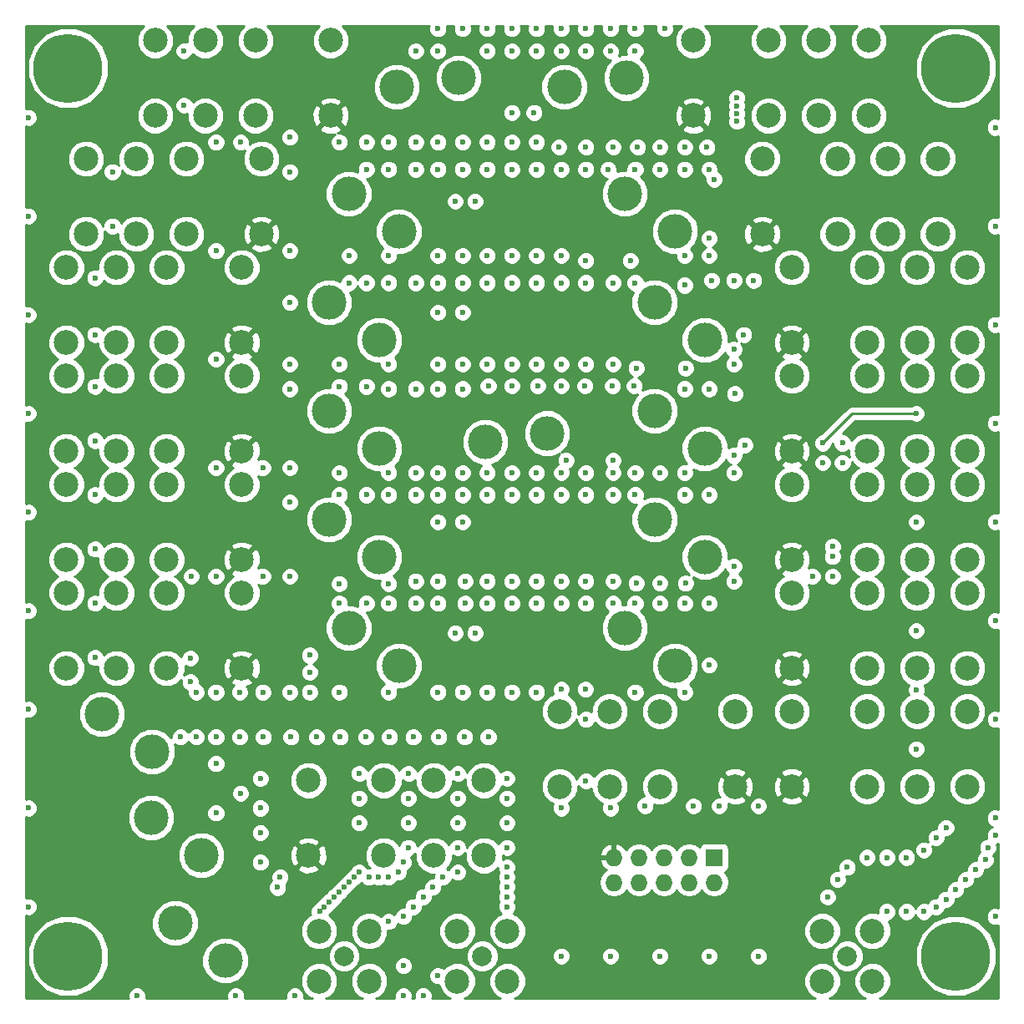
<source format=gbr>
G04 #@! TF.FileFunction,Copper,L3,Inr,Plane*
%FSLAX46Y46*%
G04 Gerber Fmt 4.6, Leading zero omitted, Abs format (unit mm)*
G04 Created by KiCad (PCBNEW 4.0.7) date 12/14/17 19:40:15*
%MOMM*%
%LPD*%
G01*
G04 APERTURE LIST*
%ADD10C,0.100000*%
%ADD11R,1.727200X1.727200*%
%ADD12O,1.727200X1.727200*%
%ADD13C,2.500000*%
%ADD14C,3.500000*%
%ADD15C,1.998980*%
%ADD16C,2.499360*%
%ADD17C,7.000000*%
%ADD18C,0.600000*%
%ADD19C,0.250000*%
%ADD20C,0.254000*%
G04 APERTURE END LIST*
D10*
D11*
X125500000Y-130000000D03*
D12*
X125500000Y-132540000D03*
X122960000Y-130000000D03*
X122960000Y-132540000D03*
X120420000Y-130000000D03*
X120420000Y-132540000D03*
X117880000Y-130000000D03*
X117880000Y-132540000D03*
X115340000Y-130000000D03*
X115340000Y-132540000D03*
D13*
X133380000Y-70190000D03*
X133380000Y-77810000D03*
X141000000Y-70190000D03*
X141000000Y-77810000D03*
X146080000Y-70190000D03*
X146080000Y-77810000D03*
X151160000Y-70190000D03*
X151160000Y-77810000D03*
D14*
X119460000Y-95730000D03*
X124540000Y-99540000D03*
D13*
X127620000Y-122810000D03*
X127620000Y-115190000D03*
X120000000Y-122810000D03*
X120000000Y-115190000D03*
X114920000Y-122810000D03*
X114920000Y-115190000D03*
X109840000Y-122810000D03*
X109840000Y-115190000D03*
X86620000Y-54810000D03*
X86620000Y-47190000D03*
X79000000Y-54810000D03*
X79000000Y-47190000D03*
X73920000Y-54810000D03*
X73920000Y-47190000D03*
X68840000Y-54810000D03*
X68840000Y-47190000D03*
X133380000Y-103190000D03*
X133380000Y-110810000D03*
X141000000Y-103190000D03*
X141000000Y-110810000D03*
X146080000Y-103190000D03*
X146080000Y-110810000D03*
X151160000Y-103190000D03*
X151160000Y-110810000D03*
D14*
X86460000Y-95730000D03*
X91540000Y-99540000D03*
D15*
X102000000Y-140000000D03*
D16*
X104540000Y-137460000D03*
X104540000Y-142540000D03*
X99460000Y-142540000D03*
X99460000Y-137460000D03*
D15*
X139000000Y-140000000D03*
D16*
X141540000Y-137460000D03*
X141540000Y-142540000D03*
X136460000Y-142540000D03*
X136460000Y-137460000D03*
D17*
X60000000Y-50000000D03*
X150000000Y-140000000D03*
X60000000Y-140000000D03*
X150000000Y-50000000D03*
D15*
X88000000Y-140000000D03*
D16*
X90540000Y-137460000D03*
X90540000Y-142540000D03*
X85460000Y-142540000D03*
X85460000Y-137460000D03*
D14*
X86460000Y-84730000D03*
X91540000Y-88540000D03*
X75940000Y-140470000D03*
X70860000Y-136660000D03*
X93305923Y-51898026D03*
X99592102Y-51000000D03*
X88460000Y-62730000D03*
X93540000Y-66540000D03*
X86460000Y-73730000D03*
X91540000Y-77540000D03*
X88460000Y-106730000D03*
X93540000Y-110540000D03*
X73540000Y-129770000D03*
X68460000Y-125960000D03*
X110305923Y-51898026D03*
X116592102Y-51000000D03*
X116460000Y-62730000D03*
X121540000Y-66540000D03*
X119460000Y-73730000D03*
X124540000Y-77540000D03*
X116460000Y-106730000D03*
X121540000Y-110540000D03*
X68540000Y-119270000D03*
X63460000Y-115460000D03*
X119460000Y-84730000D03*
X124540000Y-88540000D03*
D13*
X84380000Y-122190000D03*
X84380000Y-129810000D03*
X92000000Y-122190000D03*
X92000000Y-129810000D03*
X97080000Y-122190000D03*
X97080000Y-129810000D03*
X102160000Y-122190000D03*
X102160000Y-129810000D03*
X79620000Y-66810000D03*
X79620000Y-59190000D03*
X72000000Y-66810000D03*
X72000000Y-59190000D03*
X66920000Y-66810000D03*
X66920000Y-59190000D03*
X61840000Y-66810000D03*
X61840000Y-59190000D03*
X77620000Y-77810000D03*
X77620000Y-70190000D03*
X70000000Y-77810000D03*
X70000000Y-70190000D03*
X64920000Y-77810000D03*
X64920000Y-70190000D03*
X59840000Y-77810000D03*
X59840000Y-70190000D03*
X77620000Y-88810000D03*
X77620000Y-81190000D03*
X70000000Y-88810000D03*
X70000000Y-81190000D03*
X64920000Y-88810000D03*
X64920000Y-81190000D03*
X59840000Y-88810000D03*
X59840000Y-81190000D03*
X77620000Y-99810000D03*
X77620000Y-92190000D03*
X70000000Y-99810000D03*
X70000000Y-92190000D03*
X64920000Y-99810000D03*
X64920000Y-92190000D03*
X59840000Y-99810000D03*
X59840000Y-92190000D03*
X77620000Y-110810000D03*
X77620000Y-103190000D03*
X70000000Y-110810000D03*
X70000000Y-103190000D03*
X64920000Y-110810000D03*
X64920000Y-103190000D03*
X59840000Y-110810000D03*
X59840000Y-103190000D03*
X123380000Y-47190000D03*
X123380000Y-54810000D03*
X131000000Y-47190000D03*
X131000000Y-54810000D03*
X136080000Y-47190000D03*
X136080000Y-54810000D03*
X141160000Y-47190000D03*
X141160000Y-54810000D03*
X130380000Y-59190000D03*
X130380000Y-66810000D03*
X138000000Y-59190000D03*
X138000000Y-66810000D03*
X143080000Y-59190000D03*
X143080000Y-66810000D03*
X148160000Y-59190000D03*
X148160000Y-66810000D03*
X133380000Y-81190000D03*
X133380000Y-88810000D03*
X141000000Y-81190000D03*
X141000000Y-88810000D03*
X146080000Y-81190000D03*
X146080000Y-88810000D03*
X151160000Y-81190000D03*
X151160000Y-88810000D03*
X133380000Y-92190000D03*
X133380000Y-99810000D03*
X141000000Y-92190000D03*
X141000000Y-99810000D03*
X146080000Y-92190000D03*
X146080000Y-99810000D03*
X151160000Y-92190000D03*
X151160000Y-99810000D03*
X133380000Y-115190000D03*
X133380000Y-122810000D03*
X141000000Y-115190000D03*
X141000000Y-122810000D03*
X146080000Y-115190000D03*
X146080000Y-122810000D03*
X151160000Y-115190000D03*
X151160000Y-122810000D03*
D14*
X102305923Y-87898026D03*
X108592102Y-87000000D03*
D18*
X127800000Y-55400000D03*
X127800000Y-54599994D03*
X127800000Y-53800000D03*
X127800000Y-53000000D03*
X124768593Y-58013518D03*
X138000000Y-132250000D03*
X118500000Y-124750000D03*
X154000000Y-127750000D03*
X153250000Y-129000000D03*
X153000000Y-130250000D03*
X152000000Y-131250000D03*
X151000000Y-132250000D03*
X150000000Y-133250000D03*
X149000000Y-134250000D03*
X148000000Y-135000000D03*
X146750000Y-135500000D03*
X145000000Y-135500000D03*
X143000000Y-135500000D03*
X137000000Y-134000000D03*
X146750000Y-129249996D03*
X149000000Y-127000000D03*
X148000000Y-128000000D03*
X145000000Y-130000000D03*
X143000000Y-130000000D03*
X141000000Y-130000000D03*
X139000000Y-131000000D03*
X123400000Y-124800000D03*
X126000000Y-124800000D03*
X130000000Y-124800000D03*
X115000000Y-125000000D03*
X110000000Y-125000000D03*
X130000000Y-140000000D03*
X125000000Y-140000000D03*
X120000000Y-140000000D03*
X120000000Y-140000000D03*
X115000000Y-140000000D03*
X110000000Y-140000000D03*
X90500000Y-132000000D03*
X91500000Y-132000000D03*
X92500000Y-132000000D03*
X93500000Y-131500000D03*
X94000000Y-130500000D03*
X89500000Y-131500000D03*
X89000000Y-132000000D03*
X88500000Y-132500000D03*
X88000000Y-133000000D03*
X87500000Y-133500000D03*
X87000000Y-134000000D03*
X86500000Y-134500000D03*
X86000000Y-135000000D03*
X85500000Y-135500000D03*
X104500000Y-122000000D03*
X104500000Y-124000000D03*
X104500000Y-126500000D03*
X104500000Y-129000000D03*
X104500000Y-131000000D03*
X104500000Y-132000000D03*
X104500000Y-133000000D03*
X104500000Y-134000000D03*
X104500000Y-135000000D03*
X92500000Y-136500000D03*
X94000000Y-136000000D03*
X95000000Y-135000000D03*
X81500000Y-132000000D03*
X81244332Y-133044332D03*
X97500000Y-142000000D03*
X98000000Y-132000000D03*
X97000000Y-133000000D03*
X94000000Y-144000000D03*
X83000000Y-144000000D03*
X96000000Y-144000000D03*
X94000000Y-141000000D03*
X96000000Y-134000000D03*
X117750000Y-58000000D03*
X120000000Y-58000000D03*
X117399994Y-82200000D03*
X115200000Y-82200000D03*
X112399990Y-82200000D03*
X110000000Y-82200000D03*
X107600000Y-82200000D03*
X105000000Y-82200000D03*
X102600000Y-82200016D03*
X117600000Y-102200000D03*
X122600000Y-102200000D03*
X120000000Y-102200000D03*
X122600000Y-80400000D03*
X117600000Y-80400000D03*
X112500000Y-69500000D03*
X117000000Y-69500000D03*
X92500000Y-102250000D03*
X87500000Y-102250004D03*
X122500000Y-58000000D03*
X115250000Y-58000000D03*
X112500000Y-58000000D03*
X109750000Y-58000000D03*
X82500000Y-60499998D03*
X127500000Y-71500000D03*
X125250000Y-71500004D03*
X138500000Y-90000000D03*
X136500000Y-88000000D03*
X146000000Y-85000000D03*
X138500000Y-88000000D03*
X136500000Y-90000000D03*
X146000000Y-96000000D03*
X137500000Y-99500000D03*
X135500000Y-101500000D03*
X127500000Y-102000000D03*
X137500000Y-101500000D03*
X137500000Y-98500000D03*
X107500000Y-80000000D03*
X112500000Y-80000000D03*
X127500000Y-80000000D03*
X102500000Y-80000000D03*
X115250000Y-80000000D03*
X110000000Y-80000000D03*
X105000000Y-80000000D03*
X127499996Y-78500000D03*
X128500000Y-77000000D03*
X122500000Y-72000000D03*
X122500000Y-69000000D03*
X129500000Y-71500000D03*
X117500000Y-91000000D03*
X122500000Y-91000000D03*
X127500000Y-91000000D03*
X120000000Y-91000000D03*
X127500002Y-89250000D03*
X115250000Y-91000000D03*
X128600000Y-88200000D03*
X125000000Y-82500000D03*
X100000000Y-82500000D03*
X95250000Y-82500000D03*
X90250000Y-82250000D03*
X122500000Y-82500000D03*
X97500000Y-82500000D03*
X92500000Y-82500000D03*
X87500000Y-82250000D03*
X82500000Y-82500000D03*
X82500000Y-90500000D03*
X75000000Y-90500000D03*
X79750000Y-90500000D03*
X127600000Y-83000000D03*
X146000000Y-107000000D03*
X146000000Y-113000000D03*
X146000000Y-119000000D03*
X89500000Y-124000000D03*
X89500000Y-126500000D03*
X89500000Y-121500000D03*
X94500000Y-126500000D03*
X95000000Y-117800000D03*
X94500000Y-124000000D03*
X94500000Y-121500000D03*
X94500000Y-129000000D03*
X99500000Y-124000000D03*
X99500000Y-129000000D03*
X99500000Y-131500000D03*
X99500000Y-126500000D03*
X99500000Y-121500000D03*
X117500000Y-46000000D03*
X112500000Y-46000000D03*
X107500000Y-46000000D03*
X102500000Y-46000000D03*
X97500000Y-48250000D03*
X100000000Y-46000000D03*
X97500000Y-46000000D03*
X105000000Y-46000000D03*
X110000000Y-46000000D03*
X115000000Y-46000000D03*
X120500000Y-46000000D03*
X110000000Y-91000000D03*
X110500000Y-89750000D03*
X115250000Y-89750000D03*
X102500000Y-71750000D03*
X107500000Y-71750000D03*
X112500000Y-71750000D03*
X117500000Y-71750000D03*
X105000000Y-71750000D03*
X110000000Y-71750000D03*
X115250000Y-71750000D03*
X82500008Y-73750000D03*
X125500000Y-61250000D03*
X125000000Y-60250000D03*
X122500000Y-60250000D03*
X127500000Y-100499994D03*
X125000000Y-67250000D03*
X82500000Y-57000000D03*
X75000000Y-68500000D03*
X82500002Y-68500000D03*
X82500010Y-101500000D03*
X75000000Y-101500000D03*
X79750000Y-101500000D03*
X72500000Y-101500000D03*
X82500000Y-94000016D03*
X71400000Y-117800000D03*
X75000000Y-125500000D03*
X79500000Y-125000000D03*
X77500000Y-123500000D03*
X79500000Y-127500000D03*
X79500000Y-130500000D03*
X79500000Y-122000000D03*
X75000000Y-120500000D03*
X77400000Y-117800000D03*
X85200000Y-117800000D03*
X90200000Y-117800000D03*
X100200000Y-117800000D03*
X92600000Y-117800000D03*
X82600000Y-117800000D03*
X75000000Y-117800000D03*
X73000000Y-117800000D03*
X79800000Y-117800000D03*
X87600000Y-117800000D03*
X97600000Y-117800000D03*
X102600000Y-117800000D03*
X77400000Y-113250000D03*
X72400000Y-112200000D03*
X72400000Y-109800000D03*
X73000000Y-113250000D03*
X112500000Y-116000000D03*
X112500000Y-122250000D03*
X71750000Y-53750000D03*
X71750000Y-48250000D03*
X64500000Y-60500000D03*
X64500000Y-66000000D03*
X62750000Y-71250000D03*
X62750000Y-77000000D03*
X62750000Y-82250000D03*
X62750000Y-87750000D03*
X62750000Y-93250000D03*
X62750000Y-98750000D03*
X62750000Y-109750000D03*
X62750000Y-104250000D03*
X99250000Y-107250000D03*
X100250000Y-104250000D03*
X101250000Y-107250000D03*
X97500000Y-96000000D03*
X97500000Y-93250000D03*
X100000000Y-96000000D03*
X97500000Y-74750000D03*
X97500000Y-71750000D03*
X100000000Y-74750000D03*
X99250000Y-63500000D03*
X100000000Y-60250000D03*
X101250000Y-63500000D03*
X105000000Y-54500000D03*
X105000000Y-57500000D03*
X107250000Y-54500000D03*
X115000000Y-48250000D03*
X110000000Y-48250000D03*
X105000000Y-48250000D03*
X95250000Y-48250000D03*
X90250000Y-57500000D03*
X90250000Y-60250000D03*
X95250000Y-60250000D03*
X95250000Y-57500000D03*
X100000000Y-57500000D03*
X125000000Y-69000000D03*
X120000000Y-60250000D03*
X114750000Y-60250000D03*
X110000000Y-60250000D03*
X105000000Y-60250000D03*
X100000000Y-69000000D03*
X105000000Y-69000000D03*
X110000000Y-69000000D03*
X100000000Y-80000000D03*
X100000000Y-71750000D03*
X90250000Y-71750000D03*
X95250000Y-71750000D03*
X115250000Y-102000000D03*
X110000000Y-102000000D03*
X105000000Y-102000000D03*
X100250000Y-102000000D03*
X95250000Y-102000000D03*
X112500000Y-102000000D03*
X107500000Y-102000000D03*
X102500000Y-102000000D03*
X97500000Y-102000000D03*
X87500000Y-93250000D03*
X92500000Y-93250000D03*
X102500000Y-93250000D03*
X107500000Y-93250000D03*
X112500000Y-93250000D03*
X117500000Y-93250000D03*
X122500000Y-93250000D03*
X90250000Y-93250000D03*
X95250000Y-93250000D03*
X100000000Y-93250000D03*
X105000000Y-93250000D03*
X110000000Y-93250000D03*
X115250000Y-93250000D03*
X125000000Y-93250000D03*
X110000000Y-112950001D03*
X105000000Y-113250000D03*
X100000000Y-113250000D03*
X84500000Y-113250000D03*
X84500000Y-111250000D03*
X84500000Y-109500000D03*
X79750000Y-113250000D03*
X125000000Y-104250000D03*
X120000000Y-104250000D03*
X115250000Y-104250000D03*
X110000000Y-104250000D03*
X105000000Y-104250000D03*
X90250000Y-104250000D03*
X95250000Y-104250000D03*
X117500000Y-60250000D03*
X112500000Y-60250000D03*
X107500000Y-60250000D03*
X102500000Y-60250000D03*
X97500000Y-60250000D03*
X92500000Y-60250000D03*
X122500000Y-104250000D03*
X117500000Y-104250000D03*
X112500000Y-104250000D03*
X107500000Y-104250000D03*
X102500000Y-104250000D03*
X97500000Y-104250000D03*
X92500000Y-104250000D03*
X87500000Y-104250000D03*
X87500000Y-104250000D03*
X92500000Y-71750000D03*
X88500000Y-71750000D03*
X82500000Y-80000000D03*
X75000000Y-79500000D03*
X125000000Y-110500000D03*
X75000000Y-113250000D03*
X82500000Y-113250000D03*
X87500000Y-113250000D03*
X92500000Y-113250000D03*
X97500000Y-113250000D03*
X102500000Y-113250000D03*
X107500000Y-113250000D03*
X112450001Y-112950001D03*
X117500000Y-113250000D03*
X122500000Y-113250000D03*
X97500000Y-80000000D03*
X92500000Y-80000000D03*
X87500000Y-80000000D03*
X107500000Y-69000000D03*
X102500000Y-69000000D03*
X97500000Y-69000000D03*
X92500000Y-69000000D03*
X88500000Y-69000000D03*
X154000000Y-56000000D03*
X154000000Y-76000000D03*
X154000000Y-96000000D03*
X154000000Y-116000000D03*
X154000000Y-136000000D03*
X154000000Y-126000000D03*
X154000000Y-106000000D03*
X154000000Y-86000000D03*
X154000000Y-66000000D03*
X77000000Y-144000000D03*
X67000000Y-144000000D03*
X56000000Y-55000000D03*
X56000000Y-75000000D03*
X56000000Y-95000000D03*
X56000000Y-115000000D03*
X56000000Y-135000000D03*
X56000000Y-125000000D03*
X56000000Y-105000000D03*
X56000000Y-85000000D03*
X56000000Y-65000000D03*
X112500000Y-48250000D03*
X102500000Y-48250000D03*
X92500000Y-57500000D03*
X107500000Y-48250000D03*
X117500000Y-48250000D03*
X102500000Y-57500000D03*
X75000000Y-57500000D03*
X77500000Y-57500000D03*
X87500000Y-57500000D03*
X97500000Y-57500000D03*
X107500000Y-57500000D03*
X112500000Y-91000000D03*
X95250000Y-91000000D03*
X100000000Y-91000000D03*
X105000000Y-91000000D03*
X107500000Y-91000000D03*
X102500000Y-91000000D03*
X97500000Y-91000000D03*
X92500000Y-91000000D03*
X87500020Y-91000000D03*
D19*
X139500000Y-85000000D02*
X136500000Y-88000000D01*
X139500000Y-85000000D02*
X146000000Y-85000000D01*
D20*
G36*
X67242907Y-46120839D02*
X66955328Y-46813405D01*
X66954674Y-47563305D01*
X67241043Y-48256372D01*
X67770839Y-48787093D01*
X68463405Y-49074672D01*
X69213305Y-49075326D01*
X69906372Y-48788957D01*
X70437093Y-48259161D01*
X70724672Y-47566595D01*
X70725326Y-46816695D01*
X70438957Y-46123628D01*
X70026050Y-45710000D01*
X72734463Y-45710000D01*
X72322907Y-46120839D01*
X72035328Y-46813405D01*
X72034855Y-47355879D01*
X71936799Y-47315162D01*
X71564833Y-47314838D01*
X71221057Y-47456883D01*
X70957808Y-47719673D01*
X70815162Y-48063201D01*
X70814838Y-48435167D01*
X70956883Y-48778943D01*
X71219673Y-49042192D01*
X71563201Y-49184838D01*
X71935167Y-49185162D01*
X72278943Y-49043117D01*
X72542192Y-48780327D01*
X72630878Y-48566748D01*
X72850839Y-48787093D01*
X73543405Y-49074672D01*
X74293305Y-49075326D01*
X74986372Y-48788957D01*
X75517093Y-48259161D01*
X75804672Y-47566595D01*
X75805326Y-46816695D01*
X75518957Y-46123628D01*
X75106050Y-45710000D01*
X77814463Y-45710000D01*
X77402907Y-46120839D01*
X77115328Y-46813405D01*
X77114674Y-47563305D01*
X77401043Y-48256372D01*
X77930839Y-48787093D01*
X78623405Y-49074672D01*
X79373305Y-49075326D01*
X80066372Y-48788957D01*
X80597093Y-48259161D01*
X80884672Y-47566595D01*
X80885326Y-46816695D01*
X80598957Y-46123628D01*
X80186050Y-45710000D01*
X85434463Y-45710000D01*
X85022907Y-46120839D01*
X84735328Y-46813405D01*
X84734674Y-47563305D01*
X85021043Y-48256372D01*
X85550839Y-48787093D01*
X86243405Y-49074672D01*
X86993305Y-49075326D01*
X87686372Y-48788957D01*
X88040779Y-48435167D01*
X94314838Y-48435167D01*
X94456883Y-48778943D01*
X94719673Y-49042192D01*
X95063201Y-49184838D01*
X95435167Y-49185162D01*
X95778943Y-49043117D01*
X96042192Y-48780327D01*
X96184838Y-48436799D01*
X96184839Y-48435167D01*
X96564838Y-48435167D01*
X96706883Y-48778943D01*
X96969673Y-49042192D01*
X97313201Y-49184838D01*
X97685167Y-49185162D01*
X98028943Y-49043117D01*
X98292192Y-48780327D01*
X98434838Y-48436799D01*
X98434839Y-48435167D01*
X101564838Y-48435167D01*
X101706883Y-48778943D01*
X101969673Y-49042192D01*
X102313201Y-49184838D01*
X102685167Y-49185162D01*
X103028943Y-49043117D01*
X103292192Y-48780327D01*
X103434838Y-48436799D01*
X103434839Y-48435167D01*
X104064838Y-48435167D01*
X104206883Y-48778943D01*
X104469673Y-49042192D01*
X104813201Y-49184838D01*
X105185167Y-49185162D01*
X105528943Y-49043117D01*
X105792192Y-48780327D01*
X105934838Y-48436799D01*
X105934839Y-48435167D01*
X106564838Y-48435167D01*
X106706883Y-48778943D01*
X106969673Y-49042192D01*
X107313201Y-49184838D01*
X107685167Y-49185162D01*
X108028943Y-49043117D01*
X108292192Y-48780327D01*
X108434838Y-48436799D01*
X108434839Y-48435167D01*
X109064838Y-48435167D01*
X109206883Y-48778943D01*
X109469673Y-49042192D01*
X109813201Y-49184838D01*
X110185167Y-49185162D01*
X110528943Y-49043117D01*
X110792192Y-48780327D01*
X110934838Y-48436799D01*
X110934839Y-48435167D01*
X111564838Y-48435167D01*
X111706883Y-48778943D01*
X111969673Y-49042192D01*
X112313201Y-49184838D01*
X112685167Y-49185162D01*
X113028943Y-49043117D01*
X113292192Y-48780327D01*
X113434838Y-48436799D01*
X113434839Y-48435167D01*
X114064838Y-48435167D01*
X114206883Y-48778943D01*
X114469673Y-49042192D01*
X114813201Y-49184838D01*
X115034395Y-49185031D01*
X114571376Y-49647242D01*
X114207517Y-50523513D01*
X114206689Y-51472325D01*
X114569018Y-52349229D01*
X115239344Y-53020726D01*
X116115615Y-53384585D01*
X117064427Y-53385413D01*
X117941331Y-53023084D01*
X118612828Y-52352758D01*
X118976687Y-51476487D01*
X118977260Y-50818894D01*
X145864284Y-50818894D01*
X146492474Y-52339229D01*
X147654653Y-53503438D01*
X149173889Y-54134280D01*
X150818894Y-54135716D01*
X152339229Y-53507526D01*
X153503438Y-52345347D01*
X154134280Y-50826111D01*
X154135716Y-49181106D01*
X153507526Y-47660771D01*
X152345347Y-46496562D01*
X150826111Y-45865720D01*
X149181106Y-45864284D01*
X147660771Y-46492474D01*
X146496562Y-47654653D01*
X145865720Y-49173889D01*
X145864284Y-50818894D01*
X118977260Y-50818894D01*
X118977515Y-50527675D01*
X118615186Y-49650771D01*
X118014535Y-49049070D01*
X118028943Y-49043117D01*
X118292192Y-48780327D01*
X118434838Y-48436799D01*
X118435162Y-48064833D01*
X118293117Y-47721057D01*
X118030327Y-47457808D01*
X117686799Y-47315162D01*
X117314833Y-47314838D01*
X116971057Y-47456883D01*
X116707808Y-47719673D01*
X116565162Y-48063201D01*
X116564838Y-48435167D01*
X116639160Y-48615040D01*
X116119777Y-48614587D01*
X115807422Y-48743649D01*
X115934838Y-48436799D01*
X115935162Y-48064833D01*
X115793117Y-47721057D01*
X115530327Y-47457808D01*
X115186799Y-47315162D01*
X114814833Y-47314838D01*
X114471057Y-47456883D01*
X114207808Y-47719673D01*
X114065162Y-48063201D01*
X114064838Y-48435167D01*
X113434839Y-48435167D01*
X113435162Y-48064833D01*
X113293117Y-47721057D01*
X113030327Y-47457808D01*
X112686799Y-47315162D01*
X112314833Y-47314838D01*
X111971057Y-47456883D01*
X111707808Y-47719673D01*
X111565162Y-48063201D01*
X111564838Y-48435167D01*
X110934839Y-48435167D01*
X110935162Y-48064833D01*
X110793117Y-47721057D01*
X110530327Y-47457808D01*
X110186799Y-47315162D01*
X109814833Y-47314838D01*
X109471057Y-47456883D01*
X109207808Y-47719673D01*
X109065162Y-48063201D01*
X109064838Y-48435167D01*
X108434839Y-48435167D01*
X108435162Y-48064833D01*
X108293117Y-47721057D01*
X108030327Y-47457808D01*
X107686799Y-47315162D01*
X107314833Y-47314838D01*
X106971057Y-47456883D01*
X106707808Y-47719673D01*
X106565162Y-48063201D01*
X106564838Y-48435167D01*
X105934839Y-48435167D01*
X105935162Y-48064833D01*
X105793117Y-47721057D01*
X105530327Y-47457808D01*
X105186799Y-47315162D01*
X104814833Y-47314838D01*
X104471057Y-47456883D01*
X104207808Y-47719673D01*
X104065162Y-48063201D01*
X104064838Y-48435167D01*
X103434839Y-48435167D01*
X103435162Y-48064833D01*
X103293117Y-47721057D01*
X103030327Y-47457808D01*
X102686799Y-47315162D01*
X102314833Y-47314838D01*
X101971057Y-47456883D01*
X101707808Y-47719673D01*
X101565162Y-48063201D01*
X101564838Y-48435167D01*
X98434839Y-48435167D01*
X98435162Y-48064833D01*
X98293117Y-47721057D01*
X98030327Y-47457808D01*
X97686799Y-47315162D01*
X97314833Y-47314838D01*
X96971057Y-47456883D01*
X96707808Y-47719673D01*
X96565162Y-48063201D01*
X96564838Y-48435167D01*
X96184839Y-48435167D01*
X96185162Y-48064833D01*
X96043117Y-47721057D01*
X95780327Y-47457808D01*
X95436799Y-47315162D01*
X95064833Y-47314838D01*
X94721057Y-47456883D01*
X94457808Y-47719673D01*
X94315162Y-48063201D01*
X94314838Y-48435167D01*
X88040779Y-48435167D01*
X88217093Y-48259161D01*
X88504672Y-47566595D01*
X88505326Y-46816695D01*
X88218957Y-46123628D01*
X87806050Y-45710000D01*
X96608015Y-45710000D01*
X96565162Y-45813201D01*
X96564838Y-46185167D01*
X96706883Y-46528943D01*
X96969673Y-46792192D01*
X97313201Y-46934838D01*
X97685167Y-46935162D01*
X98028943Y-46793117D01*
X98292192Y-46530327D01*
X98434838Y-46186799D01*
X98435162Y-45814833D01*
X98391846Y-45710000D01*
X99108015Y-45710000D01*
X99065162Y-45813201D01*
X99064838Y-46185167D01*
X99206883Y-46528943D01*
X99469673Y-46792192D01*
X99813201Y-46934838D01*
X100185167Y-46935162D01*
X100528943Y-46793117D01*
X100792192Y-46530327D01*
X100934838Y-46186799D01*
X100935162Y-45814833D01*
X100891846Y-45710000D01*
X101608015Y-45710000D01*
X101565162Y-45813201D01*
X101564838Y-46185167D01*
X101706883Y-46528943D01*
X101969673Y-46792192D01*
X102313201Y-46934838D01*
X102685167Y-46935162D01*
X103028943Y-46793117D01*
X103292192Y-46530327D01*
X103434838Y-46186799D01*
X103435162Y-45814833D01*
X103391846Y-45710000D01*
X104108015Y-45710000D01*
X104065162Y-45813201D01*
X104064838Y-46185167D01*
X104206883Y-46528943D01*
X104469673Y-46792192D01*
X104813201Y-46934838D01*
X105185167Y-46935162D01*
X105528943Y-46793117D01*
X105792192Y-46530327D01*
X105934838Y-46186799D01*
X105935162Y-45814833D01*
X105891846Y-45710000D01*
X106608015Y-45710000D01*
X106565162Y-45813201D01*
X106564838Y-46185167D01*
X106706883Y-46528943D01*
X106969673Y-46792192D01*
X107313201Y-46934838D01*
X107685167Y-46935162D01*
X108028943Y-46793117D01*
X108292192Y-46530327D01*
X108434838Y-46186799D01*
X108435162Y-45814833D01*
X108391846Y-45710000D01*
X109108015Y-45710000D01*
X109065162Y-45813201D01*
X109064838Y-46185167D01*
X109206883Y-46528943D01*
X109469673Y-46792192D01*
X109813201Y-46934838D01*
X110185167Y-46935162D01*
X110528943Y-46793117D01*
X110792192Y-46530327D01*
X110934838Y-46186799D01*
X110935162Y-45814833D01*
X110891846Y-45710000D01*
X111608015Y-45710000D01*
X111565162Y-45813201D01*
X111564838Y-46185167D01*
X111706883Y-46528943D01*
X111969673Y-46792192D01*
X112313201Y-46934838D01*
X112685167Y-46935162D01*
X113028943Y-46793117D01*
X113292192Y-46530327D01*
X113434838Y-46186799D01*
X113435162Y-45814833D01*
X113391846Y-45710000D01*
X114108015Y-45710000D01*
X114065162Y-45813201D01*
X114064838Y-46185167D01*
X114206883Y-46528943D01*
X114469673Y-46792192D01*
X114813201Y-46934838D01*
X115185167Y-46935162D01*
X115528943Y-46793117D01*
X115792192Y-46530327D01*
X115934838Y-46186799D01*
X115935162Y-45814833D01*
X115891846Y-45710000D01*
X116608015Y-45710000D01*
X116565162Y-45813201D01*
X116564838Y-46185167D01*
X116706883Y-46528943D01*
X116969673Y-46792192D01*
X117313201Y-46934838D01*
X117685167Y-46935162D01*
X118028943Y-46793117D01*
X118292192Y-46530327D01*
X118434838Y-46186799D01*
X118435162Y-45814833D01*
X118391846Y-45710000D01*
X119608015Y-45710000D01*
X119565162Y-45813201D01*
X119564838Y-46185167D01*
X119706883Y-46528943D01*
X119969673Y-46792192D01*
X120313201Y-46934838D01*
X120685167Y-46935162D01*
X121028943Y-46793117D01*
X121292192Y-46530327D01*
X121434838Y-46186799D01*
X121435162Y-45814833D01*
X121391846Y-45710000D01*
X122194463Y-45710000D01*
X121782907Y-46120839D01*
X121495328Y-46813405D01*
X121494674Y-47563305D01*
X121781043Y-48256372D01*
X122310839Y-48787093D01*
X123003405Y-49074672D01*
X123753305Y-49075326D01*
X124446372Y-48788957D01*
X124977093Y-48259161D01*
X125264672Y-47566595D01*
X125265326Y-46816695D01*
X124978957Y-46123628D01*
X124566050Y-45710000D01*
X129814463Y-45710000D01*
X129402907Y-46120839D01*
X129115328Y-46813405D01*
X129114674Y-47563305D01*
X129401043Y-48256372D01*
X129930839Y-48787093D01*
X130623405Y-49074672D01*
X131373305Y-49075326D01*
X132066372Y-48788957D01*
X132597093Y-48259161D01*
X132884672Y-47566595D01*
X132885326Y-46816695D01*
X132598957Y-46123628D01*
X132186050Y-45710000D01*
X134894463Y-45710000D01*
X134482907Y-46120839D01*
X134195328Y-46813405D01*
X134194674Y-47563305D01*
X134481043Y-48256372D01*
X135010839Y-48787093D01*
X135703405Y-49074672D01*
X136453305Y-49075326D01*
X137146372Y-48788957D01*
X137677093Y-48259161D01*
X137964672Y-47566595D01*
X137965326Y-46816695D01*
X137678957Y-46123628D01*
X137266050Y-45710000D01*
X139974463Y-45710000D01*
X139562907Y-46120839D01*
X139275328Y-46813405D01*
X139274674Y-47563305D01*
X139561043Y-48256372D01*
X140090839Y-48787093D01*
X140783405Y-49074672D01*
X141533305Y-49075326D01*
X142226372Y-48788957D01*
X142757093Y-48259161D01*
X143044672Y-47566595D01*
X143045326Y-46816695D01*
X142758957Y-46123628D01*
X142346050Y-45710000D01*
X154290000Y-45710000D01*
X154290000Y-55108015D01*
X154186799Y-55065162D01*
X153814833Y-55064838D01*
X153471057Y-55206883D01*
X153207808Y-55469673D01*
X153065162Y-55813201D01*
X153064838Y-56185167D01*
X153206883Y-56528943D01*
X153469673Y-56792192D01*
X153813201Y-56934838D01*
X154185167Y-56935162D01*
X154290000Y-56891846D01*
X154290000Y-65108015D01*
X154186799Y-65065162D01*
X153814833Y-65064838D01*
X153471057Y-65206883D01*
X153207808Y-65469673D01*
X153065162Y-65813201D01*
X153064838Y-66185167D01*
X153206883Y-66528943D01*
X153469673Y-66792192D01*
X153813201Y-66934838D01*
X154185167Y-66935162D01*
X154290000Y-66891846D01*
X154290000Y-75108015D01*
X154186799Y-75065162D01*
X153814833Y-75064838D01*
X153471057Y-75206883D01*
X153207808Y-75469673D01*
X153065162Y-75813201D01*
X153064838Y-76185167D01*
X153206883Y-76528943D01*
X153469673Y-76792192D01*
X153813201Y-76934838D01*
X154185167Y-76935162D01*
X154290000Y-76891846D01*
X154290000Y-85108015D01*
X154186799Y-85065162D01*
X153814833Y-85064838D01*
X153471057Y-85206883D01*
X153207808Y-85469673D01*
X153065162Y-85813201D01*
X153064838Y-86185167D01*
X153206883Y-86528943D01*
X153469673Y-86792192D01*
X153813201Y-86934838D01*
X154185167Y-86935162D01*
X154290000Y-86891846D01*
X154290000Y-95108015D01*
X154186799Y-95065162D01*
X153814833Y-95064838D01*
X153471057Y-95206883D01*
X153207808Y-95469673D01*
X153065162Y-95813201D01*
X153064838Y-96185167D01*
X153206883Y-96528943D01*
X153469673Y-96792192D01*
X153813201Y-96934838D01*
X154185167Y-96935162D01*
X154290000Y-96891846D01*
X154290000Y-105108015D01*
X154186799Y-105065162D01*
X153814833Y-105064838D01*
X153471057Y-105206883D01*
X153207808Y-105469673D01*
X153065162Y-105813201D01*
X153064838Y-106185167D01*
X153206883Y-106528943D01*
X153469673Y-106792192D01*
X153813201Y-106934838D01*
X154185167Y-106935162D01*
X154290000Y-106891846D01*
X154290000Y-115108015D01*
X154186799Y-115065162D01*
X153814833Y-115064838D01*
X153471057Y-115206883D01*
X153207808Y-115469673D01*
X153065162Y-115813201D01*
X153064838Y-116185167D01*
X153206883Y-116528943D01*
X153469673Y-116792192D01*
X153813201Y-116934838D01*
X154185167Y-116935162D01*
X154290000Y-116891846D01*
X154290000Y-125108015D01*
X154186799Y-125065162D01*
X153814833Y-125064838D01*
X153471057Y-125206883D01*
X153207808Y-125469673D01*
X153065162Y-125813201D01*
X153064838Y-126185167D01*
X153206883Y-126528943D01*
X153469673Y-126792192D01*
X153669162Y-126875028D01*
X153471057Y-126956883D01*
X153207808Y-127219673D01*
X153065162Y-127563201D01*
X153064838Y-127935167D01*
X153118436Y-128064885D01*
X153064833Y-128064838D01*
X152721057Y-128206883D01*
X152457808Y-128469673D01*
X152315162Y-128813201D01*
X152314838Y-129185167D01*
X152439942Y-129487943D01*
X152207808Y-129719673D01*
X152065162Y-130063201D01*
X152064943Y-130315056D01*
X151814833Y-130314838D01*
X151471057Y-130456883D01*
X151207808Y-130719673D01*
X151065162Y-131063201D01*
X151064943Y-131315056D01*
X150814833Y-131314838D01*
X150471057Y-131456883D01*
X150207808Y-131719673D01*
X150065162Y-132063201D01*
X150064943Y-132315056D01*
X149814833Y-132314838D01*
X149471057Y-132456883D01*
X149207808Y-132719673D01*
X149065162Y-133063201D01*
X149064943Y-133315056D01*
X148814833Y-133314838D01*
X148471057Y-133456883D01*
X148207808Y-133719673D01*
X148065162Y-134063201D01*
X148065160Y-134065056D01*
X147814833Y-134064838D01*
X147471057Y-134206883D01*
X147207808Y-134469673D01*
X147134132Y-134647102D01*
X146936799Y-134565162D01*
X146564833Y-134564838D01*
X146221057Y-134706883D01*
X145957808Y-134969673D01*
X145874972Y-135169162D01*
X145793117Y-134971057D01*
X145530327Y-134707808D01*
X145186799Y-134565162D01*
X144814833Y-134564838D01*
X144471057Y-134706883D01*
X144207808Y-134969673D01*
X144065162Y-135313201D01*
X144064838Y-135685167D01*
X144206883Y-136028943D01*
X144469673Y-136292192D01*
X144813201Y-136434838D01*
X145185167Y-136435162D01*
X145528943Y-136293117D01*
X145792192Y-136030327D01*
X145875028Y-135830838D01*
X145956883Y-136028943D01*
X146219673Y-136292192D01*
X146563201Y-136434838D01*
X146935167Y-136435162D01*
X147278943Y-136293117D01*
X147542192Y-136030327D01*
X147615868Y-135852898D01*
X147813201Y-135934838D01*
X148185167Y-135935162D01*
X148528943Y-135793117D01*
X148792192Y-135530327D01*
X148934838Y-135186799D01*
X148934840Y-135184944D01*
X149185167Y-135185162D01*
X149528943Y-135043117D01*
X149792192Y-134780327D01*
X149934838Y-134436799D01*
X149935057Y-134184944D01*
X150185167Y-134185162D01*
X150528943Y-134043117D01*
X150792192Y-133780327D01*
X150934838Y-133436799D01*
X150935057Y-133184944D01*
X151185167Y-133185162D01*
X151528943Y-133043117D01*
X151792192Y-132780327D01*
X151934838Y-132436799D01*
X151935057Y-132184944D01*
X152185167Y-132185162D01*
X152528943Y-132043117D01*
X152792192Y-131780327D01*
X152934838Y-131436799D01*
X152935057Y-131184944D01*
X153185167Y-131185162D01*
X153528943Y-131043117D01*
X153792192Y-130780327D01*
X153934838Y-130436799D01*
X153935162Y-130064833D01*
X153810058Y-129762057D01*
X154042192Y-129530327D01*
X154184838Y-129186799D01*
X154185162Y-128814833D01*
X154131564Y-128685115D01*
X154185167Y-128685162D01*
X154290000Y-128641846D01*
X154290000Y-135108015D01*
X154186799Y-135065162D01*
X153814833Y-135064838D01*
X153471057Y-135206883D01*
X153207808Y-135469673D01*
X153065162Y-135813201D01*
X153064838Y-136185167D01*
X153206883Y-136528943D01*
X153469673Y-136792192D01*
X153813201Y-136934838D01*
X154185167Y-136935162D01*
X154290000Y-136891846D01*
X154290000Y-144290000D01*
X142239982Y-144290000D01*
X142606191Y-144138686D01*
X143136822Y-143608979D01*
X143424352Y-142916531D01*
X143425006Y-142166759D01*
X143138686Y-141473809D01*
X142608979Y-140943178D01*
X142309671Y-140818894D01*
X145864284Y-140818894D01*
X146492474Y-142339229D01*
X147654653Y-143503438D01*
X149173889Y-144134280D01*
X150818894Y-144135716D01*
X152339229Y-143507526D01*
X153503438Y-142345347D01*
X154134280Y-140826111D01*
X154135716Y-139181106D01*
X153507526Y-137660771D01*
X152345347Y-136496562D01*
X150826111Y-135865720D01*
X149181106Y-135864284D01*
X147660771Y-136492474D01*
X146496562Y-137654653D01*
X145865720Y-139173889D01*
X145864284Y-140818894D01*
X142309671Y-140818894D01*
X141916531Y-140655648D01*
X141166759Y-140654994D01*
X140473809Y-140941314D01*
X139943178Y-141471021D01*
X139655648Y-142163469D01*
X139654994Y-142913241D01*
X139941314Y-143606191D01*
X140471021Y-144136822D01*
X140839914Y-144290000D01*
X137159982Y-144290000D01*
X137526191Y-144138686D01*
X138056822Y-143608979D01*
X138344352Y-142916531D01*
X138345006Y-142166759D01*
X138058686Y-141473809D01*
X137528979Y-140943178D01*
X136836531Y-140655648D01*
X136086759Y-140654994D01*
X135393809Y-140941314D01*
X134863178Y-141471021D01*
X134575648Y-142163469D01*
X134574994Y-142913241D01*
X134861314Y-143606191D01*
X135391021Y-144136822D01*
X135759914Y-144290000D01*
X105239982Y-144290000D01*
X105606191Y-144138686D01*
X106136822Y-143608979D01*
X106424352Y-142916531D01*
X106425006Y-142166759D01*
X106138686Y-141473809D01*
X105608979Y-140943178D01*
X104916531Y-140655648D01*
X104166759Y-140654994D01*
X103473809Y-140941314D01*
X102943178Y-141471021D01*
X102655648Y-142163469D01*
X102654994Y-142913241D01*
X102941314Y-143606191D01*
X103471021Y-144136822D01*
X103839914Y-144290000D01*
X100159982Y-144290000D01*
X100526191Y-144138686D01*
X101056822Y-143608979D01*
X101344352Y-142916531D01*
X101345006Y-142166759D01*
X101058686Y-141473809D01*
X100528979Y-140943178D01*
X99836531Y-140655648D01*
X99086759Y-140654994D01*
X98393809Y-140941314D01*
X98078504Y-141256070D01*
X98030327Y-141207808D01*
X97686799Y-141065162D01*
X97314833Y-141064838D01*
X96971057Y-141206883D01*
X96707808Y-141469673D01*
X96565162Y-141813201D01*
X96564838Y-142185167D01*
X96706883Y-142528943D01*
X96969673Y-142792192D01*
X97313201Y-142934838D01*
X97584015Y-142935074D01*
X97861314Y-143606191D01*
X98391021Y-144136822D01*
X98759914Y-144290000D01*
X96891985Y-144290000D01*
X96934838Y-144186799D01*
X96935162Y-143814833D01*
X96793117Y-143471057D01*
X96530327Y-143207808D01*
X96186799Y-143065162D01*
X95814833Y-143064838D01*
X95471057Y-143206883D01*
X95207808Y-143469673D01*
X95065162Y-143813201D01*
X95064838Y-144185167D01*
X95108154Y-144290000D01*
X94891985Y-144290000D01*
X94934838Y-144186799D01*
X94935162Y-143814833D01*
X94793117Y-143471057D01*
X94530327Y-143207808D01*
X94186799Y-143065162D01*
X93814833Y-143064838D01*
X93471057Y-143206883D01*
X93207808Y-143469673D01*
X93065162Y-143813201D01*
X93064838Y-144185167D01*
X93108154Y-144290000D01*
X91239982Y-144290000D01*
X91606191Y-144138686D01*
X92136822Y-143608979D01*
X92424352Y-142916531D01*
X92425006Y-142166759D01*
X92138686Y-141473809D01*
X91850547Y-141185167D01*
X93064838Y-141185167D01*
X93206883Y-141528943D01*
X93469673Y-141792192D01*
X93813201Y-141934838D01*
X94185167Y-141935162D01*
X94528943Y-141793117D01*
X94792192Y-141530327D01*
X94934838Y-141186799D01*
X94935162Y-140814833D01*
X94793117Y-140471057D01*
X94646011Y-140323694D01*
X100365226Y-140323694D01*
X100613538Y-140924655D01*
X101072927Y-141384846D01*
X101673453Y-141634206D01*
X102323694Y-141634774D01*
X102924655Y-141386462D01*
X103384846Y-140927073D01*
X103634206Y-140326547D01*
X103634329Y-140185167D01*
X109064838Y-140185167D01*
X109206883Y-140528943D01*
X109469673Y-140792192D01*
X109813201Y-140934838D01*
X110185167Y-140935162D01*
X110528943Y-140793117D01*
X110792192Y-140530327D01*
X110934838Y-140186799D01*
X110934839Y-140185167D01*
X114064838Y-140185167D01*
X114206883Y-140528943D01*
X114469673Y-140792192D01*
X114813201Y-140934838D01*
X115185167Y-140935162D01*
X115528943Y-140793117D01*
X115792192Y-140530327D01*
X115934838Y-140186799D01*
X115934839Y-140185167D01*
X119064838Y-140185167D01*
X119206883Y-140528943D01*
X119469673Y-140792192D01*
X119813201Y-140934838D01*
X120185167Y-140935162D01*
X120528943Y-140793117D01*
X120792192Y-140530327D01*
X120934838Y-140186799D01*
X120934839Y-140185167D01*
X124064838Y-140185167D01*
X124206883Y-140528943D01*
X124469673Y-140792192D01*
X124813201Y-140934838D01*
X125185167Y-140935162D01*
X125528943Y-140793117D01*
X125792192Y-140530327D01*
X125934838Y-140186799D01*
X125934839Y-140185167D01*
X129064838Y-140185167D01*
X129206883Y-140528943D01*
X129469673Y-140792192D01*
X129813201Y-140934838D01*
X130185167Y-140935162D01*
X130528943Y-140793117D01*
X130792192Y-140530327D01*
X130877993Y-140323694D01*
X137365226Y-140323694D01*
X137613538Y-140924655D01*
X138072927Y-141384846D01*
X138673453Y-141634206D01*
X139323694Y-141634774D01*
X139924655Y-141386462D01*
X140384846Y-140927073D01*
X140634206Y-140326547D01*
X140634774Y-139676306D01*
X140386462Y-139075345D01*
X139927073Y-138615154D01*
X139326547Y-138365794D01*
X138676306Y-138365226D01*
X138075345Y-138613538D01*
X137615154Y-139072927D01*
X137365794Y-139673453D01*
X137365226Y-140323694D01*
X130877993Y-140323694D01*
X130934838Y-140186799D01*
X130935162Y-139814833D01*
X130793117Y-139471057D01*
X130530327Y-139207808D01*
X130186799Y-139065162D01*
X129814833Y-139064838D01*
X129471057Y-139206883D01*
X129207808Y-139469673D01*
X129065162Y-139813201D01*
X129064838Y-140185167D01*
X125934839Y-140185167D01*
X125935162Y-139814833D01*
X125793117Y-139471057D01*
X125530327Y-139207808D01*
X125186799Y-139065162D01*
X124814833Y-139064838D01*
X124471057Y-139206883D01*
X124207808Y-139469673D01*
X124065162Y-139813201D01*
X124064838Y-140185167D01*
X120934839Y-140185167D01*
X120935162Y-139814833D01*
X120793117Y-139471057D01*
X120530327Y-139207808D01*
X120186799Y-139065162D01*
X119814833Y-139064838D01*
X119471057Y-139206883D01*
X119207808Y-139469673D01*
X119065162Y-139813201D01*
X119064838Y-140185167D01*
X115934839Y-140185167D01*
X115935162Y-139814833D01*
X115793117Y-139471057D01*
X115530327Y-139207808D01*
X115186799Y-139065162D01*
X114814833Y-139064838D01*
X114471057Y-139206883D01*
X114207808Y-139469673D01*
X114065162Y-139813201D01*
X114064838Y-140185167D01*
X110934839Y-140185167D01*
X110935162Y-139814833D01*
X110793117Y-139471057D01*
X110530327Y-139207808D01*
X110186799Y-139065162D01*
X109814833Y-139064838D01*
X109471057Y-139206883D01*
X109207808Y-139469673D01*
X109065162Y-139813201D01*
X109064838Y-140185167D01*
X103634329Y-140185167D01*
X103634774Y-139676306D01*
X103386462Y-139075345D01*
X102927073Y-138615154D01*
X102326547Y-138365794D01*
X101676306Y-138365226D01*
X101075345Y-138613538D01*
X100615154Y-139072927D01*
X100365794Y-139673453D01*
X100365226Y-140323694D01*
X94646011Y-140323694D01*
X94530327Y-140207808D01*
X94186799Y-140065162D01*
X93814833Y-140064838D01*
X93471057Y-140206883D01*
X93207808Y-140469673D01*
X93065162Y-140813201D01*
X93064838Y-141185167D01*
X91850547Y-141185167D01*
X91608979Y-140943178D01*
X90916531Y-140655648D01*
X90166759Y-140654994D01*
X89473809Y-140941314D01*
X88943178Y-141471021D01*
X88655648Y-142163469D01*
X88654994Y-142913241D01*
X88941314Y-143606191D01*
X89471021Y-144136822D01*
X89839914Y-144290000D01*
X86159982Y-144290000D01*
X86526191Y-144138686D01*
X87056822Y-143608979D01*
X87344352Y-142916531D01*
X87345006Y-142166759D01*
X87058686Y-141473809D01*
X86528979Y-140943178D01*
X85836531Y-140655648D01*
X85086759Y-140654994D01*
X84393809Y-140941314D01*
X83863178Y-141471021D01*
X83575648Y-142163469D01*
X83574994Y-142913241D01*
X83861314Y-143606191D01*
X84391021Y-144136822D01*
X84759914Y-144290000D01*
X83891985Y-144290000D01*
X83934838Y-144186799D01*
X83935162Y-143814833D01*
X83793117Y-143471057D01*
X83530327Y-143207808D01*
X83186799Y-143065162D01*
X82814833Y-143064838D01*
X82471057Y-143206883D01*
X82207808Y-143469673D01*
X82065162Y-143813201D01*
X82064838Y-144185167D01*
X82108154Y-144290000D01*
X77891985Y-144290000D01*
X77934838Y-144186799D01*
X77935162Y-143814833D01*
X77793117Y-143471057D01*
X77530327Y-143207808D01*
X77186799Y-143065162D01*
X76814833Y-143064838D01*
X76471057Y-143206883D01*
X76207808Y-143469673D01*
X76065162Y-143813201D01*
X76064838Y-144185167D01*
X76108154Y-144290000D01*
X67891985Y-144290000D01*
X67934838Y-144186799D01*
X67935162Y-143814833D01*
X67793117Y-143471057D01*
X67530327Y-143207808D01*
X67186799Y-143065162D01*
X66814833Y-143064838D01*
X66471057Y-143206883D01*
X66207808Y-143469673D01*
X66065162Y-143813201D01*
X66064838Y-144185167D01*
X66108154Y-144290000D01*
X55710000Y-144290000D01*
X55710000Y-140818894D01*
X55864284Y-140818894D01*
X56492474Y-142339229D01*
X57654653Y-143503438D01*
X59173889Y-144134280D01*
X60818894Y-144135716D01*
X62339229Y-143507526D01*
X63503438Y-142345347D01*
X64086023Y-140942325D01*
X73554587Y-140942325D01*
X73916916Y-141819229D01*
X74587242Y-142490726D01*
X75463513Y-142854585D01*
X76412325Y-142855413D01*
X77289229Y-142493084D01*
X77960726Y-141822758D01*
X78324585Y-140946487D01*
X78325128Y-140323694D01*
X86365226Y-140323694D01*
X86613538Y-140924655D01*
X87072927Y-141384846D01*
X87673453Y-141634206D01*
X88323694Y-141634774D01*
X88924655Y-141386462D01*
X89384846Y-140927073D01*
X89634206Y-140326547D01*
X89634774Y-139676306D01*
X89386462Y-139075345D01*
X88927073Y-138615154D01*
X88326547Y-138365794D01*
X87676306Y-138365226D01*
X87075345Y-138613538D01*
X86615154Y-139072927D01*
X86365794Y-139673453D01*
X86365226Y-140323694D01*
X78325128Y-140323694D01*
X78325413Y-139997675D01*
X77963084Y-139120771D01*
X77292758Y-138449274D01*
X76416487Y-138085415D01*
X75467675Y-138084587D01*
X74590771Y-138446916D01*
X73919274Y-139117242D01*
X73555415Y-139993513D01*
X73554587Y-140942325D01*
X64086023Y-140942325D01*
X64134280Y-140826111D01*
X64135716Y-139181106D01*
X63507526Y-137660771D01*
X62980002Y-137132325D01*
X68474587Y-137132325D01*
X68836916Y-138009229D01*
X69507242Y-138680726D01*
X70383513Y-139044585D01*
X71332325Y-139045413D01*
X72209229Y-138683084D01*
X72880726Y-138012758D01*
X72955267Y-137833241D01*
X83574994Y-137833241D01*
X83861314Y-138526191D01*
X84391021Y-139056822D01*
X85083469Y-139344352D01*
X85833241Y-139345006D01*
X86526191Y-139058686D01*
X87056822Y-138528979D01*
X87344352Y-137836531D01*
X87345006Y-137086759D01*
X87058686Y-136393809D01*
X86528979Y-135863178D01*
X86444390Y-135828054D01*
X86528943Y-135793117D01*
X86792192Y-135530327D01*
X86862058Y-135362072D01*
X87028943Y-135293117D01*
X87292192Y-135030327D01*
X87362058Y-134862072D01*
X87528943Y-134793117D01*
X87792192Y-134530327D01*
X87862058Y-134362072D01*
X88028943Y-134293117D01*
X88292192Y-134030327D01*
X88362058Y-133862072D01*
X88528943Y-133793117D01*
X88792192Y-133530327D01*
X88862058Y-133362072D01*
X89028943Y-133293117D01*
X89292192Y-133030327D01*
X89362058Y-132862072D01*
X89528943Y-132793117D01*
X89750155Y-132572291D01*
X89969673Y-132792192D01*
X90313201Y-132934838D01*
X90685167Y-132935162D01*
X91000351Y-132804931D01*
X91313201Y-132934838D01*
X91685167Y-132935162D01*
X92000351Y-132804931D01*
X92313201Y-132934838D01*
X92685167Y-132935162D01*
X93028943Y-132793117D01*
X93292192Y-132530327D01*
X93331836Y-132434854D01*
X93685167Y-132435162D01*
X94028943Y-132293117D01*
X94292192Y-132030327D01*
X94434838Y-131686799D01*
X94435147Y-131331873D01*
X94528943Y-131293117D01*
X94792192Y-131030327D01*
X94934838Y-130686799D01*
X94935162Y-130314833D01*
X94793117Y-129971057D01*
X94736225Y-129914065D01*
X95028943Y-129793117D01*
X95195159Y-129627191D01*
X95194674Y-130183305D01*
X95481043Y-130876372D01*
X96010839Y-131407093D01*
X96703405Y-131694672D01*
X97114231Y-131695030D01*
X97065162Y-131813201D01*
X97064943Y-132065056D01*
X96814833Y-132064838D01*
X96471057Y-132206883D01*
X96207808Y-132469673D01*
X96065162Y-132813201D01*
X96064943Y-133065056D01*
X95814833Y-133064838D01*
X95471057Y-133206883D01*
X95207808Y-133469673D01*
X95065162Y-133813201D01*
X95064943Y-134065056D01*
X94814833Y-134064838D01*
X94471057Y-134206883D01*
X94207808Y-134469673D01*
X94065162Y-134813201D01*
X94064943Y-135065056D01*
X93814833Y-135064838D01*
X93471057Y-135206883D01*
X93207808Y-135469673D01*
X93085836Y-135763414D01*
X93030327Y-135707808D01*
X92686799Y-135565162D01*
X92314833Y-135564838D01*
X91971057Y-135706883D01*
X91711555Y-135965933D01*
X91608979Y-135863178D01*
X90916531Y-135575648D01*
X90166759Y-135574994D01*
X89473809Y-135861314D01*
X88943178Y-136391021D01*
X88655648Y-137083469D01*
X88654994Y-137833241D01*
X88941314Y-138526191D01*
X89471021Y-139056822D01*
X90163469Y-139344352D01*
X90913241Y-139345006D01*
X91606191Y-139058686D01*
X92136822Y-138528979D01*
X92424352Y-137836531D01*
X92424354Y-137833241D01*
X97574994Y-137833241D01*
X97861314Y-138526191D01*
X98391021Y-139056822D01*
X99083469Y-139344352D01*
X99833241Y-139345006D01*
X100526191Y-139058686D01*
X101056822Y-138528979D01*
X101344352Y-137836531D01*
X101345006Y-137086759D01*
X101058686Y-136393809D01*
X100528979Y-135863178D01*
X99836531Y-135575648D01*
X99086759Y-135574994D01*
X98393809Y-135861314D01*
X97863178Y-136391021D01*
X97575648Y-137083469D01*
X97574994Y-137833241D01*
X92424354Y-137833241D01*
X92424702Y-137434935D01*
X92685167Y-137435162D01*
X93028943Y-137293117D01*
X93292192Y-137030327D01*
X93414164Y-136736586D01*
X93469673Y-136792192D01*
X93813201Y-136934838D01*
X94185167Y-136935162D01*
X94528943Y-136793117D01*
X94792192Y-136530327D01*
X94934838Y-136186799D01*
X94935057Y-135934944D01*
X95185167Y-135935162D01*
X95528943Y-135793117D01*
X95792192Y-135530327D01*
X95934838Y-135186799D01*
X95935057Y-134934944D01*
X96185167Y-134935162D01*
X96528943Y-134793117D01*
X96792192Y-134530327D01*
X96934838Y-134186799D01*
X96935057Y-133934944D01*
X97185167Y-133935162D01*
X97528943Y-133793117D01*
X97792192Y-133530327D01*
X97934838Y-133186799D01*
X97935057Y-132934944D01*
X98185167Y-132935162D01*
X98528943Y-132793117D01*
X98792192Y-132530327D01*
X98914164Y-132236586D01*
X98969673Y-132292192D01*
X99313201Y-132434838D01*
X99685167Y-132435162D01*
X100028943Y-132293117D01*
X100292192Y-132030327D01*
X100434838Y-131686799D01*
X100435162Y-131314833D01*
X100293117Y-130971057D01*
X100030327Y-130707808D01*
X99686799Y-130565162D01*
X99314833Y-130564838D01*
X98971057Y-130706883D01*
X98707808Y-130969673D01*
X98585836Y-131263414D01*
X98530327Y-131207808D01*
X98401471Y-131154302D01*
X98677093Y-130879161D01*
X98964672Y-130186595D01*
X98965020Y-129787531D01*
X98969673Y-129792192D01*
X99313201Y-129934838D01*
X99685167Y-129935162D01*
X100028943Y-129793117D01*
X100275229Y-129547261D01*
X100274674Y-130183305D01*
X100561043Y-130876372D01*
X101090839Y-131407093D01*
X101783405Y-131694672D01*
X102533305Y-131695326D01*
X103226372Y-131408957D01*
X103564937Y-131070982D01*
X103564838Y-131185167D01*
X103695069Y-131500351D01*
X103565162Y-131813201D01*
X103564838Y-132185167D01*
X103695069Y-132500351D01*
X103565162Y-132813201D01*
X103564838Y-133185167D01*
X103695069Y-133500351D01*
X103565162Y-133813201D01*
X103564838Y-134185167D01*
X103695069Y-134500351D01*
X103565162Y-134813201D01*
X103564838Y-135185167D01*
X103706883Y-135528943D01*
X103873722Y-135696074D01*
X103473809Y-135861314D01*
X102943178Y-136391021D01*
X102655648Y-137083469D01*
X102654994Y-137833241D01*
X102941314Y-138526191D01*
X103471021Y-139056822D01*
X104163469Y-139344352D01*
X104913241Y-139345006D01*
X105606191Y-139058686D01*
X106136822Y-138528979D01*
X106424352Y-137836531D01*
X106424354Y-137833241D01*
X134574994Y-137833241D01*
X134861314Y-138526191D01*
X135391021Y-139056822D01*
X136083469Y-139344352D01*
X136833241Y-139345006D01*
X137526191Y-139058686D01*
X138056822Y-138528979D01*
X138344352Y-137836531D01*
X138344354Y-137833241D01*
X139654994Y-137833241D01*
X139941314Y-138526191D01*
X140471021Y-139056822D01*
X141163469Y-139344352D01*
X141913241Y-139345006D01*
X142606191Y-139058686D01*
X143136822Y-138528979D01*
X143424352Y-137836531D01*
X143425006Y-137086759D01*
X143155762Y-136435136D01*
X143185167Y-136435162D01*
X143528943Y-136293117D01*
X143792192Y-136030327D01*
X143934838Y-135686799D01*
X143935162Y-135314833D01*
X143793117Y-134971057D01*
X143530327Y-134707808D01*
X143186799Y-134565162D01*
X142814833Y-134564838D01*
X142471057Y-134706883D01*
X142207808Y-134969673D01*
X142065162Y-135313201D01*
X142064880Y-135637248D01*
X141916531Y-135575648D01*
X141166759Y-135574994D01*
X140473809Y-135861314D01*
X139943178Y-136391021D01*
X139655648Y-137083469D01*
X139654994Y-137833241D01*
X138344354Y-137833241D01*
X138345006Y-137086759D01*
X138058686Y-136393809D01*
X137528979Y-135863178D01*
X136836531Y-135575648D01*
X136086759Y-135574994D01*
X135393809Y-135861314D01*
X134863178Y-136391021D01*
X134575648Y-137083469D01*
X134574994Y-137833241D01*
X106424354Y-137833241D01*
X106425006Y-137086759D01*
X106138686Y-136393809D01*
X105608979Y-135863178D01*
X105149772Y-135672498D01*
X105292192Y-135530327D01*
X105434838Y-135186799D01*
X105435162Y-134814833D01*
X105304931Y-134499649D01*
X105434838Y-134186799D01*
X105434839Y-134185167D01*
X136064838Y-134185167D01*
X136206883Y-134528943D01*
X136469673Y-134792192D01*
X136813201Y-134934838D01*
X137185167Y-134935162D01*
X137528943Y-134793117D01*
X137792192Y-134530327D01*
X137934838Y-134186799D01*
X137935162Y-133814833D01*
X137793117Y-133471057D01*
X137530327Y-133207808D01*
X137186799Y-133065162D01*
X136814833Y-133064838D01*
X136471057Y-133206883D01*
X136207808Y-133469673D01*
X136065162Y-133813201D01*
X136064838Y-134185167D01*
X105434839Y-134185167D01*
X105435162Y-133814833D01*
X105304931Y-133499649D01*
X105434838Y-133186799D01*
X105435162Y-132814833D01*
X105321604Y-132540000D01*
X113812041Y-132540000D01*
X113926115Y-133113489D01*
X114250971Y-133599670D01*
X114737152Y-133924526D01*
X115310641Y-134038600D01*
X115369359Y-134038600D01*
X115942848Y-133924526D01*
X116429029Y-133599670D01*
X116610000Y-133328828D01*
X116790971Y-133599670D01*
X117277152Y-133924526D01*
X117850641Y-134038600D01*
X117909359Y-134038600D01*
X118482848Y-133924526D01*
X118969029Y-133599670D01*
X119150000Y-133328828D01*
X119330971Y-133599670D01*
X119817152Y-133924526D01*
X120390641Y-134038600D01*
X120449359Y-134038600D01*
X121022848Y-133924526D01*
X121509029Y-133599670D01*
X121690000Y-133328828D01*
X121870971Y-133599670D01*
X122357152Y-133924526D01*
X122930641Y-134038600D01*
X122989359Y-134038600D01*
X123562848Y-133924526D01*
X124049029Y-133599670D01*
X124230000Y-133328828D01*
X124410971Y-133599670D01*
X124897152Y-133924526D01*
X125470641Y-134038600D01*
X125529359Y-134038600D01*
X126102848Y-133924526D01*
X126589029Y-133599670D01*
X126913885Y-133113489D01*
X127027959Y-132540000D01*
X127007107Y-132435167D01*
X137064838Y-132435167D01*
X137206883Y-132778943D01*
X137469673Y-133042192D01*
X137813201Y-133184838D01*
X138185167Y-133185162D01*
X138528943Y-133043117D01*
X138792192Y-132780327D01*
X138934838Y-132436799D01*
X138935162Y-132064833D01*
X138881474Y-131934897D01*
X139185167Y-131935162D01*
X139528943Y-131793117D01*
X139792192Y-131530327D01*
X139934838Y-131186799D01*
X139935162Y-130814833D01*
X139793117Y-130471057D01*
X139530327Y-130207808D01*
X139475802Y-130185167D01*
X140064838Y-130185167D01*
X140206883Y-130528943D01*
X140469673Y-130792192D01*
X140813201Y-130934838D01*
X141185167Y-130935162D01*
X141528943Y-130793117D01*
X141792192Y-130530327D01*
X141934838Y-130186799D01*
X141934839Y-130185167D01*
X142064838Y-130185167D01*
X142206883Y-130528943D01*
X142469673Y-130792192D01*
X142813201Y-130934838D01*
X143185167Y-130935162D01*
X143528943Y-130793117D01*
X143792192Y-130530327D01*
X143934838Y-130186799D01*
X143934839Y-130185167D01*
X144064838Y-130185167D01*
X144206883Y-130528943D01*
X144469673Y-130792192D01*
X144813201Y-130934838D01*
X145185167Y-130935162D01*
X145528943Y-130793117D01*
X145792192Y-130530327D01*
X145934838Y-130186799D01*
X145935162Y-129814833D01*
X145793117Y-129471057D01*
X145757286Y-129435163D01*
X145814838Y-129435163D01*
X145956883Y-129778939D01*
X146219673Y-130042188D01*
X146563201Y-130184834D01*
X146935167Y-130185158D01*
X147278943Y-130043113D01*
X147542192Y-129780323D01*
X147684838Y-129436795D01*
X147685162Y-129064829D01*
X147593809Y-128843738D01*
X147813201Y-128934838D01*
X148185167Y-128935162D01*
X148528943Y-128793117D01*
X148792192Y-128530327D01*
X148934838Y-128186799D01*
X148935057Y-127934944D01*
X149185167Y-127935162D01*
X149528943Y-127793117D01*
X149792192Y-127530327D01*
X149934838Y-127186799D01*
X149935162Y-126814833D01*
X149793117Y-126471057D01*
X149530327Y-126207808D01*
X149186799Y-126065162D01*
X148814833Y-126064838D01*
X148471057Y-126206883D01*
X148207808Y-126469673D01*
X148065162Y-126813201D01*
X148064943Y-127065056D01*
X147814833Y-127064838D01*
X147471057Y-127206883D01*
X147207808Y-127469673D01*
X147065162Y-127813201D01*
X147064838Y-128185167D01*
X147156191Y-128406258D01*
X146936799Y-128315158D01*
X146564833Y-128314834D01*
X146221057Y-128456879D01*
X145957808Y-128719669D01*
X145815162Y-129063197D01*
X145814838Y-129435163D01*
X145757286Y-129435163D01*
X145530327Y-129207808D01*
X145186799Y-129065162D01*
X144814833Y-129064838D01*
X144471057Y-129206883D01*
X144207808Y-129469673D01*
X144065162Y-129813201D01*
X144064838Y-130185167D01*
X143934839Y-130185167D01*
X143935162Y-129814833D01*
X143793117Y-129471057D01*
X143530327Y-129207808D01*
X143186799Y-129065162D01*
X142814833Y-129064838D01*
X142471057Y-129206883D01*
X142207808Y-129469673D01*
X142065162Y-129813201D01*
X142064838Y-130185167D01*
X141934839Y-130185167D01*
X141935162Y-129814833D01*
X141793117Y-129471057D01*
X141530327Y-129207808D01*
X141186799Y-129065162D01*
X140814833Y-129064838D01*
X140471057Y-129206883D01*
X140207808Y-129469673D01*
X140065162Y-129813201D01*
X140064838Y-130185167D01*
X139475802Y-130185167D01*
X139186799Y-130065162D01*
X138814833Y-130064838D01*
X138471057Y-130206883D01*
X138207808Y-130469673D01*
X138065162Y-130813201D01*
X138064838Y-131185167D01*
X138118526Y-131315103D01*
X137814833Y-131314838D01*
X137471057Y-131456883D01*
X137207808Y-131719673D01*
X137065162Y-132063201D01*
X137064838Y-132435167D01*
X127007107Y-132435167D01*
X126913885Y-131966511D01*
X126589029Y-131480330D01*
X126575358Y-131471195D01*
X126598917Y-131466762D01*
X126815041Y-131327690D01*
X126960031Y-131115490D01*
X127011040Y-130863600D01*
X127011040Y-129136400D01*
X126966762Y-128901083D01*
X126827690Y-128684959D01*
X126615490Y-128539969D01*
X126363600Y-128488960D01*
X124636400Y-128488960D01*
X124401083Y-128533238D01*
X124184959Y-128672310D01*
X124039969Y-128884510D01*
X124031092Y-128928345D01*
X123562848Y-128615474D01*
X122989359Y-128501400D01*
X122930641Y-128501400D01*
X122357152Y-128615474D01*
X121870971Y-128940330D01*
X121690000Y-129211172D01*
X121509029Y-128940330D01*
X121022848Y-128615474D01*
X120449359Y-128501400D01*
X120390641Y-128501400D01*
X119817152Y-128615474D01*
X119330971Y-128940330D01*
X119150000Y-129211172D01*
X118969029Y-128940330D01*
X118482848Y-128615474D01*
X117909359Y-128501400D01*
X117850641Y-128501400D01*
X117277152Y-128615474D01*
X116790971Y-128940330D01*
X116610008Y-129211161D01*
X116228490Y-128793179D01*
X115699027Y-128545032D01*
X115467000Y-128665531D01*
X115467000Y-129873000D01*
X115487000Y-129873000D01*
X115487000Y-130127000D01*
X115467000Y-130127000D01*
X115467000Y-130147000D01*
X115213000Y-130147000D01*
X115213000Y-130127000D01*
X114006183Y-130127000D01*
X113885042Y-130359026D01*
X114057312Y-130774947D01*
X114451510Y-131206821D01*
X114574228Y-131264336D01*
X114250971Y-131480330D01*
X113926115Y-131966511D01*
X113812041Y-132540000D01*
X105321604Y-132540000D01*
X105304931Y-132499649D01*
X105434838Y-132186799D01*
X105435162Y-131814833D01*
X105304931Y-131499649D01*
X105434838Y-131186799D01*
X105435162Y-130814833D01*
X105293117Y-130471057D01*
X105030327Y-130207808D01*
X104686799Y-130065162D01*
X104314833Y-130064838D01*
X104044681Y-130176462D01*
X104044989Y-129823466D01*
X104313201Y-129934838D01*
X104685167Y-129935162D01*
X105028943Y-129793117D01*
X105181351Y-129640974D01*
X113885042Y-129640974D01*
X114006183Y-129873000D01*
X115213000Y-129873000D01*
X115213000Y-128665531D01*
X114980973Y-128545032D01*
X114451510Y-128793179D01*
X114057312Y-129225053D01*
X113885042Y-129640974D01*
X105181351Y-129640974D01*
X105292192Y-129530327D01*
X105434838Y-129186799D01*
X105435162Y-128814833D01*
X105293117Y-128471057D01*
X105030327Y-128207808D01*
X104686799Y-128065162D01*
X104314833Y-128064838D01*
X103971057Y-128206883D01*
X103707808Y-128469673D01*
X103642495Y-128626963D01*
X103229161Y-128212907D01*
X102536595Y-127925328D01*
X101786695Y-127924674D01*
X101093628Y-128211043D01*
X100562907Y-128740839D01*
X100434958Y-129048974D01*
X100435162Y-128814833D01*
X100293117Y-128471057D01*
X100030327Y-128207808D01*
X99686799Y-128065162D01*
X99314833Y-128064838D01*
X98971057Y-128206883D01*
X98707808Y-128469673D01*
X98618994Y-128683560D01*
X98149161Y-128212907D01*
X97456595Y-127925328D01*
X96706695Y-127924674D01*
X96013628Y-128211043D01*
X95482907Y-128740839D01*
X95435126Y-128855908D01*
X95435162Y-128814833D01*
X95293117Y-128471057D01*
X95030327Y-128207808D01*
X94686799Y-128065162D01*
X94314833Y-128064838D01*
X93971057Y-128206883D01*
X93707808Y-128469673D01*
X93595492Y-128740157D01*
X93069161Y-128212907D01*
X92376595Y-127925328D01*
X91626695Y-127924674D01*
X90933628Y-128211043D01*
X90402907Y-128740839D01*
X90115328Y-129433405D01*
X90114674Y-130183305D01*
X90401043Y-130876372D01*
X90589419Y-131065077D01*
X90331873Y-131064853D01*
X90293117Y-130971057D01*
X90030327Y-130707808D01*
X89686799Y-130565162D01*
X89314833Y-130564838D01*
X88971057Y-130706883D01*
X88707808Y-130969673D01*
X88637942Y-131137928D01*
X88471057Y-131206883D01*
X88207808Y-131469673D01*
X88137942Y-131637928D01*
X87971057Y-131706883D01*
X87707808Y-131969673D01*
X87637942Y-132137928D01*
X87471057Y-132206883D01*
X87207808Y-132469673D01*
X87137942Y-132637928D01*
X86971057Y-132706883D01*
X86707808Y-132969673D01*
X86637942Y-133137928D01*
X86471057Y-133206883D01*
X86207808Y-133469673D01*
X86137942Y-133637928D01*
X85971057Y-133706883D01*
X85707808Y-133969673D01*
X85637942Y-134137928D01*
X85471057Y-134206883D01*
X85207808Y-134469673D01*
X85137942Y-134637928D01*
X84971057Y-134706883D01*
X84707808Y-134969673D01*
X84565162Y-135313201D01*
X84564838Y-135685167D01*
X84602065Y-135775265D01*
X84393809Y-135861314D01*
X83863178Y-136391021D01*
X83575648Y-137083469D01*
X83574994Y-137833241D01*
X72955267Y-137833241D01*
X73244585Y-137136487D01*
X73245413Y-136187675D01*
X72883084Y-135310771D01*
X72212758Y-134639274D01*
X71336487Y-134275415D01*
X70387675Y-134274587D01*
X69510771Y-134636916D01*
X68839274Y-135307242D01*
X68475415Y-136183513D01*
X68474587Y-137132325D01*
X62980002Y-137132325D01*
X62345347Y-136496562D01*
X60826111Y-135865720D01*
X59181106Y-135864284D01*
X57660771Y-136492474D01*
X56496562Y-137654653D01*
X55865720Y-139173889D01*
X55864284Y-140818894D01*
X55710000Y-140818894D01*
X55710000Y-135891985D01*
X55813201Y-135934838D01*
X56185167Y-135935162D01*
X56528943Y-135793117D01*
X56792192Y-135530327D01*
X56934838Y-135186799D01*
X56935162Y-134814833D01*
X56793117Y-134471057D01*
X56530327Y-134207808D01*
X56186799Y-134065162D01*
X55814833Y-134064838D01*
X55710000Y-134108154D01*
X55710000Y-133229499D01*
X80309170Y-133229499D01*
X80451215Y-133573275D01*
X80714005Y-133836524D01*
X81057533Y-133979170D01*
X81429499Y-133979494D01*
X81773275Y-133837449D01*
X82036524Y-133574659D01*
X82179170Y-133231131D01*
X82179494Y-132859165D01*
X82116209Y-132706003D01*
X82292192Y-132530327D01*
X82434838Y-132186799D01*
X82435162Y-131814833D01*
X82293117Y-131471057D01*
X82030327Y-131207808D01*
X81875024Y-131143320D01*
X83226285Y-131143320D01*
X83355533Y-131436123D01*
X84055806Y-131704388D01*
X84805435Y-131684250D01*
X85404467Y-131436123D01*
X85533715Y-131143320D01*
X84380000Y-129989605D01*
X83226285Y-131143320D01*
X81875024Y-131143320D01*
X81686799Y-131065162D01*
X81314833Y-131064838D01*
X80971057Y-131206883D01*
X80707808Y-131469673D01*
X80565162Y-131813201D01*
X80564838Y-132185167D01*
X80628123Y-132338329D01*
X80452140Y-132514005D01*
X80309494Y-132857533D01*
X80309170Y-133229499D01*
X55710000Y-133229499D01*
X55710000Y-130242325D01*
X71154587Y-130242325D01*
X71516916Y-131119229D01*
X72187242Y-131790726D01*
X73063513Y-132154585D01*
X74012325Y-132155413D01*
X74889229Y-131793084D01*
X75560726Y-131122758D01*
X75742429Y-130685167D01*
X78564838Y-130685167D01*
X78706883Y-131028943D01*
X78969673Y-131292192D01*
X79313201Y-131434838D01*
X79685167Y-131435162D01*
X80028943Y-131293117D01*
X80292192Y-131030327D01*
X80434838Y-130686799D01*
X80435162Y-130314833D01*
X80293117Y-129971057D01*
X80030327Y-129707808D01*
X79686799Y-129565162D01*
X79314833Y-129564838D01*
X78971057Y-129706883D01*
X78707808Y-129969673D01*
X78565162Y-130313201D01*
X78564838Y-130685167D01*
X75742429Y-130685167D01*
X75924585Y-130246487D01*
X75925248Y-129485806D01*
X82485612Y-129485806D01*
X82505750Y-130235435D01*
X82753877Y-130834467D01*
X83046680Y-130963715D01*
X84200395Y-129810000D01*
X84559605Y-129810000D01*
X85713320Y-130963715D01*
X86006123Y-130834467D01*
X86274388Y-130134194D01*
X86254250Y-129384565D01*
X86006123Y-128785533D01*
X85713320Y-128656285D01*
X84559605Y-129810000D01*
X84200395Y-129810000D01*
X83046680Y-128656285D01*
X82753877Y-128785533D01*
X82485612Y-129485806D01*
X75925248Y-129485806D01*
X75925413Y-129297675D01*
X75586186Y-128476680D01*
X83226285Y-128476680D01*
X84380000Y-129630395D01*
X85533715Y-128476680D01*
X85404467Y-128183877D01*
X84704194Y-127915612D01*
X83954565Y-127935750D01*
X83355533Y-128183877D01*
X83226285Y-128476680D01*
X75586186Y-128476680D01*
X75563084Y-128420771D01*
X74892758Y-127749274D01*
X74738371Y-127685167D01*
X78564838Y-127685167D01*
X78706883Y-128028943D01*
X78969673Y-128292192D01*
X79313201Y-128434838D01*
X79685167Y-128435162D01*
X80028943Y-128293117D01*
X80292192Y-128030327D01*
X80434838Y-127686799D01*
X80435162Y-127314833D01*
X80293117Y-126971057D01*
X80030327Y-126707808D01*
X79975802Y-126685167D01*
X88564838Y-126685167D01*
X88706883Y-127028943D01*
X88969673Y-127292192D01*
X89313201Y-127434838D01*
X89685167Y-127435162D01*
X90028943Y-127293117D01*
X90292192Y-127030327D01*
X90434838Y-126686799D01*
X90434839Y-126685167D01*
X93564838Y-126685167D01*
X93706883Y-127028943D01*
X93969673Y-127292192D01*
X94313201Y-127434838D01*
X94685167Y-127435162D01*
X95028943Y-127293117D01*
X95292192Y-127030327D01*
X95434838Y-126686799D01*
X95434839Y-126685167D01*
X98564838Y-126685167D01*
X98706883Y-127028943D01*
X98969673Y-127292192D01*
X99313201Y-127434838D01*
X99685167Y-127435162D01*
X100028943Y-127293117D01*
X100292192Y-127030327D01*
X100434838Y-126686799D01*
X100434839Y-126685167D01*
X103564838Y-126685167D01*
X103706883Y-127028943D01*
X103969673Y-127292192D01*
X104313201Y-127434838D01*
X104685167Y-127435162D01*
X105028943Y-127293117D01*
X105292192Y-127030327D01*
X105434838Y-126686799D01*
X105435162Y-126314833D01*
X105293117Y-125971057D01*
X105030327Y-125707808D01*
X104686799Y-125565162D01*
X104314833Y-125564838D01*
X103971057Y-125706883D01*
X103707808Y-125969673D01*
X103565162Y-126313201D01*
X103564838Y-126685167D01*
X100434839Y-126685167D01*
X100435162Y-126314833D01*
X100293117Y-125971057D01*
X100030327Y-125707808D01*
X99686799Y-125565162D01*
X99314833Y-125564838D01*
X98971057Y-125706883D01*
X98707808Y-125969673D01*
X98565162Y-126313201D01*
X98564838Y-126685167D01*
X95434839Y-126685167D01*
X95435162Y-126314833D01*
X95293117Y-125971057D01*
X95030327Y-125707808D01*
X94686799Y-125565162D01*
X94314833Y-125564838D01*
X93971057Y-125706883D01*
X93707808Y-125969673D01*
X93565162Y-126313201D01*
X93564838Y-126685167D01*
X90434839Y-126685167D01*
X90435162Y-126314833D01*
X90293117Y-125971057D01*
X90030327Y-125707808D01*
X89686799Y-125565162D01*
X89314833Y-125564838D01*
X88971057Y-125706883D01*
X88707808Y-125969673D01*
X88565162Y-126313201D01*
X88564838Y-126685167D01*
X79975802Y-126685167D01*
X79686799Y-126565162D01*
X79314833Y-126564838D01*
X78971057Y-126706883D01*
X78707808Y-126969673D01*
X78565162Y-127313201D01*
X78564838Y-127685167D01*
X74738371Y-127685167D01*
X74016487Y-127385415D01*
X73067675Y-127384587D01*
X72190771Y-127746916D01*
X71519274Y-128417242D01*
X71155415Y-129293513D01*
X71154587Y-130242325D01*
X55710000Y-130242325D01*
X55710000Y-126432325D01*
X66074587Y-126432325D01*
X66436916Y-127309229D01*
X67107242Y-127980726D01*
X67983513Y-128344585D01*
X68932325Y-128345413D01*
X69809229Y-127983084D01*
X70480726Y-127312758D01*
X70844585Y-126436487D01*
X70845240Y-125685167D01*
X74064838Y-125685167D01*
X74206883Y-126028943D01*
X74469673Y-126292192D01*
X74813201Y-126434838D01*
X75185167Y-126435162D01*
X75528943Y-126293117D01*
X75792192Y-126030327D01*
X75934838Y-125686799D01*
X75935162Y-125314833D01*
X75881586Y-125185167D01*
X78564838Y-125185167D01*
X78706883Y-125528943D01*
X78969673Y-125792192D01*
X79313201Y-125934838D01*
X79685167Y-125935162D01*
X80028943Y-125793117D01*
X80292192Y-125530327D01*
X80434838Y-125186799D01*
X80435162Y-124814833D01*
X80293117Y-124471057D01*
X80030327Y-124207808D01*
X79975802Y-124185167D01*
X88564838Y-124185167D01*
X88706883Y-124528943D01*
X88969673Y-124792192D01*
X89313201Y-124934838D01*
X89685167Y-124935162D01*
X90028943Y-124793117D01*
X90292192Y-124530327D01*
X90434838Y-124186799D01*
X90434839Y-124185167D01*
X93564838Y-124185167D01*
X93706883Y-124528943D01*
X93969673Y-124792192D01*
X94313201Y-124934838D01*
X94685167Y-124935162D01*
X95028943Y-124793117D01*
X95292192Y-124530327D01*
X95434838Y-124186799D01*
X95434839Y-124185167D01*
X98564838Y-124185167D01*
X98706883Y-124528943D01*
X98969673Y-124792192D01*
X99313201Y-124934838D01*
X99685167Y-124935162D01*
X100028943Y-124793117D01*
X100292192Y-124530327D01*
X100434838Y-124186799D01*
X100434839Y-124185167D01*
X103564838Y-124185167D01*
X103706883Y-124528943D01*
X103969673Y-124792192D01*
X104313201Y-124934838D01*
X104685167Y-124935162D01*
X105028943Y-124793117D01*
X105292192Y-124530327D01*
X105434838Y-124186799D01*
X105435162Y-123814833D01*
X105293117Y-123471057D01*
X105030327Y-123207808D01*
X104971318Y-123183305D01*
X107954674Y-123183305D01*
X108241043Y-123876372D01*
X108770839Y-124407093D01*
X109165709Y-124571058D01*
X109065162Y-124813201D01*
X109064838Y-125185167D01*
X109206883Y-125528943D01*
X109469673Y-125792192D01*
X109813201Y-125934838D01*
X110185167Y-125935162D01*
X110528943Y-125793117D01*
X110792192Y-125530327D01*
X110934838Y-125186799D01*
X110935162Y-124814833D01*
X110793117Y-124471057D01*
X110782301Y-124460222D01*
X110906372Y-124408957D01*
X111437093Y-123879161D01*
X111724672Y-123186595D01*
X111725012Y-122797103D01*
X111969673Y-123042192D01*
X112313201Y-123184838D01*
X112685167Y-123185162D01*
X113028943Y-123043117D01*
X113034801Y-123037269D01*
X113034674Y-123183305D01*
X113321043Y-123876372D01*
X113850839Y-124407093D01*
X114177474Y-124542724D01*
X114065162Y-124813201D01*
X114064838Y-125185167D01*
X114206883Y-125528943D01*
X114469673Y-125792192D01*
X114813201Y-125934838D01*
X115185167Y-125935162D01*
X115528943Y-125793117D01*
X115792192Y-125530327D01*
X115934838Y-125186799D01*
X115935057Y-124935167D01*
X117564838Y-124935167D01*
X117706883Y-125278943D01*
X117969673Y-125542192D01*
X118313201Y-125684838D01*
X118685167Y-125685162D01*
X119028943Y-125543117D01*
X119292192Y-125280327D01*
X119414753Y-124985167D01*
X122464838Y-124985167D01*
X122606883Y-125328943D01*
X122869673Y-125592192D01*
X123213201Y-125734838D01*
X123585167Y-125735162D01*
X123928943Y-125593117D01*
X124192192Y-125330327D01*
X124334838Y-124986799D01*
X124334839Y-124985167D01*
X125064838Y-124985167D01*
X125206883Y-125328943D01*
X125469673Y-125592192D01*
X125813201Y-125734838D01*
X126185167Y-125735162D01*
X126528943Y-125593117D01*
X126792192Y-125330327D01*
X126934838Y-124986799D01*
X126934839Y-124985167D01*
X129064838Y-124985167D01*
X129206883Y-125328943D01*
X129469673Y-125592192D01*
X129813201Y-125734838D01*
X130185167Y-125735162D01*
X130528943Y-125593117D01*
X130792192Y-125330327D01*
X130934838Y-124986799D01*
X130935162Y-124614833D01*
X130793117Y-124271057D01*
X130665603Y-124143320D01*
X132226285Y-124143320D01*
X132355533Y-124436123D01*
X133055806Y-124704388D01*
X133805435Y-124684250D01*
X134404467Y-124436123D01*
X134533715Y-124143320D01*
X133380000Y-122989605D01*
X132226285Y-124143320D01*
X130665603Y-124143320D01*
X130530327Y-124007808D01*
X130186799Y-123865162D01*
X129814833Y-123864838D01*
X129471057Y-124006883D01*
X129207808Y-124269673D01*
X129065162Y-124613201D01*
X129064838Y-124985167D01*
X126934839Y-124985167D01*
X126935162Y-124614833D01*
X126911303Y-124557090D01*
X127295806Y-124704388D01*
X128045435Y-124684250D01*
X128644467Y-124436123D01*
X128773715Y-124143320D01*
X127620000Y-122989605D01*
X127605858Y-123003748D01*
X127426253Y-122824143D01*
X127440395Y-122810000D01*
X127799605Y-122810000D01*
X128953320Y-123963715D01*
X129246123Y-123834467D01*
X129514388Y-123134194D01*
X129496970Y-122485806D01*
X131485612Y-122485806D01*
X131505750Y-123235435D01*
X131753877Y-123834467D01*
X132046680Y-123963715D01*
X133200395Y-122810000D01*
X133559605Y-122810000D01*
X134713320Y-123963715D01*
X135006123Y-123834467D01*
X135255574Y-123183305D01*
X139114674Y-123183305D01*
X139401043Y-123876372D01*
X139930839Y-124407093D01*
X140623405Y-124694672D01*
X141373305Y-124695326D01*
X142066372Y-124408957D01*
X142597093Y-123879161D01*
X142884672Y-123186595D01*
X142884674Y-123183305D01*
X144194674Y-123183305D01*
X144481043Y-123876372D01*
X145010839Y-124407093D01*
X145703405Y-124694672D01*
X146453305Y-124695326D01*
X147146372Y-124408957D01*
X147677093Y-123879161D01*
X147964672Y-123186595D01*
X147964674Y-123183305D01*
X149274674Y-123183305D01*
X149561043Y-123876372D01*
X150090839Y-124407093D01*
X150783405Y-124694672D01*
X151533305Y-124695326D01*
X152226372Y-124408957D01*
X152757093Y-123879161D01*
X153044672Y-123186595D01*
X153045326Y-122436695D01*
X152758957Y-121743628D01*
X152229161Y-121212907D01*
X151536595Y-120925328D01*
X150786695Y-120924674D01*
X150093628Y-121211043D01*
X149562907Y-121740839D01*
X149275328Y-122433405D01*
X149274674Y-123183305D01*
X147964674Y-123183305D01*
X147965326Y-122436695D01*
X147678957Y-121743628D01*
X147149161Y-121212907D01*
X146456595Y-120925328D01*
X145706695Y-120924674D01*
X145013628Y-121211043D01*
X144482907Y-121740839D01*
X144195328Y-122433405D01*
X144194674Y-123183305D01*
X142884674Y-123183305D01*
X142885326Y-122436695D01*
X142598957Y-121743628D01*
X142069161Y-121212907D01*
X141376595Y-120925328D01*
X140626695Y-120924674D01*
X139933628Y-121211043D01*
X139402907Y-121740839D01*
X139115328Y-122433405D01*
X139114674Y-123183305D01*
X135255574Y-123183305D01*
X135274388Y-123134194D01*
X135254250Y-122384565D01*
X135006123Y-121785533D01*
X134713320Y-121656285D01*
X133559605Y-122810000D01*
X133200395Y-122810000D01*
X132046680Y-121656285D01*
X131753877Y-121785533D01*
X131485612Y-122485806D01*
X129496970Y-122485806D01*
X129494250Y-122384565D01*
X129246123Y-121785533D01*
X128953320Y-121656285D01*
X127799605Y-122810000D01*
X127440395Y-122810000D01*
X126286680Y-121656285D01*
X125993877Y-121785533D01*
X125725612Y-122485806D01*
X125745750Y-123235435D01*
X125993877Y-123834467D01*
X126063171Y-123865054D01*
X125814833Y-123864838D01*
X125471057Y-124006883D01*
X125207808Y-124269673D01*
X125065162Y-124613201D01*
X125064838Y-124985167D01*
X124334839Y-124985167D01*
X124335162Y-124614833D01*
X124193117Y-124271057D01*
X123930327Y-124007808D01*
X123586799Y-123865162D01*
X123214833Y-123864838D01*
X122871057Y-124006883D01*
X122607808Y-124269673D01*
X122465162Y-124613201D01*
X122464838Y-124985167D01*
X119414753Y-124985167D01*
X119434838Y-124936799D01*
X119435117Y-124616488D01*
X119623405Y-124694672D01*
X120373305Y-124695326D01*
X121066372Y-124408957D01*
X121597093Y-123879161D01*
X121884672Y-123186595D01*
X121885326Y-122436695D01*
X121598957Y-121743628D01*
X121332475Y-121476680D01*
X126466285Y-121476680D01*
X127620000Y-122630395D01*
X128773715Y-121476680D01*
X132226285Y-121476680D01*
X133380000Y-122630395D01*
X134533715Y-121476680D01*
X134404467Y-121183877D01*
X133704194Y-120915612D01*
X132954565Y-120935750D01*
X132355533Y-121183877D01*
X132226285Y-121476680D01*
X128773715Y-121476680D01*
X128644467Y-121183877D01*
X127944194Y-120915612D01*
X127194565Y-120935750D01*
X126595533Y-121183877D01*
X126466285Y-121476680D01*
X121332475Y-121476680D01*
X121069161Y-121212907D01*
X120376595Y-120925328D01*
X119626695Y-120924674D01*
X118933628Y-121211043D01*
X118402907Y-121740839D01*
X118115328Y-122433405D01*
X118114674Y-123183305D01*
X118375640Y-123814891D01*
X118314833Y-123814838D01*
X117971057Y-123956883D01*
X117707808Y-124219673D01*
X117565162Y-124563201D01*
X117564838Y-124935167D01*
X115935057Y-124935167D01*
X115935162Y-124814833D01*
X115799382Y-124486220D01*
X115986372Y-124408957D01*
X116517093Y-123879161D01*
X116804672Y-123186595D01*
X116805326Y-122436695D01*
X116518957Y-121743628D01*
X115989161Y-121212907D01*
X115296595Y-120925328D01*
X114546695Y-120924674D01*
X113853628Y-121211043D01*
X113322907Y-121740839D01*
X113312072Y-121766932D01*
X113293117Y-121721057D01*
X113030327Y-121457808D01*
X112686799Y-121315162D01*
X112314833Y-121314838D01*
X111971057Y-121456883D01*
X111707808Y-121719673D01*
X111568089Y-122056152D01*
X111438957Y-121743628D01*
X110909161Y-121212907D01*
X110216595Y-120925328D01*
X109466695Y-120924674D01*
X108773628Y-121211043D01*
X108242907Y-121740839D01*
X107955328Y-122433405D01*
X107954674Y-123183305D01*
X104971318Y-123183305D01*
X104686799Y-123065162D01*
X104314833Y-123064838D01*
X103971057Y-123206883D01*
X103707808Y-123469673D01*
X103565162Y-123813201D01*
X103564838Y-124185167D01*
X100434839Y-124185167D01*
X100435162Y-123814833D01*
X100293117Y-123471057D01*
X100030327Y-123207808D01*
X99686799Y-123065162D01*
X99314833Y-123064838D01*
X98971057Y-123206883D01*
X98707808Y-123469673D01*
X98565162Y-123813201D01*
X98564838Y-124185167D01*
X95434839Y-124185167D01*
X95435162Y-123814833D01*
X95293117Y-123471057D01*
X95030327Y-123207808D01*
X94686799Y-123065162D01*
X94314833Y-123064838D01*
X93971057Y-123206883D01*
X93707808Y-123469673D01*
X93565162Y-123813201D01*
X93564838Y-124185167D01*
X90434839Y-124185167D01*
X90435162Y-123814833D01*
X90293117Y-123471057D01*
X90030327Y-123207808D01*
X89686799Y-123065162D01*
X89314833Y-123064838D01*
X88971057Y-123206883D01*
X88707808Y-123469673D01*
X88565162Y-123813201D01*
X88564838Y-124185167D01*
X79975802Y-124185167D01*
X79686799Y-124065162D01*
X79314833Y-124064838D01*
X78971057Y-124206883D01*
X78707808Y-124469673D01*
X78565162Y-124813201D01*
X78564838Y-125185167D01*
X75881586Y-125185167D01*
X75793117Y-124971057D01*
X75530327Y-124707808D01*
X75186799Y-124565162D01*
X74814833Y-124564838D01*
X74471057Y-124706883D01*
X74207808Y-124969673D01*
X74065162Y-125313201D01*
X74064838Y-125685167D01*
X70845240Y-125685167D01*
X70845413Y-125487675D01*
X70483084Y-124610771D01*
X69812758Y-123939274D01*
X69200800Y-123685167D01*
X76564838Y-123685167D01*
X76706883Y-124028943D01*
X76969673Y-124292192D01*
X77313201Y-124434838D01*
X77685167Y-124435162D01*
X78028943Y-124293117D01*
X78292192Y-124030327D01*
X78434838Y-123686799D01*
X78435162Y-123314833D01*
X78293117Y-122971057D01*
X78030327Y-122707808D01*
X77686799Y-122565162D01*
X77314833Y-122564838D01*
X76971057Y-122706883D01*
X76707808Y-122969673D01*
X76565162Y-123313201D01*
X76564838Y-123685167D01*
X69200800Y-123685167D01*
X68936487Y-123575415D01*
X67987675Y-123574587D01*
X67110771Y-123936916D01*
X66439274Y-124607242D01*
X66075415Y-125483513D01*
X66074587Y-126432325D01*
X55710000Y-126432325D01*
X55710000Y-125891985D01*
X55813201Y-125934838D01*
X56185167Y-125935162D01*
X56528943Y-125793117D01*
X56792192Y-125530327D01*
X56934838Y-125186799D01*
X56935162Y-124814833D01*
X56793117Y-124471057D01*
X56530327Y-124207808D01*
X56186799Y-124065162D01*
X55814833Y-124064838D01*
X55710000Y-124108154D01*
X55710000Y-122185167D01*
X78564838Y-122185167D01*
X78706883Y-122528943D01*
X78969673Y-122792192D01*
X79313201Y-122934838D01*
X79685167Y-122935162D01*
X80028943Y-122793117D01*
X80259156Y-122563305D01*
X82494674Y-122563305D01*
X82781043Y-123256372D01*
X83310839Y-123787093D01*
X84003405Y-124074672D01*
X84753305Y-124075326D01*
X85446372Y-123788957D01*
X85977093Y-123259161D01*
X86264672Y-122566595D01*
X86265326Y-121816695D01*
X86210980Y-121685167D01*
X88564838Y-121685167D01*
X88706883Y-122028943D01*
X88969673Y-122292192D01*
X89313201Y-122434838D01*
X89685167Y-122435162D01*
X90028943Y-122293117D01*
X90114985Y-122207225D01*
X90114674Y-122563305D01*
X90401043Y-123256372D01*
X90930839Y-123787093D01*
X91623405Y-124074672D01*
X92373305Y-124075326D01*
X93066372Y-123788957D01*
X93597093Y-123259161D01*
X93884672Y-122566595D01*
X93884985Y-122207356D01*
X93969673Y-122292192D01*
X94313201Y-122434838D01*
X94685167Y-122435162D01*
X95028943Y-122293117D01*
X95195054Y-122127295D01*
X95194674Y-122563305D01*
X95481043Y-123256372D01*
X96010839Y-123787093D01*
X96703405Y-124074672D01*
X97453305Y-124075326D01*
X98146372Y-123788957D01*
X98677093Y-123259161D01*
X98964672Y-122566595D01*
X98964915Y-122287426D01*
X98969673Y-122292192D01*
X99313201Y-122434838D01*
X99685167Y-122435162D01*
X100028943Y-122293117D01*
X100275124Y-122047365D01*
X100274674Y-122563305D01*
X100561043Y-123256372D01*
X101090839Y-123787093D01*
X101783405Y-124074672D01*
X102533305Y-124075326D01*
X103226372Y-123788957D01*
X103757093Y-123259161D01*
X103956483Y-122778978D01*
X103969673Y-122792192D01*
X104313201Y-122934838D01*
X104685167Y-122935162D01*
X105028943Y-122793117D01*
X105292192Y-122530327D01*
X105434838Y-122186799D01*
X105435162Y-121814833D01*
X105293117Y-121471057D01*
X105030327Y-121207808D01*
X104686799Y-121065162D01*
X104314833Y-121064838D01*
X103971057Y-121206883D01*
X103845249Y-121332471D01*
X103758957Y-121123628D01*
X103229161Y-120592907D01*
X102536595Y-120305328D01*
X101786695Y-120304674D01*
X101093628Y-120591043D01*
X100562907Y-121120839D01*
X100435063Y-121428722D01*
X100435162Y-121314833D01*
X100293117Y-120971057D01*
X100030327Y-120707808D01*
X99686799Y-120565162D01*
X99314833Y-120564838D01*
X98971057Y-120706883D01*
X98707808Y-120969673D01*
X98654184Y-121098812D01*
X98149161Y-120592907D01*
X97456595Y-120305328D01*
X96706695Y-120304674D01*
X96013628Y-120591043D01*
X95482907Y-121120839D01*
X95418798Y-121275230D01*
X95293117Y-120971057D01*
X95030327Y-120707808D01*
X94686799Y-120565162D01*
X94314833Y-120564838D01*
X93971057Y-120706883D01*
X93707808Y-120969673D01*
X93621363Y-121177855D01*
X93598957Y-121123628D01*
X93069161Y-120592907D01*
X92376595Y-120305328D01*
X91626695Y-120304674D01*
X90933628Y-120591043D01*
X90402907Y-121120839D01*
X90378897Y-121178661D01*
X90293117Y-120971057D01*
X90030327Y-120707808D01*
X89686799Y-120565162D01*
X89314833Y-120564838D01*
X88971057Y-120706883D01*
X88707808Y-120969673D01*
X88565162Y-121313201D01*
X88564838Y-121685167D01*
X86210980Y-121685167D01*
X85978957Y-121123628D01*
X85449161Y-120592907D01*
X84756595Y-120305328D01*
X84006695Y-120304674D01*
X83313628Y-120591043D01*
X82782907Y-121120839D01*
X82495328Y-121813405D01*
X82494674Y-122563305D01*
X80259156Y-122563305D01*
X80292192Y-122530327D01*
X80434838Y-122186799D01*
X80435162Y-121814833D01*
X80293117Y-121471057D01*
X80030327Y-121207808D01*
X79686799Y-121065162D01*
X79314833Y-121064838D01*
X78971057Y-121206883D01*
X78707808Y-121469673D01*
X78565162Y-121813201D01*
X78564838Y-122185167D01*
X55710000Y-122185167D01*
X55710000Y-119742325D01*
X66154587Y-119742325D01*
X66516916Y-120619229D01*
X67187242Y-121290726D01*
X68063513Y-121654585D01*
X69012325Y-121655413D01*
X69889229Y-121293084D01*
X70498207Y-120685167D01*
X74064838Y-120685167D01*
X74206883Y-121028943D01*
X74469673Y-121292192D01*
X74813201Y-121434838D01*
X75185167Y-121435162D01*
X75528943Y-121293117D01*
X75792192Y-121030327D01*
X75934838Y-120686799D01*
X75935162Y-120314833D01*
X75793117Y-119971057D01*
X75530327Y-119707808D01*
X75186799Y-119565162D01*
X74814833Y-119564838D01*
X74471057Y-119706883D01*
X74207808Y-119969673D01*
X74065162Y-120313201D01*
X74064838Y-120685167D01*
X70498207Y-120685167D01*
X70560726Y-120622758D01*
X70924585Y-119746487D01*
X70925074Y-119185167D01*
X145064838Y-119185167D01*
X145206883Y-119528943D01*
X145469673Y-119792192D01*
X145813201Y-119934838D01*
X146185167Y-119935162D01*
X146528943Y-119793117D01*
X146792192Y-119530327D01*
X146934838Y-119186799D01*
X146935162Y-118814833D01*
X146793117Y-118471057D01*
X146530327Y-118207808D01*
X146186799Y-118065162D01*
X145814833Y-118064838D01*
X145471057Y-118206883D01*
X145207808Y-118469673D01*
X145065162Y-118813201D01*
X145064838Y-119185167D01*
X70925074Y-119185167D01*
X70925413Y-118797675D01*
X70819913Y-118542345D01*
X70869673Y-118592192D01*
X71213201Y-118734838D01*
X71585167Y-118735162D01*
X71928943Y-118593117D01*
X72192192Y-118330327D01*
X72199842Y-118311903D01*
X72206883Y-118328943D01*
X72469673Y-118592192D01*
X72813201Y-118734838D01*
X73185167Y-118735162D01*
X73528943Y-118593117D01*
X73792192Y-118330327D01*
X73934838Y-117986799D01*
X73934839Y-117985167D01*
X74064838Y-117985167D01*
X74206883Y-118328943D01*
X74469673Y-118592192D01*
X74813201Y-118734838D01*
X75185167Y-118735162D01*
X75528943Y-118593117D01*
X75792192Y-118330327D01*
X75934838Y-117986799D01*
X75934839Y-117985167D01*
X76464838Y-117985167D01*
X76606883Y-118328943D01*
X76869673Y-118592192D01*
X77213201Y-118734838D01*
X77585167Y-118735162D01*
X77928943Y-118593117D01*
X78192192Y-118330327D01*
X78334838Y-117986799D01*
X78334839Y-117985167D01*
X78864838Y-117985167D01*
X79006883Y-118328943D01*
X79269673Y-118592192D01*
X79613201Y-118734838D01*
X79985167Y-118735162D01*
X80328943Y-118593117D01*
X80592192Y-118330327D01*
X80734838Y-117986799D01*
X80734839Y-117985167D01*
X81664838Y-117985167D01*
X81806883Y-118328943D01*
X82069673Y-118592192D01*
X82413201Y-118734838D01*
X82785167Y-118735162D01*
X83128943Y-118593117D01*
X83392192Y-118330327D01*
X83534838Y-117986799D01*
X83534839Y-117985167D01*
X84264838Y-117985167D01*
X84406883Y-118328943D01*
X84669673Y-118592192D01*
X85013201Y-118734838D01*
X85385167Y-118735162D01*
X85728943Y-118593117D01*
X85992192Y-118330327D01*
X86134838Y-117986799D01*
X86134839Y-117985167D01*
X86664838Y-117985167D01*
X86806883Y-118328943D01*
X87069673Y-118592192D01*
X87413201Y-118734838D01*
X87785167Y-118735162D01*
X88128943Y-118593117D01*
X88392192Y-118330327D01*
X88534838Y-117986799D01*
X88534839Y-117985167D01*
X89264838Y-117985167D01*
X89406883Y-118328943D01*
X89669673Y-118592192D01*
X90013201Y-118734838D01*
X90385167Y-118735162D01*
X90728943Y-118593117D01*
X90992192Y-118330327D01*
X91134838Y-117986799D01*
X91134839Y-117985167D01*
X91664838Y-117985167D01*
X91806883Y-118328943D01*
X92069673Y-118592192D01*
X92413201Y-118734838D01*
X92785167Y-118735162D01*
X93128943Y-118593117D01*
X93392192Y-118330327D01*
X93534838Y-117986799D01*
X93534839Y-117985167D01*
X94064838Y-117985167D01*
X94206883Y-118328943D01*
X94469673Y-118592192D01*
X94813201Y-118734838D01*
X95185167Y-118735162D01*
X95528943Y-118593117D01*
X95792192Y-118330327D01*
X95934838Y-117986799D01*
X95934839Y-117985167D01*
X96664838Y-117985167D01*
X96806883Y-118328943D01*
X97069673Y-118592192D01*
X97413201Y-118734838D01*
X97785167Y-118735162D01*
X98128943Y-118593117D01*
X98392192Y-118330327D01*
X98534838Y-117986799D01*
X98534839Y-117985167D01*
X99264838Y-117985167D01*
X99406883Y-118328943D01*
X99669673Y-118592192D01*
X100013201Y-118734838D01*
X100385167Y-118735162D01*
X100728943Y-118593117D01*
X100992192Y-118330327D01*
X101134838Y-117986799D01*
X101134839Y-117985167D01*
X101664838Y-117985167D01*
X101806883Y-118328943D01*
X102069673Y-118592192D01*
X102413201Y-118734838D01*
X102785167Y-118735162D01*
X103128943Y-118593117D01*
X103392192Y-118330327D01*
X103534838Y-117986799D01*
X103535162Y-117614833D01*
X103393117Y-117271057D01*
X103130327Y-117007808D01*
X102786799Y-116865162D01*
X102414833Y-116864838D01*
X102071057Y-117006883D01*
X101807808Y-117269673D01*
X101665162Y-117613201D01*
X101664838Y-117985167D01*
X101134839Y-117985167D01*
X101135162Y-117614833D01*
X100993117Y-117271057D01*
X100730327Y-117007808D01*
X100386799Y-116865162D01*
X100014833Y-116864838D01*
X99671057Y-117006883D01*
X99407808Y-117269673D01*
X99265162Y-117613201D01*
X99264838Y-117985167D01*
X98534839Y-117985167D01*
X98535162Y-117614833D01*
X98393117Y-117271057D01*
X98130327Y-117007808D01*
X97786799Y-116865162D01*
X97414833Y-116864838D01*
X97071057Y-117006883D01*
X96807808Y-117269673D01*
X96665162Y-117613201D01*
X96664838Y-117985167D01*
X95934839Y-117985167D01*
X95935162Y-117614833D01*
X95793117Y-117271057D01*
X95530327Y-117007808D01*
X95186799Y-116865162D01*
X94814833Y-116864838D01*
X94471057Y-117006883D01*
X94207808Y-117269673D01*
X94065162Y-117613201D01*
X94064838Y-117985167D01*
X93534839Y-117985167D01*
X93535162Y-117614833D01*
X93393117Y-117271057D01*
X93130327Y-117007808D01*
X92786799Y-116865162D01*
X92414833Y-116864838D01*
X92071057Y-117006883D01*
X91807808Y-117269673D01*
X91665162Y-117613201D01*
X91664838Y-117985167D01*
X91134839Y-117985167D01*
X91135162Y-117614833D01*
X90993117Y-117271057D01*
X90730327Y-117007808D01*
X90386799Y-116865162D01*
X90014833Y-116864838D01*
X89671057Y-117006883D01*
X89407808Y-117269673D01*
X89265162Y-117613201D01*
X89264838Y-117985167D01*
X88534839Y-117985167D01*
X88535162Y-117614833D01*
X88393117Y-117271057D01*
X88130327Y-117007808D01*
X87786799Y-116865162D01*
X87414833Y-116864838D01*
X87071057Y-117006883D01*
X86807808Y-117269673D01*
X86665162Y-117613201D01*
X86664838Y-117985167D01*
X86134839Y-117985167D01*
X86135162Y-117614833D01*
X85993117Y-117271057D01*
X85730327Y-117007808D01*
X85386799Y-116865162D01*
X85014833Y-116864838D01*
X84671057Y-117006883D01*
X84407808Y-117269673D01*
X84265162Y-117613201D01*
X84264838Y-117985167D01*
X83534839Y-117985167D01*
X83535162Y-117614833D01*
X83393117Y-117271057D01*
X83130327Y-117007808D01*
X82786799Y-116865162D01*
X82414833Y-116864838D01*
X82071057Y-117006883D01*
X81807808Y-117269673D01*
X81665162Y-117613201D01*
X81664838Y-117985167D01*
X80734839Y-117985167D01*
X80735162Y-117614833D01*
X80593117Y-117271057D01*
X80330327Y-117007808D01*
X79986799Y-116865162D01*
X79614833Y-116864838D01*
X79271057Y-117006883D01*
X79007808Y-117269673D01*
X78865162Y-117613201D01*
X78864838Y-117985167D01*
X78334839Y-117985167D01*
X78335162Y-117614833D01*
X78193117Y-117271057D01*
X77930327Y-117007808D01*
X77586799Y-116865162D01*
X77214833Y-116864838D01*
X76871057Y-117006883D01*
X76607808Y-117269673D01*
X76465162Y-117613201D01*
X76464838Y-117985167D01*
X75934839Y-117985167D01*
X75935162Y-117614833D01*
X75793117Y-117271057D01*
X75530327Y-117007808D01*
X75186799Y-116865162D01*
X74814833Y-116864838D01*
X74471057Y-117006883D01*
X74207808Y-117269673D01*
X74065162Y-117613201D01*
X74064838Y-117985167D01*
X73934839Y-117985167D01*
X73935162Y-117614833D01*
X73793117Y-117271057D01*
X73530327Y-117007808D01*
X73186799Y-116865162D01*
X72814833Y-116864838D01*
X72471057Y-117006883D01*
X72207808Y-117269673D01*
X72200158Y-117288097D01*
X72193117Y-117271057D01*
X71930327Y-117007808D01*
X71586799Y-116865162D01*
X71214833Y-116864838D01*
X70871057Y-117006883D01*
X70607808Y-117269673D01*
X70465162Y-117613201D01*
X70464980Y-117822495D01*
X69892758Y-117249274D01*
X69016487Y-116885415D01*
X68067675Y-116884587D01*
X67190771Y-117246916D01*
X66519274Y-117917242D01*
X66155415Y-118793513D01*
X66154587Y-119742325D01*
X55710000Y-119742325D01*
X55710000Y-115891985D01*
X55813201Y-115934838D01*
X56185167Y-115935162D01*
X56192033Y-115932325D01*
X61074587Y-115932325D01*
X61436916Y-116809229D01*
X62107242Y-117480726D01*
X62983513Y-117844585D01*
X63932325Y-117845413D01*
X64809229Y-117483084D01*
X65480726Y-116812758D01*
X65844585Y-115936487D01*
X65844910Y-115563305D01*
X107954674Y-115563305D01*
X108241043Y-116256372D01*
X108770839Y-116787093D01*
X109463405Y-117074672D01*
X110213305Y-117075326D01*
X110906372Y-116788957D01*
X111437093Y-116259161D01*
X111565042Y-115951026D01*
X111564838Y-116185167D01*
X111706883Y-116528943D01*
X111969673Y-116792192D01*
X112313201Y-116934838D01*
X112685167Y-116935162D01*
X113028943Y-116793117D01*
X113292192Y-116530327D01*
X113381006Y-116316440D01*
X113850839Y-116787093D01*
X114543405Y-117074672D01*
X115293305Y-117075326D01*
X115986372Y-116788957D01*
X116517093Y-116259161D01*
X116804672Y-115566595D01*
X116804674Y-115563305D01*
X118114674Y-115563305D01*
X118401043Y-116256372D01*
X118930839Y-116787093D01*
X119623405Y-117074672D01*
X120373305Y-117075326D01*
X121066372Y-116788957D01*
X121597093Y-116259161D01*
X121884672Y-115566595D01*
X121884674Y-115563305D01*
X125734674Y-115563305D01*
X126021043Y-116256372D01*
X126550839Y-116787093D01*
X127243405Y-117074672D01*
X127993305Y-117075326D01*
X128686372Y-116788957D01*
X129217093Y-116259161D01*
X129504672Y-115566595D01*
X129504674Y-115563305D01*
X131494674Y-115563305D01*
X131781043Y-116256372D01*
X132310839Y-116787093D01*
X133003405Y-117074672D01*
X133753305Y-117075326D01*
X134446372Y-116788957D01*
X134977093Y-116259161D01*
X135264672Y-115566595D01*
X135264674Y-115563305D01*
X139114674Y-115563305D01*
X139401043Y-116256372D01*
X139930839Y-116787093D01*
X140623405Y-117074672D01*
X141373305Y-117075326D01*
X142066372Y-116788957D01*
X142597093Y-116259161D01*
X142884672Y-115566595D01*
X142885326Y-114816695D01*
X142598957Y-114123628D01*
X142069161Y-113592907D01*
X141376595Y-113305328D01*
X140626695Y-113304674D01*
X139933628Y-113591043D01*
X139402907Y-114120839D01*
X139115328Y-114813405D01*
X139114674Y-115563305D01*
X135264674Y-115563305D01*
X135265326Y-114816695D01*
X134978957Y-114123628D01*
X134449161Y-113592907D01*
X133756595Y-113305328D01*
X133006695Y-113304674D01*
X132313628Y-113591043D01*
X131782907Y-114120839D01*
X131495328Y-114813405D01*
X131494674Y-115563305D01*
X129504674Y-115563305D01*
X129505326Y-114816695D01*
X129218957Y-114123628D01*
X128689161Y-113592907D01*
X127996595Y-113305328D01*
X127246695Y-113304674D01*
X126553628Y-113591043D01*
X126022907Y-114120839D01*
X125735328Y-114813405D01*
X125734674Y-115563305D01*
X121884674Y-115563305D01*
X121885326Y-114816695D01*
X121598957Y-114123628D01*
X121069161Y-113592907D01*
X120376595Y-113305328D01*
X119626695Y-113304674D01*
X118933628Y-113591043D01*
X118402907Y-114120839D01*
X118115328Y-114813405D01*
X118114674Y-115563305D01*
X116804674Y-115563305D01*
X116805326Y-114816695D01*
X116518957Y-114123628D01*
X115989161Y-113592907D01*
X115609282Y-113435167D01*
X116564838Y-113435167D01*
X116706883Y-113778943D01*
X116969673Y-114042192D01*
X117313201Y-114184838D01*
X117685167Y-114185162D01*
X118028943Y-114043117D01*
X118292192Y-113780327D01*
X118434838Y-113436799D01*
X118435162Y-113064833D01*
X118293117Y-112721057D01*
X118030327Y-112457808D01*
X117686799Y-112315162D01*
X117314833Y-112314838D01*
X116971057Y-112456883D01*
X116707808Y-112719673D01*
X116565162Y-113063201D01*
X116564838Y-113435167D01*
X115609282Y-113435167D01*
X115296595Y-113305328D01*
X114546695Y-113304674D01*
X113853628Y-113591043D01*
X113322907Y-114120839D01*
X113035328Y-114813405D01*
X113034980Y-115212469D01*
X113030327Y-115207808D01*
X112686799Y-115065162D01*
X112314833Y-115064838D01*
X111971057Y-115206883D01*
X111724771Y-115452739D01*
X111725326Y-114816695D01*
X111438957Y-114123628D01*
X110909161Y-113592907D01*
X110746908Y-113525533D01*
X110792192Y-113480328D01*
X110934838Y-113136800D01*
X110934839Y-113135168D01*
X111514839Y-113135168D01*
X111656884Y-113478944D01*
X111919674Y-113742193D01*
X112263202Y-113884839D01*
X112635168Y-113885163D01*
X112978944Y-113743118D01*
X113242193Y-113480328D01*
X113384839Y-113136800D01*
X113385163Y-112764834D01*
X113243118Y-112421058D01*
X112980328Y-112157809D01*
X112636800Y-112015163D01*
X112264834Y-112014839D01*
X111921058Y-112156884D01*
X111657809Y-112419674D01*
X111515163Y-112763202D01*
X111514839Y-113135168D01*
X110934839Y-113135168D01*
X110935162Y-112764834D01*
X110793117Y-112421058D01*
X110530327Y-112157809D01*
X110186799Y-112015163D01*
X109814833Y-112014839D01*
X109471057Y-112156884D01*
X109207808Y-112419674D01*
X109065162Y-112763202D01*
X109064838Y-113135168D01*
X109183265Y-113421785D01*
X108773628Y-113591043D01*
X108242907Y-114120839D01*
X107955328Y-114813405D01*
X107954674Y-115563305D01*
X65844910Y-115563305D01*
X65845413Y-114987675D01*
X65483084Y-114110771D01*
X64812758Y-113439274D01*
X63936487Y-113075415D01*
X62987675Y-113074587D01*
X62110771Y-113436916D01*
X61439274Y-114107242D01*
X61075415Y-114983513D01*
X61074587Y-115932325D01*
X56192033Y-115932325D01*
X56528943Y-115793117D01*
X56792192Y-115530327D01*
X56934838Y-115186799D01*
X56935162Y-114814833D01*
X56793117Y-114471057D01*
X56530327Y-114207808D01*
X56186799Y-114065162D01*
X55814833Y-114064838D01*
X55710000Y-114108154D01*
X55710000Y-111183305D01*
X57954674Y-111183305D01*
X58241043Y-111876372D01*
X58770839Y-112407093D01*
X59463405Y-112694672D01*
X60213305Y-112695326D01*
X60906372Y-112408957D01*
X61437093Y-111879161D01*
X61724672Y-111186595D01*
X61725326Y-110436695D01*
X61518100Y-109935167D01*
X61814838Y-109935167D01*
X61956883Y-110278943D01*
X62219673Y-110542192D01*
X62563201Y-110684838D01*
X62935167Y-110685162D01*
X63035144Y-110643852D01*
X63034674Y-111183305D01*
X63321043Y-111876372D01*
X63850839Y-112407093D01*
X64543405Y-112694672D01*
X65293305Y-112695326D01*
X65986372Y-112408957D01*
X66517093Y-111879161D01*
X66804672Y-111186595D01*
X66804674Y-111183305D01*
X68114674Y-111183305D01*
X68401043Y-111876372D01*
X68930839Y-112407093D01*
X69623405Y-112694672D01*
X70373305Y-112695326D01*
X71066372Y-112408957D01*
X71466821Y-112009206D01*
X71465162Y-112013201D01*
X71464838Y-112385167D01*
X71606883Y-112728943D01*
X71869673Y-112992192D01*
X72065153Y-113073363D01*
X72064838Y-113435167D01*
X72206883Y-113778943D01*
X72469673Y-114042192D01*
X72813201Y-114184838D01*
X73185167Y-114185162D01*
X73528943Y-114043117D01*
X73792192Y-113780327D01*
X73934838Y-113436799D01*
X73934839Y-113435167D01*
X74064838Y-113435167D01*
X74206883Y-113778943D01*
X74469673Y-114042192D01*
X74813201Y-114184838D01*
X75185167Y-114185162D01*
X75528943Y-114043117D01*
X75792192Y-113780327D01*
X75934838Y-113436799D01*
X75934839Y-113435167D01*
X76464838Y-113435167D01*
X76606883Y-113778943D01*
X76869673Y-114042192D01*
X77213201Y-114184838D01*
X77585167Y-114185162D01*
X77928943Y-114043117D01*
X78192192Y-113780327D01*
X78334838Y-113436799D01*
X78334839Y-113435167D01*
X78814838Y-113435167D01*
X78956883Y-113778943D01*
X79219673Y-114042192D01*
X79563201Y-114184838D01*
X79935167Y-114185162D01*
X80278943Y-114043117D01*
X80542192Y-113780327D01*
X80684838Y-113436799D01*
X80684839Y-113435167D01*
X81564838Y-113435167D01*
X81706883Y-113778943D01*
X81969673Y-114042192D01*
X82313201Y-114184838D01*
X82685167Y-114185162D01*
X83028943Y-114043117D01*
X83292192Y-113780327D01*
X83434838Y-113436799D01*
X83434839Y-113435167D01*
X83564838Y-113435167D01*
X83706883Y-113778943D01*
X83969673Y-114042192D01*
X84313201Y-114184838D01*
X84685167Y-114185162D01*
X85028943Y-114043117D01*
X85292192Y-113780327D01*
X85434838Y-113436799D01*
X85434839Y-113435167D01*
X86564838Y-113435167D01*
X86706883Y-113778943D01*
X86969673Y-114042192D01*
X87313201Y-114184838D01*
X87685167Y-114185162D01*
X88028943Y-114043117D01*
X88292192Y-113780327D01*
X88434838Y-113436799D01*
X88435162Y-113064833D01*
X88293117Y-112721057D01*
X88030327Y-112457808D01*
X87686799Y-112315162D01*
X87314833Y-112314838D01*
X86971057Y-112456883D01*
X86707808Y-112719673D01*
X86565162Y-113063201D01*
X86564838Y-113435167D01*
X85434839Y-113435167D01*
X85435162Y-113064833D01*
X85293117Y-112721057D01*
X85030327Y-112457808D01*
X84686799Y-112315162D01*
X84314833Y-112314838D01*
X83971057Y-112456883D01*
X83707808Y-112719673D01*
X83565162Y-113063201D01*
X83564838Y-113435167D01*
X83434839Y-113435167D01*
X83435162Y-113064833D01*
X83293117Y-112721057D01*
X83030327Y-112457808D01*
X82686799Y-112315162D01*
X82314833Y-112314838D01*
X81971057Y-112456883D01*
X81707808Y-112719673D01*
X81565162Y-113063201D01*
X81564838Y-113435167D01*
X80684839Y-113435167D01*
X80685162Y-113064833D01*
X80543117Y-112721057D01*
X80280327Y-112457808D01*
X79936799Y-112315162D01*
X79564833Y-112314838D01*
X79221057Y-112456883D01*
X78957808Y-112719673D01*
X78815162Y-113063201D01*
X78814838Y-113435167D01*
X78334839Y-113435167D01*
X78335162Y-113064833D01*
X78193117Y-112721057D01*
X78123921Y-112651740D01*
X78644467Y-112436123D01*
X78773715Y-112143320D01*
X77620000Y-110989605D01*
X76466285Y-112143320D01*
X76595533Y-112436123D01*
X76809675Y-112518158D01*
X76607808Y-112719673D01*
X76465162Y-113063201D01*
X76464838Y-113435167D01*
X75934839Y-113435167D01*
X75935162Y-113064833D01*
X75793117Y-112721057D01*
X75530327Y-112457808D01*
X75186799Y-112315162D01*
X74814833Y-112314838D01*
X74471057Y-112456883D01*
X74207808Y-112719673D01*
X74065162Y-113063201D01*
X74064838Y-113435167D01*
X73934839Y-113435167D01*
X73935162Y-113064833D01*
X73793117Y-112721057D01*
X73530327Y-112457808D01*
X73334847Y-112376637D01*
X73335162Y-112014833D01*
X73193117Y-111671057D01*
X72930327Y-111407808D01*
X72586799Y-111265162D01*
X72214833Y-111264838D01*
X71871057Y-111406883D01*
X71738079Y-111539629D01*
X71884672Y-111186595D01*
X71885185Y-110598633D01*
X72213201Y-110734838D01*
X72585167Y-110735162D01*
X72928943Y-110593117D01*
X73036441Y-110485806D01*
X75725612Y-110485806D01*
X75745750Y-111235435D01*
X75993877Y-111834467D01*
X76286680Y-111963715D01*
X77440395Y-110810000D01*
X77799605Y-110810000D01*
X78953320Y-111963715D01*
X79246123Y-111834467D01*
X79514388Y-111134194D01*
X79494250Y-110384565D01*
X79246123Y-109785533D01*
X79018751Y-109685167D01*
X83564838Y-109685167D01*
X83706883Y-110028943D01*
X83969673Y-110292192D01*
X84169162Y-110375028D01*
X83971057Y-110456883D01*
X83707808Y-110719673D01*
X83565162Y-111063201D01*
X83564838Y-111435167D01*
X83706883Y-111778943D01*
X83969673Y-112042192D01*
X84313201Y-112184838D01*
X84685167Y-112185162D01*
X85028943Y-112043117D01*
X85292192Y-111780327D01*
X85434838Y-111436799D01*
X85435162Y-111064833D01*
X85413467Y-111012325D01*
X91154587Y-111012325D01*
X91516916Y-111889229D01*
X92050721Y-112423967D01*
X91971057Y-112456883D01*
X91707808Y-112719673D01*
X91565162Y-113063201D01*
X91564838Y-113435167D01*
X91706883Y-113778943D01*
X91969673Y-114042192D01*
X92313201Y-114184838D01*
X92685167Y-114185162D01*
X93028943Y-114043117D01*
X93292192Y-113780327D01*
X93434838Y-113436799D01*
X93434839Y-113435167D01*
X96564838Y-113435167D01*
X96706883Y-113778943D01*
X96969673Y-114042192D01*
X97313201Y-114184838D01*
X97685167Y-114185162D01*
X98028943Y-114043117D01*
X98292192Y-113780327D01*
X98434838Y-113436799D01*
X98434839Y-113435167D01*
X99064838Y-113435167D01*
X99206883Y-113778943D01*
X99469673Y-114042192D01*
X99813201Y-114184838D01*
X100185167Y-114185162D01*
X100528943Y-114043117D01*
X100792192Y-113780327D01*
X100934838Y-113436799D01*
X100934839Y-113435167D01*
X101564838Y-113435167D01*
X101706883Y-113778943D01*
X101969673Y-114042192D01*
X102313201Y-114184838D01*
X102685167Y-114185162D01*
X103028943Y-114043117D01*
X103292192Y-113780327D01*
X103434838Y-113436799D01*
X103434839Y-113435167D01*
X104064838Y-113435167D01*
X104206883Y-113778943D01*
X104469673Y-114042192D01*
X104813201Y-114184838D01*
X105185167Y-114185162D01*
X105528943Y-114043117D01*
X105792192Y-113780327D01*
X105934838Y-113436799D01*
X105934839Y-113435167D01*
X106564838Y-113435167D01*
X106706883Y-113778943D01*
X106969673Y-114042192D01*
X107313201Y-114184838D01*
X107685167Y-114185162D01*
X108028943Y-114043117D01*
X108292192Y-113780327D01*
X108434838Y-113436799D01*
X108435162Y-113064833D01*
X108293117Y-112721057D01*
X108030327Y-112457808D01*
X107686799Y-112315162D01*
X107314833Y-112314838D01*
X106971057Y-112456883D01*
X106707808Y-112719673D01*
X106565162Y-113063201D01*
X106564838Y-113435167D01*
X105934839Y-113435167D01*
X105935162Y-113064833D01*
X105793117Y-112721057D01*
X105530327Y-112457808D01*
X105186799Y-112315162D01*
X104814833Y-112314838D01*
X104471057Y-112456883D01*
X104207808Y-112719673D01*
X104065162Y-113063201D01*
X104064838Y-113435167D01*
X103434839Y-113435167D01*
X103435162Y-113064833D01*
X103293117Y-112721057D01*
X103030327Y-112457808D01*
X102686799Y-112315162D01*
X102314833Y-112314838D01*
X101971057Y-112456883D01*
X101707808Y-112719673D01*
X101565162Y-113063201D01*
X101564838Y-113435167D01*
X100934839Y-113435167D01*
X100935162Y-113064833D01*
X100793117Y-112721057D01*
X100530327Y-112457808D01*
X100186799Y-112315162D01*
X99814833Y-112314838D01*
X99471057Y-112456883D01*
X99207808Y-112719673D01*
X99065162Y-113063201D01*
X99064838Y-113435167D01*
X98434839Y-113435167D01*
X98435162Y-113064833D01*
X98293117Y-112721057D01*
X98030327Y-112457808D01*
X97686799Y-112315162D01*
X97314833Y-112314838D01*
X96971057Y-112456883D01*
X96707808Y-112719673D01*
X96565162Y-113063201D01*
X96564838Y-113435167D01*
X93434839Y-113435167D01*
X93435162Y-113064833D01*
X93377326Y-112924859D01*
X94012325Y-112925413D01*
X94889229Y-112563084D01*
X95560726Y-111892758D01*
X95924585Y-111016487D01*
X95924588Y-111012325D01*
X119154587Y-111012325D01*
X119516916Y-111889229D01*
X120187242Y-112560726D01*
X121063513Y-112924585D01*
X121622518Y-112925073D01*
X121565162Y-113063201D01*
X121564838Y-113435167D01*
X121706883Y-113778943D01*
X121969673Y-114042192D01*
X122313201Y-114184838D01*
X122685167Y-114185162D01*
X123028943Y-114043117D01*
X123292192Y-113780327D01*
X123434838Y-113436799D01*
X123435162Y-113064833D01*
X123293117Y-112721057D01*
X123030327Y-112457808D01*
X123005158Y-112447357D01*
X123309726Y-112143320D01*
X132226285Y-112143320D01*
X132355533Y-112436123D01*
X133055806Y-112704388D01*
X133805435Y-112684250D01*
X134404467Y-112436123D01*
X134533715Y-112143320D01*
X133380000Y-110989605D01*
X132226285Y-112143320D01*
X123309726Y-112143320D01*
X123560726Y-111892758D01*
X123924585Y-111016487D01*
X123924874Y-110685167D01*
X124064838Y-110685167D01*
X124206883Y-111028943D01*
X124469673Y-111292192D01*
X124813201Y-111434838D01*
X125185167Y-111435162D01*
X125528943Y-111293117D01*
X125792192Y-111030327D01*
X125934838Y-110686799D01*
X125935013Y-110485806D01*
X131485612Y-110485806D01*
X131505750Y-111235435D01*
X131753877Y-111834467D01*
X132046680Y-111963715D01*
X133200395Y-110810000D01*
X133559605Y-110810000D01*
X134713320Y-111963715D01*
X135006123Y-111834467D01*
X135255574Y-111183305D01*
X139114674Y-111183305D01*
X139401043Y-111876372D01*
X139930839Y-112407093D01*
X140623405Y-112694672D01*
X141373305Y-112695326D01*
X142066372Y-112408957D01*
X142597093Y-111879161D01*
X142884672Y-111186595D01*
X142884674Y-111183305D01*
X144194674Y-111183305D01*
X144481043Y-111876372D01*
X145010839Y-112407093D01*
X145201005Y-112486057D01*
X145065162Y-112813201D01*
X145064838Y-113185167D01*
X145200618Y-113513780D01*
X145013628Y-113591043D01*
X144482907Y-114120839D01*
X144195328Y-114813405D01*
X144194674Y-115563305D01*
X144481043Y-116256372D01*
X145010839Y-116787093D01*
X145703405Y-117074672D01*
X146453305Y-117075326D01*
X147146372Y-116788957D01*
X147677093Y-116259161D01*
X147964672Y-115566595D01*
X147964674Y-115563305D01*
X149274674Y-115563305D01*
X149561043Y-116256372D01*
X150090839Y-116787093D01*
X150783405Y-117074672D01*
X151533305Y-117075326D01*
X152226372Y-116788957D01*
X152757093Y-116259161D01*
X153044672Y-115566595D01*
X153045326Y-114816695D01*
X152758957Y-114123628D01*
X152229161Y-113592907D01*
X151536595Y-113305328D01*
X150786695Y-113304674D01*
X150093628Y-113591043D01*
X149562907Y-114120839D01*
X149275328Y-114813405D01*
X149274674Y-115563305D01*
X147964674Y-115563305D01*
X147965326Y-114816695D01*
X147678957Y-114123628D01*
X147149161Y-113592907D01*
X146822526Y-113457276D01*
X146934838Y-113186799D01*
X146935162Y-112814833D01*
X146822715Y-112542689D01*
X147146372Y-112408957D01*
X147677093Y-111879161D01*
X147964672Y-111186595D01*
X147964674Y-111183305D01*
X149274674Y-111183305D01*
X149561043Y-111876372D01*
X150090839Y-112407093D01*
X150783405Y-112694672D01*
X151533305Y-112695326D01*
X152226372Y-112408957D01*
X152757093Y-111879161D01*
X153044672Y-111186595D01*
X153045326Y-110436695D01*
X152758957Y-109743628D01*
X152229161Y-109212907D01*
X151536595Y-108925328D01*
X150786695Y-108924674D01*
X150093628Y-109211043D01*
X149562907Y-109740839D01*
X149275328Y-110433405D01*
X149274674Y-111183305D01*
X147964674Y-111183305D01*
X147965326Y-110436695D01*
X147678957Y-109743628D01*
X147149161Y-109212907D01*
X146456595Y-108925328D01*
X145706695Y-108924674D01*
X145013628Y-109211043D01*
X144482907Y-109740839D01*
X144195328Y-110433405D01*
X144194674Y-111183305D01*
X142884674Y-111183305D01*
X142885326Y-110436695D01*
X142598957Y-109743628D01*
X142069161Y-109212907D01*
X141376595Y-108925328D01*
X140626695Y-108924674D01*
X139933628Y-109211043D01*
X139402907Y-109740839D01*
X139115328Y-110433405D01*
X139114674Y-111183305D01*
X135255574Y-111183305D01*
X135274388Y-111134194D01*
X135254250Y-110384565D01*
X135006123Y-109785533D01*
X134713320Y-109656285D01*
X133559605Y-110810000D01*
X133200395Y-110810000D01*
X132046680Y-109656285D01*
X131753877Y-109785533D01*
X131485612Y-110485806D01*
X125935013Y-110485806D01*
X125935162Y-110314833D01*
X125793117Y-109971057D01*
X125530327Y-109707808D01*
X125186799Y-109565162D01*
X124814833Y-109564838D01*
X124471057Y-109706883D01*
X124207808Y-109969673D01*
X124065162Y-110313201D01*
X124064838Y-110685167D01*
X123924874Y-110685167D01*
X123925413Y-110067675D01*
X123681220Y-109476680D01*
X132226285Y-109476680D01*
X133380000Y-110630395D01*
X134533715Y-109476680D01*
X134404467Y-109183877D01*
X133704194Y-108915612D01*
X132954565Y-108935750D01*
X132355533Y-109183877D01*
X132226285Y-109476680D01*
X123681220Y-109476680D01*
X123563084Y-109190771D01*
X122892758Y-108519274D01*
X122016487Y-108155415D01*
X121067675Y-108154587D01*
X120190771Y-108516916D01*
X119519274Y-109187242D01*
X119155415Y-110063513D01*
X119154587Y-111012325D01*
X95924588Y-111012325D01*
X95925413Y-110067675D01*
X95563084Y-109190771D01*
X94892758Y-108519274D01*
X94016487Y-108155415D01*
X93067675Y-108154587D01*
X92190771Y-108516916D01*
X91519274Y-109187242D01*
X91155415Y-110063513D01*
X91154587Y-111012325D01*
X85413467Y-111012325D01*
X85293117Y-110721057D01*
X85030327Y-110457808D01*
X84830838Y-110374972D01*
X85028943Y-110293117D01*
X85292192Y-110030327D01*
X85434838Y-109686799D01*
X85435162Y-109314833D01*
X85293117Y-108971057D01*
X85030327Y-108707808D01*
X84686799Y-108565162D01*
X84314833Y-108564838D01*
X83971057Y-108706883D01*
X83707808Y-108969673D01*
X83565162Y-109313201D01*
X83564838Y-109685167D01*
X79018751Y-109685167D01*
X78953320Y-109656285D01*
X77799605Y-110810000D01*
X77440395Y-110810000D01*
X76286680Y-109656285D01*
X75993877Y-109785533D01*
X75725612Y-110485806D01*
X73036441Y-110485806D01*
X73192192Y-110330327D01*
X73334838Y-109986799D01*
X73335162Y-109614833D01*
X73278079Y-109476680D01*
X76466285Y-109476680D01*
X77620000Y-110630395D01*
X78773715Y-109476680D01*
X78644467Y-109183877D01*
X77944194Y-108915612D01*
X77194565Y-108935750D01*
X76595533Y-109183877D01*
X76466285Y-109476680D01*
X73278079Y-109476680D01*
X73193117Y-109271057D01*
X72930327Y-109007808D01*
X72586799Y-108865162D01*
X72214833Y-108864838D01*
X71871057Y-109006883D01*
X71607808Y-109269673D01*
X71466218Y-109610657D01*
X71069161Y-109212907D01*
X70376595Y-108925328D01*
X69626695Y-108924674D01*
X68933628Y-109211043D01*
X68402907Y-109740839D01*
X68115328Y-110433405D01*
X68114674Y-111183305D01*
X66804674Y-111183305D01*
X66805326Y-110436695D01*
X66518957Y-109743628D01*
X65989161Y-109212907D01*
X65296595Y-108925328D01*
X64546695Y-108924674D01*
X63853628Y-109211043D01*
X63630863Y-109433420D01*
X63543117Y-109221057D01*
X63280327Y-108957808D01*
X62936799Y-108815162D01*
X62564833Y-108814838D01*
X62221057Y-108956883D01*
X61957808Y-109219673D01*
X61815162Y-109563201D01*
X61814838Y-109935167D01*
X61518100Y-109935167D01*
X61438957Y-109743628D01*
X60909161Y-109212907D01*
X60216595Y-108925328D01*
X59466695Y-108924674D01*
X58773628Y-109211043D01*
X58242907Y-109740839D01*
X57955328Y-110433405D01*
X57954674Y-111183305D01*
X55710000Y-111183305D01*
X55710000Y-107202325D01*
X86074587Y-107202325D01*
X86436916Y-108079229D01*
X87107242Y-108750726D01*
X87983513Y-109114585D01*
X88932325Y-109115413D01*
X89809229Y-108753084D01*
X90480726Y-108082758D01*
X90749628Y-107435167D01*
X98314838Y-107435167D01*
X98456883Y-107778943D01*
X98719673Y-108042192D01*
X99063201Y-108184838D01*
X99435167Y-108185162D01*
X99778943Y-108043117D01*
X100042192Y-107780327D01*
X100184838Y-107436799D01*
X100184839Y-107435167D01*
X100314838Y-107435167D01*
X100456883Y-107778943D01*
X100719673Y-108042192D01*
X101063201Y-108184838D01*
X101435167Y-108185162D01*
X101778943Y-108043117D01*
X102042192Y-107780327D01*
X102184838Y-107436799D01*
X102185042Y-107202325D01*
X114074587Y-107202325D01*
X114436916Y-108079229D01*
X115107242Y-108750726D01*
X115983513Y-109114585D01*
X116932325Y-109115413D01*
X117809229Y-108753084D01*
X118480726Y-108082758D01*
X118844585Y-107206487D01*
X118844603Y-107185167D01*
X145064838Y-107185167D01*
X145206883Y-107528943D01*
X145469673Y-107792192D01*
X145813201Y-107934838D01*
X146185167Y-107935162D01*
X146528943Y-107793117D01*
X146792192Y-107530327D01*
X146934838Y-107186799D01*
X146935162Y-106814833D01*
X146793117Y-106471057D01*
X146530327Y-106207808D01*
X146186799Y-106065162D01*
X145814833Y-106064838D01*
X145471057Y-106206883D01*
X145207808Y-106469673D01*
X145065162Y-106813201D01*
X145064838Y-107185167D01*
X118844603Y-107185167D01*
X118845413Y-106257675D01*
X118483084Y-105380771D01*
X118087583Y-104984579D01*
X118292192Y-104780327D01*
X118434838Y-104436799D01*
X118434839Y-104435167D01*
X119064838Y-104435167D01*
X119206883Y-104778943D01*
X119469673Y-105042192D01*
X119813201Y-105184838D01*
X120185167Y-105185162D01*
X120528943Y-105043117D01*
X120792192Y-104780327D01*
X120934838Y-104436799D01*
X120934839Y-104435167D01*
X121564838Y-104435167D01*
X121706883Y-104778943D01*
X121969673Y-105042192D01*
X122313201Y-105184838D01*
X122685167Y-105185162D01*
X123028943Y-105043117D01*
X123292192Y-104780327D01*
X123434838Y-104436799D01*
X123434839Y-104435167D01*
X124064838Y-104435167D01*
X124206883Y-104778943D01*
X124469673Y-105042192D01*
X124813201Y-105184838D01*
X125185167Y-105185162D01*
X125528943Y-105043117D01*
X125792192Y-104780327D01*
X125934838Y-104436799D01*
X125935162Y-104064833D01*
X125793117Y-103721057D01*
X125635641Y-103563305D01*
X131494674Y-103563305D01*
X131781043Y-104256372D01*
X132310839Y-104787093D01*
X133003405Y-105074672D01*
X133753305Y-105075326D01*
X134446372Y-104788957D01*
X134977093Y-104259161D01*
X135264672Y-103566595D01*
X135265326Y-102816695D01*
X135064954Y-102331756D01*
X135313201Y-102434838D01*
X135685167Y-102435162D01*
X136028943Y-102293117D01*
X136292192Y-102030327D01*
X136434838Y-101686799D01*
X136434839Y-101685167D01*
X136564838Y-101685167D01*
X136706883Y-102028943D01*
X136969673Y-102292192D01*
X137313201Y-102434838D01*
X137685167Y-102435162D01*
X138028943Y-102293117D01*
X138292192Y-102030327D01*
X138434838Y-101686799D01*
X138435162Y-101314833D01*
X138293117Y-100971057D01*
X138030327Y-100707808D01*
X137686799Y-100565162D01*
X137314833Y-100564838D01*
X136971057Y-100706883D01*
X136707808Y-100969673D01*
X136565162Y-101313201D01*
X136564838Y-101685167D01*
X136434839Y-101685167D01*
X136435162Y-101314833D01*
X136293117Y-100971057D01*
X136030327Y-100707808D01*
X135686799Y-100565162D01*
X135314833Y-100564838D01*
X135070784Y-100665677D01*
X135274388Y-100134194D01*
X135254250Y-99384565D01*
X135006123Y-98785533D01*
X134778751Y-98685167D01*
X136564838Y-98685167D01*
X136695069Y-99000351D01*
X136565162Y-99313201D01*
X136564838Y-99685167D01*
X136706883Y-100028943D01*
X136969673Y-100292192D01*
X137313201Y-100434838D01*
X137685167Y-100435162D01*
X138028943Y-100293117D01*
X138138946Y-100183305D01*
X139114674Y-100183305D01*
X139401043Y-100876372D01*
X139930839Y-101407093D01*
X140154277Y-101499873D01*
X139933628Y-101591043D01*
X139402907Y-102120839D01*
X139115328Y-102813405D01*
X139114674Y-103563305D01*
X139401043Y-104256372D01*
X139930839Y-104787093D01*
X140623405Y-105074672D01*
X141373305Y-105075326D01*
X142066372Y-104788957D01*
X142597093Y-104259161D01*
X142884672Y-103566595D01*
X142885326Y-102816695D01*
X142598957Y-102123628D01*
X142069161Y-101592907D01*
X141845723Y-101500127D01*
X142066372Y-101408957D01*
X142597093Y-100879161D01*
X142884672Y-100186595D01*
X142884674Y-100183305D01*
X144194674Y-100183305D01*
X144481043Y-100876372D01*
X145010839Y-101407093D01*
X145234277Y-101499873D01*
X145013628Y-101591043D01*
X144482907Y-102120839D01*
X144195328Y-102813405D01*
X144194674Y-103563305D01*
X144481043Y-104256372D01*
X145010839Y-104787093D01*
X145703405Y-105074672D01*
X146453305Y-105075326D01*
X147146372Y-104788957D01*
X147677093Y-104259161D01*
X147964672Y-103566595D01*
X147965326Y-102816695D01*
X147678957Y-102123628D01*
X147149161Y-101592907D01*
X146925723Y-101500127D01*
X147146372Y-101408957D01*
X147677093Y-100879161D01*
X147964672Y-100186595D01*
X147964674Y-100183305D01*
X149274674Y-100183305D01*
X149561043Y-100876372D01*
X150090839Y-101407093D01*
X150314277Y-101499873D01*
X150093628Y-101591043D01*
X149562907Y-102120839D01*
X149275328Y-102813405D01*
X149274674Y-103563305D01*
X149561043Y-104256372D01*
X150090839Y-104787093D01*
X150783405Y-105074672D01*
X151533305Y-105075326D01*
X152226372Y-104788957D01*
X152757093Y-104259161D01*
X153044672Y-103566595D01*
X153045326Y-102816695D01*
X152758957Y-102123628D01*
X152229161Y-101592907D01*
X152005723Y-101500127D01*
X152226372Y-101408957D01*
X152757093Y-100879161D01*
X153044672Y-100186595D01*
X153045326Y-99436695D01*
X152758957Y-98743628D01*
X152229161Y-98212907D01*
X151536595Y-97925328D01*
X150786695Y-97924674D01*
X150093628Y-98211043D01*
X149562907Y-98740839D01*
X149275328Y-99433405D01*
X149274674Y-100183305D01*
X147964674Y-100183305D01*
X147965326Y-99436695D01*
X147678957Y-98743628D01*
X147149161Y-98212907D01*
X146456595Y-97925328D01*
X145706695Y-97924674D01*
X145013628Y-98211043D01*
X144482907Y-98740839D01*
X144195328Y-99433405D01*
X144194674Y-100183305D01*
X142884674Y-100183305D01*
X142885326Y-99436695D01*
X142598957Y-98743628D01*
X142069161Y-98212907D01*
X141376595Y-97925328D01*
X140626695Y-97924674D01*
X139933628Y-98211043D01*
X139402907Y-98740839D01*
X139115328Y-99433405D01*
X139114674Y-100183305D01*
X138138946Y-100183305D01*
X138292192Y-100030327D01*
X138434838Y-99686799D01*
X138435162Y-99314833D01*
X138304931Y-98999649D01*
X138434838Y-98686799D01*
X138435162Y-98314833D01*
X138293117Y-97971057D01*
X138030327Y-97707808D01*
X137686799Y-97565162D01*
X137314833Y-97564838D01*
X136971057Y-97706883D01*
X136707808Y-97969673D01*
X136565162Y-98313201D01*
X136564838Y-98685167D01*
X134778751Y-98685167D01*
X134713320Y-98656285D01*
X133559605Y-99810000D01*
X133573748Y-99824143D01*
X133394143Y-100003748D01*
X133380000Y-99989605D01*
X132226285Y-101143320D01*
X132355533Y-101436123D01*
X132528344Y-101502324D01*
X132313628Y-101591043D01*
X131782907Y-102120839D01*
X131495328Y-102813405D01*
X131494674Y-103563305D01*
X125635641Y-103563305D01*
X125530327Y-103457808D01*
X125186799Y-103315162D01*
X124814833Y-103314838D01*
X124471057Y-103456883D01*
X124207808Y-103719673D01*
X124065162Y-104063201D01*
X124064838Y-104435167D01*
X123434839Y-104435167D01*
X123435162Y-104064833D01*
X123293117Y-103721057D01*
X123030327Y-103457808D01*
X122686799Y-103315162D01*
X122314833Y-103314838D01*
X121971057Y-103456883D01*
X121707808Y-103719673D01*
X121565162Y-104063201D01*
X121564838Y-104435167D01*
X120934839Y-104435167D01*
X120935162Y-104064833D01*
X120793117Y-103721057D01*
X120530327Y-103457808D01*
X120186799Y-103315162D01*
X119814833Y-103314838D01*
X119471057Y-103456883D01*
X119207808Y-103719673D01*
X119065162Y-104063201D01*
X119064838Y-104435167D01*
X118434839Y-104435167D01*
X118435162Y-104064833D01*
X118293117Y-103721057D01*
X118030327Y-103457808D01*
X117686799Y-103315162D01*
X117314833Y-103314838D01*
X116971057Y-103456883D01*
X116707808Y-103719673D01*
X116565162Y-104063201D01*
X116564916Y-104345091D01*
X116184918Y-104344759D01*
X116185162Y-104064833D01*
X116043117Y-103721057D01*
X115780327Y-103457808D01*
X115436799Y-103315162D01*
X115064833Y-103314838D01*
X114721057Y-103456883D01*
X114457808Y-103719673D01*
X114315162Y-104063201D01*
X114314838Y-104435167D01*
X114456883Y-104778943D01*
X114719673Y-105042192D01*
X114758683Y-105058390D01*
X114439274Y-105377242D01*
X114075415Y-106253513D01*
X114074587Y-107202325D01*
X102185042Y-107202325D01*
X102185162Y-107064833D01*
X102043117Y-106721057D01*
X101780327Y-106457808D01*
X101436799Y-106315162D01*
X101064833Y-106314838D01*
X100721057Y-106456883D01*
X100457808Y-106719673D01*
X100315162Y-107063201D01*
X100314838Y-107435167D01*
X100184839Y-107435167D01*
X100185162Y-107064833D01*
X100043117Y-106721057D01*
X99780327Y-106457808D01*
X99436799Y-106315162D01*
X99064833Y-106314838D01*
X98721057Y-106456883D01*
X98457808Y-106719673D01*
X98315162Y-107063201D01*
X98314838Y-107435167D01*
X90749628Y-107435167D01*
X90844585Y-107206487D01*
X90845413Y-106257675D01*
X90483084Y-105380771D01*
X90287688Y-105185034D01*
X90435167Y-105185162D01*
X90778943Y-105043117D01*
X91042192Y-104780327D01*
X91184838Y-104436799D01*
X91184839Y-104435167D01*
X91564838Y-104435167D01*
X91706883Y-104778943D01*
X91969673Y-105042192D01*
X92313201Y-105184838D01*
X92685167Y-105185162D01*
X93028943Y-105043117D01*
X93292192Y-104780327D01*
X93434838Y-104436799D01*
X93434839Y-104435167D01*
X94314838Y-104435167D01*
X94456883Y-104778943D01*
X94719673Y-105042192D01*
X95063201Y-105184838D01*
X95435167Y-105185162D01*
X95778943Y-105043117D01*
X96042192Y-104780327D01*
X96184838Y-104436799D01*
X96184839Y-104435167D01*
X96564838Y-104435167D01*
X96706883Y-104778943D01*
X96969673Y-105042192D01*
X97313201Y-105184838D01*
X97685167Y-105185162D01*
X98028943Y-105043117D01*
X98292192Y-104780327D01*
X98434838Y-104436799D01*
X98434839Y-104435167D01*
X99314838Y-104435167D01*
X99456883Y-104778943D01*
X99719673Y-105042192D01*
X100063201Y-105184838D01*
X100435167Y-105185162D01*
X100778943Y-105043117D01*
X101042192Y-104780327D01*
X101184838Y-104436799D01*
X101184839Y-104435167D01*
X101564838Y-104435167D01*
X101706883Y-104778943D01*
X101969673Y-105042192D01*
X102313201Y-105184838D01*
X102685167Y-105185162D01*
X103028943Y-105043117D01*
X103292192Y-104780327D01*
X103434838Y-104436799D01*
X103434839Y-104435167D01*
X104064838Y-104435167D01*
X104206883Y-104778943D01*
X104469673Y-105042192D01*
X104813201Y-105184838D01*
X105185167Y-105185162D01*
X105528943Y-105043117D01*
X105792192Y-104780327D01*
X105934838Y-104436799D01*
X105934839Y-104435167D01*
X106564838Y-104435167D01*
X106706883Y-104778943D01*
X106969673Y-105042192D01*
X107313201Y-105184838D01*
X107685167Y-105185162D01*
X108028943Y-105043117D01*
X108292192Y-104780327D01*
X108434838Y-104436799D01*
X108434839Y-104435167D01*
X109064838Y-104435167D01*
X109206883Y-104778943D01*
X109469673Y-105042192D01*
X109813201Y-105184838D01*
X110185167Y-105185162D01*
X110528943Y-105043117D01*
X110792192Y-104780327D01*
X110934838Y-104436799D01*
X110934839Y-104435167D01*
X111564838Y-104435167D01*
X111706883Y-104778943D01*
X111969673Y-105042192D01*
X112313201Y-105184838D01*
X112685167Y-105185162D01*
X113028943Y-105043117D01*
X113292192Y-104780327D01*
X113434838Y-104436799D01*
X113435162Y-104064833D01*
X113293117Y-103721057D01*
X113030327Y-103457808D01*
X112686799Y-103315162D01*
X112314833Y-103314838D01*
X111971057Y-103456883D01*
X111707808Y-103719673D01*
X111565162Y-104063201D01*
X111564838Y-104435167D01*
X110934839Y-104435167D01*
X110935162Y-104064833D01*
X110793117Y-103721057D01*
X110530327Y-103457808D01*
X110186799Y-103315162D01*
X109814833Y-103314838D01*
X109471057Y-103456883D01*
X109207808Y-103719673D01*
X109065162Y-104063201D01*
X109064838Y-104435167D01*
X108434839Y-104435167D01*
X108435162Y-104064833D01*
X108293117Y-103721057D01*
X108030327Y-103457808D01*
X107686799Y-103315162D01*
X107314833Y-103314838D01*
X106971057Y-103456883D01*
X106707808Y-103719673D01*
X106565162Y-104063201D01*
X106564838Y-104435167D01*
X105934839Y-104435167D01*
X105935162Y-104064833D01*
X105793117Y-103721057D01*
X105530327Y-103457808D01*
X105186799Y-103315162D01*
X104814833Y-103314838D01*
X104471057Y-103456883D01*
X104207808Y-103719673D01*
X104065162Y-104063201D01*
X104064838Y-104435167D01*
X103434839Y-104435167D01*
X103435162Y-104064833D01*
X103293117Y-103721057D01*
X103030327Y-103457808D01*
X102686799Y-103315162D01*
X102314833Y-103314838D01*
X101971057Y-103456883D01*
X101707808Y-103719673D01*
X101565162Y-104063201D01*
X101564838Y-104435167D01*
X101184839Y-104435167D01*
X101185162Y-104064833D01*
X101043117Y-103721057D01*
X100780327Y-103457808D01*
X100436799Y-103315162D01*
X100064833Y-103314838D01*
X99721057Y-103456883D01*
X99457808Y-103719673D01*
X99315162Y-104063201D01*
X99314838Y-104435167D01*
X98434839Y-104435167D01*
X98435162Y-104064833D01*
X98293117Y-103721057D01*
X98030327Y-103457808D01*
X97686799Y-103315162D01*
X97314833Y-103314838D01*
X96971057Y-103456883D01*
X96707808Y-103719673D01*
X96565162Y-104063201D01*
X96564838Y-104435167D01*
X96184839Y-104435167D01*
X96185162Y-104064833D01*
X96043117Y-103721057D01*
X95780327Y-103457808D01*
X95436799Y-103315162D01*
X95064833Y-103314838D01*
X94721057Y-103456883D01*
X94457808Y-103719673D01*
X94315162Y-104063201D01*
X94314838Y-104435167D01*
X93434839Y-104435167D01*
X93435162Y-104064833D01*
X93293117Y-103721057D01*
X93030327Y-103457808D01*
X92686799Y-103315162D01*
X92314833Y-103314838D01*
X91971057Y-103456883D01*
X91707808Y-103719673D01*
X91565162Y-104063201D01*
X91564838Y-104435167D01*
X91184839Y-104435167D01*
X91185162Y-104064833D01*
X91043117Y-103721057D01*
X90780327Y-103457808D01*
X90436799Y-103315162D01*
X90064833Y-103314838D01*
X89721057Y-103456883D01*
X89457808Y-103719673D01*
X89315162Y-104063201D01*
X89314838Y-104435167D01*
X89348431Y-104516469D01*
X88936487Y-104345415D01*
X88434918Y-104344977D01*
X88435162Y-104064833D01*
X88293117Y-103721057D01*
X88030327Y-103457808D01*
X87686799Y-103315162D01*
X87314833Y-103314838D01*
X86971057Y-103456883D01*
X86707808Y-103719673D01*
X86565162Y-104063201D01*
X86564838Y-104435167D01*
X86706883Y-104778943D01*
X86872461Y-104944810D01*
X86439274Y-105377242D01*
X86075415Y-106253513D01*
X86074587Y-107202325D01*
X55710000Y-107202325D01*
X55710000Y-105891985D01*
X55813201Y-105934838D01*
X56185167Y-105935162D01*
X56528943Y-105793117D01*
X56792192Y-105530327D01*
X56934838Y-105186799D01*
X56935162Y-104814833D01*
X56793117Y-104471057D01*
X56530327Y-104207808D01*
X56186799Y-104065162D01*
X55814833Y-104064838D01*
X55710000Y-104108154D01*
X55710000Y-100183305D01*
X57954674Y-100183305D01*
X58241043Y-100876372D01*
X58770839Y-101407093D01*
X58994277Y-101499873D01*
X58773628Y-101591043D01*
X58242907Y-102120839D01*
X57955328Y-102813405D01*
X57954674Y-103563305D01*
X58241043Y-104256372D01*
X58770839Y-104787093D01*
X59463405Y-105074672D01*
X60213305Y-105075326D01*
X60906372Y-104788957D01*
X61437093Y-104259161D01*
X61724672Y-103566595D01*
X61725326Y-102816695D01*
X61438957Y-102123628D01*
X60909161Y-101592907D01*
X60685723Y-101500127D01*
X60906372Y-101408957D01*
X61437093Y-100879161D01*
X61724672Y-100186595D01*
X61725326Y-99436695D01*
X61518100Y-98935167D01*
X61814838Y-98935167D01*
X61956883Y-99278943D01*
X62219673Y-99542192D01*
X62563201Y-99684838D01*
X62935167Y-99685162D01*
X63035144Y-99643852D01*
X63034674Y-100183305D01*
X63321043Y-100876372D01*
X63850839Y-101407093D01*
X64074277Y-101499873D01*
X63853628Y-101591043D01*
X63322907Y-102120839D01*
X63035328Y-102813405D01*
X63034855Y-103355879D01*
X62936799Y-103315162D01*
X62564833Y-103314838D01*
X62221057Y-103456883D01*
X61957808Y-103719673D01*
X61815162Y-104063201D01*
X61814838Y-104435167D01*
X61956883Y-104778943D01*
X62219673Y-105042192D01*
X62563201Y-105184838D01*
X62935167Y-105185162D01*
X63278943Y-105043117D01*
X63542192Y-104780327D01*
X63630878Y-104566748D01*
X63850839Y-104787093D01*
X64543405Y-105074672D01*
X65293305Y-105075326D01*
X65986372Y-104788957D01*
X66517093Y-104259161D01*
X66804672Y-103566595D01*
X66805326Y-102816695D01*
X66518957Y-102123628D01*
X65989161Y-101592907D01*
X65765723Y-101500127D01*
X65986372Y-101408957D01*
X66517093Y-100879161D01*
X66804672Y-100186595D01*
X66804674Y-100183305D01*
X68114674Y-100183305D01*
X68401043Y-100876372D01*
X68930839Y-101407093D01*
X69154277Y-101499873D01*
X68933628Y-101591043D01*
X68402907Y-102120839D01*
X68115328Y-102813405D01*
X68114674Y-103563305D01*
X68401043Y-104256372D01*
X68930839Y-104787093D01*
X69623405Y-105074672D01*
X70373305Y-105075326D01*
X71066372Y-104788957D01*
X71597093Y-104259161D01*
X71884672Y-103566595D01*
X71884674Y-103563305D01*
X75734674Y-103563305D01*
X76021043Y-104256372D01*
X76550839Y-104787093D01*
X77243405Y-105074672D01*
X77993305Y-105075326D01*
X78686372Y-104788957D01*
X79217093Y-104259161D01*
X79504672Y-103566595D01*
X79505326Y-102816695D01*
X79347684Y-102435171D01*
X86564838Y-102435171D01*
X86706883Y-102778947D01*
X86969673Y-103042196D01*
X87313201Y-103184842D01*
X87685167Y-103185166D01*
X88028943Y-103043121D01*
X88292192Y-102780331D01*
X88434838Y-102436803D01*
X88435162Y-102064837D01*
X88293117Y-101721061D01*
X88030327Y-101457812D01*
X87686799Y-101315166D01*
X87314833Y-101314842D01*
X86971057Y-101456887D01*
X86707808Y-101719677D01*
X86565162Y-102063205D01*
X86564838Y-102435171D01*
X79347684Y-102435171D01*
X79302883Y-102326744D01*
X79563201Y-102434838D01*
X79935167Y-102435162D01*
X80278943Y-102293117D01*
X80542192Y-102030327D01*
X80684838Y-101686799D01*
X80684839Y-101685167D01*
X81564848Y-101685167D01*
X81706893Y-102028943D01*
X81969683Y-102292192D01*
X82313211Y-102434838D01*
X82685177Y-102435162D01*
X83028953Y-102293117D01*
X83292202Y-102030327D01*
X83434848Y-101686799D01*
X83435172Y-101314833D01*
X83293127Y-100971057D01*
X83030337Y-100707808D01*
X82686809Y-100565162D01*
X82314843Y-100564838D01*
X81971067Y-100706883D01*
X81707818Y-100969673D01*
X81565172Y-101313201D01*
X81564848Y-101685167D01*
X80684839Y-101685167D01*
X80685162Y-101314833D01*
X80543117Y-100971057D01*
X80280327Y-100707808D01*
X79936799Y-100565162D01*
X79564833Y-100564838D01*
X79308904Y-100670586D01*
X79514388Y-100134194D01*
X79511115Y-100012325D01*
X89154587Y-100012325D01*
X89516916Y-100889229D01*
X90187242Y-101560726D01*
X91063513Y-101924585D01*
X91622518Y-101925073D01*
X91565162Y-102063201D01*
X91564838Y-102435167D01*
X91706883Y-102778943D01*
X91969673Y-103042192D01*
X92313201Y-103184838D01*
X92685167Y-103185162D01*
X93028943Y-103043117D01*
X93292192Y-102780327D01*
X93434838Y-102436799D01*
X93435057Y-102185167D01*
X94314838Y-102185167D01*
X94456883Y-102528943D01*
X94719673Y-102792192D01*
X95063201Y-102934838D01*
X95435167Y-102935162D01*
X95778943Y-102793117D01*
X96042192Y-102530327D01*
X96184838Y-102186799D01*
X96184839Y-102185167D01*
X96564838Y-102185167D01*
X96706883Y-102528943D01*
X96969673Y-102792192D01*
X97313201Y-102934838D01*
X97685167Y-102935162D01*
X98028943Y-102793117D01*
X98292192Y-102530327D01*
X98434838Y-102186799D01*
X98434839Y-102185167D01*
X99314838Y-102185167D01*
X99456883Y-102528943D01*
X99719673Y-102792192D01*
X100063201Y-102934838D01*
X100435167Y-102935162D01*
X100778943Y-102793117D01*
X101042192Y-102530327D01*
X101184838Y-102186799D01*
X101184839Y-102185167D01*
X101564838Y-102185167D01*
X101706883Y-102528943D01*
X101969673Y-102792192D01*
X102313201Y-102934838D01*
X102685167Y-102935162D01*
X103028943Y-102793117D01*
X103292192Y-102530327D01*
X103434838Y-102186799D01*
X103434839Y-102185167D01*
X104064838Y-102185167D01*
X104206883Y-102528943D01*
X104469673Y-102792192D01*
X104813201Y-102934838D01*
X105185167Y-102935162D01*
X105528943Y-102793117D01*
X105792192Y-102530327D01*
X105934838Y-102186799D01*
X105934839Y-102185167D01*
X106564838Y-102185167D01*
X106706883Y-102528943D01*
X106969673Y-102792192D01*
X107313201Y-102934838D01*
X107685167Y-102935162D01*
X108028943Y-102793117D01*
X108292192Y-102530327D01*
X108434838Y-102186799D01*
X108434839Y-102185167D01*
X109064838Y-102185167D01*
X109206883Y-102528943D01*
X109469673Y-102792192D01*
X109813201Y-102934838D01*
X110185167Y-102935162D01*
X110528943Y-102793117D01*
X110792192Y-102530327D01*
X110934838Y-102186799D01*
X110934839Y-102185167D01*
X111564838Y-102185167D01*
X111706883Y-102528943D01*
X111969673Y-102792192D01*
X112313201Y-102934838D01*
X112685167Y-102935162D01*
X113028943Y-102793117D01*
X113292192Y-102530327D01*
X113434838Y-102186799D01*
X113434839Y-102185167D01*
X114314838Y-102185167D01*
X114456883Y-102528943D01*
X114719673Y-102792192D01*
X115063201Y-102934838D01*
X115435167Y-102935162D01*
X115778943Y-102793117D01*
X116042192Y-102530327D01*
X116102467Y-102385167D01*
X116664838Y-102385167D01*
X116806883Y-102728943D01*
X117069673Y-102992192D01*
X117413201Y-103134838D01*
X117785167Y-103135162D01*
X118128943Y-102993117D01*
X118392192Y-102730327D01*
X118534838Y-102386799D01*
X118534839Y-102385167D01*
X119064838Y-102385167D01*
X119206883Y-102728943D01*
X119469673Y-102992192D01*
X119813201Y-103134838D01*
X120185167Y-103135162D01*
X120528943Y-102993117D01*
X120792192Y-102730327D01*
X120934838Y-102386799D01*
X120934839Y-102385167D01*
X121664838Y-102385167D01*
X121806883Y-102728943D01*
X122069673Y-102992192D01*
X122413201Y-103134838D01*
X122785167Y-103135162D01*
X123128943Y-102993117D01*
X123392192Y-102730327D01*
X123534838Y-102386799D01*
X123535162Y-102014833D01*
X123393117Y-101671057D01*
X123350757Y-101628623D01*
X124063513Y-101924585D01*
X125012325Y-101925413D01*
X125889229Y-101563084D01*
X126560726Y-100892758D01*
X126605782Y-100784252D01*
X126706883Y-101028937D01*
X126927712Y-101250152D01*
X126707808Y-101469673D01*
X126565162Y-101813201D01*
X126564838Y-102185167D01*
X126706883Y-102528943D01*
X126969673Y-102792192D01*
X127313201Y-102934838D01*
X127685167Y-102935162D01*
X128028943Y-102793117D01*
X128292192Y-102530327D01*
X128434838Y-102186799D01*
X128435162Y-101814833D01*
X128293117Y-101471057D01*
X128072288Y-101249842D01*
X128292192Y-101030321D01*
X128434838Y-100686793D01*
X128435162Y-100314827D01*
X128293117Y-99971051D01*
X128030327Y-99707802D01*
X127686799Y-99565156D01*
X127314833Y-99564832D01*
X126971057Y-99706877D01*
X126924815Y-99753038D01*
X126925048Y-99485806D01*
X131485612Y-99485806D01*
X131505750Y-100235435D01*
X131753877Y-100834467D01*
X132046680Y-100963715D01*
X133200395Y-99810000D01*
X132046680Y-98656285D01*
X131753877Y-98785533D01*
X131485612Y-99485806D01*
X126925048Y-99485806D01*
X126925413Y-99067675D01*
X126681220Y-98476680D01*
X132226285Y-98476680D01*
X133380000Y-99630395D01*
X134533715Y-98476680D01*
X134404467Y-98183877D01*
X133704194Y-97915612D01*
X132954565Y-97935750D01*
X132355533Y-98183877D01*
X132226285Y-98476680D01*
X126681220Y-98476680D01*
X126563084Y-98190771D01*
X125892758Y-97519274D01*
X125016487Y-97155415D01*
X124067675Y-97154587D01*
X123190771Y-97516916D01*
X122519274Y-98187242D01*
X122155415Y-99063513D01*
X122154587Y-100012325D01*
X122516916Y-100889229D01*
X122966811Y-101339910D01*
X122786799Y-101265162D01*
X122414833Y-101264838D01*
X122071057Y-101406883D01*
X121807808Y-101669673D01*
X121665162Y-102013201D01*
X121664838Y-102385167D01*
X120934839Y-102385167D01*
X120935162Y-102014833D01*
X120793117Y-101671057D01*
X120530327Y-101407808D01*
X120186799Y-101265162D01*
X119814833Y-101264838D01*
X119471057Y-101406883D01*
X119207808Y-101669673D01*
X119065162Y-102013201D01*
X119064838Y-102385167D01*
X118534839Y-102385167D01*
X118535162Y-102014833D01*
X118393117Y-101671057D01*
X118130327Y-101407808D01*
X117786799Y-101265162D01*
X117414833Y-101264838D01*
X117071057Y-101406883D01*
X116807808Y-101669673D01*
X116665162Y-102013201D01*
X116664838Y-102385167D01*
X116102467Y-102385167D01*
X116184838Y-102186799D01*
X116185162Y-101814833D01*
X116043117Y-101471057D01*
X115780327Y-101207808D01*
X115436799Y-101065162D01*
X115064833Y-101064838D01*
X114721057Y-101206883D01*
X114457808Y-101469673D01*
X114315162Y-101813201D01*
X114314838Y-102185167D01*
X113434839Y-102185167D01*
X113435162Y-101814833D01*
X113293117Y-101471057D01*
X113030327Y-101207808D01*
X112686799Y-101065162D01*
X112314833Y-101064838D01*
X111971057Y-101206883D01*
X111707808Y-101469673D01*
X111565162Y-101813201D01*
X111564838Y-102185167D01*
X110934839Y-102185167D01*
X110935162Y-101814833D01*
X110793117Y-101471057D01*
X110530327Y-101207808D01*
X110186799Y-101065162D01*
X109814833Y-101064838D01*
X109471057Y-101206883D01*
X109207808Y-101469673D01*
X109065162Y-101813201D01*
X109064838Y-102185167D01*
X108434839Y-102185167D01*
X108435162Y-101814833D01*
X108293117Y-101471057D01*
X108030327Y-101207808D01*
X107686799Y-101065162D01*
X107314833Y-101064838D01*
X106971057Y-101206883D01*
X106707808Y-101469673D01*
X106565162Y-101813201D01*
X106564838Y-102185167D01*
X105934839Y-102185167D01*
X105935162Y-101814833D01*
X105793117Y-101471057D01*
X105530327Y-101207808D01*
X105186799Y-101065162D01*
X104814833Y-101064838D01*
X104471057Y-101206883D01*
X104207808Y-101469673D01*
X104065162Y-101813201D01*
X104064838Y-102185167D01*
X103434839Y-102185167D01*
X103435162Y-101814833D01*
X103293117Y-101471057D01*
X103030327Y-101207808D01*
X102686799Y-101065162D01*
X102314833Y-101064838D01*
X101971057Y-101206883D01*
X101707808Y-101469673D01*
X101565162Y-101813201D01*
X101564838Y-102185167D01*
X101184839Y-102185167D01*
X101185162Y-101814833D01*
X101043117Y-101471057D01*
X100780327Y-101207808D01*
X100436799Y-101065162D01*
X100064833Y-101064838D01*
X99721057Y-101206883D01*
X99457808Y-101469673D01*
X99315162Y-101813201D01*
X99314838Y-102185167D01*
X98434839Y-102185167D01*
X98435162Y-101814833D01*
X98293117Y-101471057D01*
X98030327Y-101207808D01*
X97686799Y-101065162D01*
X97314833Y-101064838D01*
X96971057Y-101206883D01*
X96707808Y-101469673D01*
X96565162Y-101813201D01*
X96564838Y-102185167D01*
X96184839Y-102185167D01*
X96185162Y-101814833D01*
X96043117Y-101471057D01*
X95780327Y-101207808D01*
X95436799Y-101065162D01*
X95064833Y-101064838D01*
X94721057Y-101206883D01*
X94457808Y-101469673D01*
X94315162Y-101813201D01*
X94314838Y-102185167D01*
X93435057Y-102185167D01*
X93435162Y-102064833D01*
X93293117Y-101721057D01*
X93030327Y-101457808D01*
X93005158Y-101447357D01*
X93560726Y-100892758D01*
X93924585Y-100016487D01*
X93925413Y-99067675D01*
X93563084Y-98190771D01*
X92892758Y-97519274D01*
X92016487Y-97155415D01*
X91067675Y-97154587D01*
X90190771Y-97516916D01*
X89519274Y-98187242D01*
X89155415Y-99063513D01*
X89154587Y-100012325D01*
X79511115Y-100012325D01*
X79494250Y-99384565D01*
X79246123Y-98785533D01*
X78953320Y-98656285D01*
X77799605Y-99810000D01*
X77813748Y-99824143D01*
X77634143Y-100003748D01*
X77620000Y-99989605D01*
X76466285Y-101143320D01*
X76595533Y-101436123D01*
X76768344Y-101502324D01*
X76553628Y-101591043D01*
X76022907Y-102120839D01*
X75735328Y-102813405D01*
X75734674Y-103563305D01*
X71884674Y-103563305D01*
X71885326Y-102816695D01*
X71598957Y-102123628D01*
X71161261Y-101685167D01*
X71564838Y-101685167D01*
X71706883Y-102028943D01*
X71969673Y-102292192D01*
X72313201Y-102434838D01*
X72685167Y-102435162D01*
X73028943Y-102293117D01*
X73292192Y-102030327D01*
X73434838Y-101686799D01*
X73434839Y-101685167D01*
X74064838Y-101685167D01*
X74206883Y-102028943D01*
X74469673Y-102292192D01*
X74813201Y-102434838D01*
X75185167Y-102435162D01*
X75528943Y-102293117D01*
X75792192Y-102030327D01*
X75934838Y-101686799D01*
X75935162Y-101314833D01*
X75793117Y-100971057D01*
X75530327Y-100707808D01*
X75186799Y-100565162D01*
X74814833Y-100564838D01*
X74471057Y-100706883D01*
X74207808Y-100969673D01*
X74065162Y-101313201D01*
X74064838Y-101685167D01*
X73434839Y-101685167D01*
X73435162Y-101314833D01*
X73293117Y-100971057D01*
X73030327Y-100707808D01*
X72686799Y-100565162D01*
X72314833Y-100564838D01*
X71971057Y-100706883D01*
X71707808Y-100969673D01*
X71565162Y-101313201D01*
X71564838Y-101685167D01*
X71161261Y-101685167D01*
X71069161Y-101592907D01*
X70845723Y-101500127D01*
X71066372Y-101408957D01*
X71597093Y-100879161D01*
X71884672Y-100186595D01*
X71885283Y-99485806D01*
X75725612Y-99485806D01*
X75745750Y-100235435D01*
X75993877Y-100834467D01*
X76286680Y-100963715D01*
X77440395Y-99810000D01*
X76286680Y-98656285D01*
X75993877Y-98785533D01*
X75725612Y-99485806D01*
X71885283Y-99485806D01*
X71885326Y-99436695D01*
X71598957Y-98743628D01*
X71332475Y-98476680D01*
X76466285Y-98476680D01*
X77620000Y-99630395D01*
X78773715Y-98476680D01*
X78644467Y-98183877D01*
X77944194Y-97915612D01*
X77194565Y-97935750D01*
X76595533Y-98183877D01*
X76466285Y-98476680D01*
X71332475Y-98476680D01*
X71069161Y-98212907D01*
X70376595Y-97925328D01*
X69626695Y-97924674D01*
X68933628Y-98211043D01*
X68402907Y-98740839D01*
X68115328Y-99433405D01*
X68114674Y-100183305D01*
X66804674Y-100183305D01*
X66805326Y-99436695D01*
X66518957Y-98743628D01*
X65989161Y-98212907D01*
X65296595Y-97925328D01*
X64546695Y-97924674D01*
X63853628Y-98211043D01*
X63630863Y-98433420D01*
X63543117Y-98221057D01*
X63280327Y-97957808D01*
X62936799Y-97815162D01*
X62564833Y-97814838D01*
X62221057Y-97956883D01*
X61957808Y-98219673D01*
X61815162Y-98563201D01*
X61814838Y-98935167D01*
X61518100Y-98935167D01*
X61438957Y-98743628D01*
X60909161Y-98212907D01*
X60216595Y-97925328D01*
X59466695Y-97924674D01*
X58773628Y-98211043D01*
X58242907Y-98740839D01*
X57955328Y-99433405D01*
X57954674Y-100183305D01*
X55710000Y-100183305D01*
X55710000Y-96202325D01*
X84074587Y-96202325D01*
X84436916Y-97079229D01*
X85107242Y-97750726D01*
X85983513Y-98114585D01*
X86932325Y-98115413D01*
X87809229Y-97753084D01*
X88480726Y-97082758D01*
X88844585Y-96206487D01*
X88844603Y-96185167D01*
X96564838Y-96185167D01*
X96706883Y-96528943D01*
X96969673Y-96792192D01*
X97313201Y-96934838D01*
X97685167Y-96935162D01*
X98028943Y-96793117D01*
X98292192Y-96530327D01*
X98434838Y-96186799D01*
X98434839Y-96185167D01*
X99064838Y-96185167D01*
X99206883Y-96528943D01*
X99469673Y-96792192D01*
X99813201Y-96934838D01*
X100185167Y-96935162D01*
X100528943Y-96793117D01*
X100792192Y-96530327D01*
X100934838Y-96186799D01*
X100935162Y-95814833D01*
X100793117Y-95471057D01*
X100530327Y-95207808D01*
X100186799Y-95065162D01*
X99814833Y-95064838D01*
X99471057Y-95206883D01*
X99207808Y-95469673D01*
X99065162Y-95813201D01*
X99064838Y-96185167D01*
X98434839Y-96185167D01*
X98435162Y-95814833D01*
X98293117Y-95471057D01*
X98030327Y-95207808D01*
X97686799Y-95065162D01*
X97314833Y-95064838D01*
X96971057Y-95206883D01*
X96707808Y-95469673D01*
X96565162Y-95813201D01*
X96564838Y-96185167D01*
X88844603Y-96185167D01*
X88845413Y-95257675D01*
X88483084Y-94380771D01*
X88087583Y-93984579D01*
X88292192Y-93780327D01*
X88434838Y-93436799D01*
X88434839Y-93435167D01*
X89314838Y-93435167D01*
X89456883Y-93778943D01*
X89719673Y-94042192D01*
X90063201Y-94184838D01*
X90435167Y-94185162D01*
X90778943Y-94043117D01*
X91042192Y-93780327D01*
X91184838Y-93436799D01*
X91184839Y-93435167D01*
X91564838Y-93435167D01*
X91706883Y-93778943D01*
X91969673Y-94042192D01*
X92313201Y-94184838D01*
X92685167Y-94185162D01*
X93028943Y-94043117D01*
X93292192Y-93780327D01*
X93434838Y-93436799D01*
X93434839Y-93435167D01*
X94314838Y-93435167D01*
X94456883Y-93778943D01*
X94719673Y-94042192D01*
X95063201Y-94184838D01*
X95435167Y-94185162D01*
X95778943Y-94043117D01*
X96042192Y-93780327D01*
X96184838Y-93436799D01*
X96184839Y-93435167D01*
X96564838Y-93435167D01*
X96706883Y-93778943D01*
X96969673Y-94042192D01*
X97313201Y-94184838D01*
X97685167Y-94185162D01*
X98028943Y-94043117D01*
X98292192Y-93780327D01*
X98434838Y-93436799D01*
X98434839Y-93435167D01*
X99064838Y-93435167D01*
X99206883Y-93778943D01*
X99469673Y-94042192D01*
X99813201Y-94184838D01*
X100185167Y-94185162D01*
X100528943Y-94043117D01*
X100792192Y-93780327D01*
X100934838Y-93436799D01*
X100934839Y-93435167D01*
X101564838Y-93435167D01*
X101706883Y-93778943D01*
X101969673Y-94042192D01*
X102313201Y-94184838D01*
X102685167Y-94185162D01*
X103028943Y-94043117D01*
X103292192Y-93780327D01*
X103434838Y-93436799D01*
X103434839Y-93435167D01*
X104064838Y-93435167D01*
X104206883Y-93778943D01*
X104469673Y-94042192D01*
X104813201Y-94184838D01*
X105185167Y-94185162D01*
X105528943Y-94043117D01*
X105792192Y-93780327D01*
X105934838Y-93436799D01*
X105934839Y-93435167D01*
X106564838Y-93435167D01*
X106706883Y-93778943D01*
X106969673Y-94042192D01*
X107313201Y-94184838D01*
X107685167Y-94185162D01*
X108028943Y-94043117D01*
X108292192Y-93780327D01*
X108434838Y-93436799D01*
X108434839Y-93435167D01*
X109064838Y-93435167D01*
X109206883Y-93778943D01*
X109469673Y-94042192D01*
X109813201Y-94184838D01*
X110185167Y-94185162D01*
X110528943Y-94043117D01*
X110792192Y-93780327D01*
X110934838Y-93436799D01*
X110934839Y-93435167D01*
X111564838Y-93435167D01*
X111706883Y-93778943D01*
X111969673Y-94042192D01*
X112313201Y-94184838D01*
X112685167Y-94185162D01*
X113028943Y-94043117D01*
X113292192Y-93780327D01*
X113434838Y-93436799D01*
X113434839Y-93435167D01*
X114314838Y-93435167D01*
X114456883Y-93778943D01*
X114719673Y-94042192D01*
X115063201Y-94184838D01*
X115435167Y-94185162D01*
X115778943Y-94043117D01*
X116042192Y-93780327D01*
X116184838Y-93436799D01*
X116184839Y-93435167D01*
X116564838Y-93435167D01*
X116706883Y-93778943D01*
X116969673Y-94042192D01*
X117313201Y-94184838D01*
X117631736Y-94185115D01*
X117439274Y-94377242D01*
X117075415Y-95253513D01*
X117074587Y-96202325D01*
X117436916Y-97079229D01*
X118107242Y-97750726D01*
X118983513Y-98114585D01*
X119932325Y-98115413D01*
X120809229Y-97753084D01*
X121480726Y-97082758D01*
X121844585Y-96206487D01*
X121844603Y-96185167D01*
X145064838Y-96185167D01*
X145206883Y-96528943D01*
X145469673Y-96792192D01*
X145813201Y-96934838D01*
X146185167Y-96935162D01*
X146528943Y-96793117D01*
X146792192Y-96530327D01*
X146934838Y-96186799D01*
X146935162Y-95814833D01*
X146793117Y-95471057D01*
X146530327Y-95207808D01*
X146186799Y-95065162D01*
X145814833Y-95064838D01*
X145471057Y-95206883D01*
X145207808Y-95469673D01*
X145065162Y-95813201D01*
X145064838Y-96185167D01*
X121844603Y-96185167D01*
X121845413Y-95257675D01*
X121483084Y-94380771D01*
X120812758Y-93709274D01*
X120152635Y-93435167D01*
X121564838Y-93435167D01*
X121706883Y-93778943D01*
X121969673Y-94042192D01*
X122313201Y-94184838D01*
X122685167Y-94185162D01*
X123028943Y-94043117D01*
X123292192Y-93780327D01*
X123434838Y-93436799D01*
X123434839Y-93435167D01*
X124064838Y-93435167D01*
X124206883Y-93778943D01*
X124469673Y-94042192D01*
X124813201Y-94184838D01*
X125185167Y-94185162D01*
X125528943Y-94043117D01*
X125792192Y-93780327D01*
X125934838Y-93436799D01*
X125935162Y-93064833D01*
X125793117Y-92721057D01*
X125635641Y-92563305D01*
X131494674Y-92563305D01*
X131781043Y-93256372D01*
X132310839Y-93787093D01*
X133003405Y-94074672D01*
X133753305Y-94075326D01*
X134446372Y-93788957D01*
X134977093Y-93259161D01*
X135264672Y-92566595D01*
X135265326Y-91816695D01*
X134978957Y-91123628D01*
X134449161Y-90592907D01*
X134237820Y-90505150D01*
X134404467Y-90436123D01*
X134515243Y-90185167D01*
X135564838Y-90185167D01*
X135706883Y-90528943D01*
X135969673Y-90792192D01*
X136313201Y-90934838D01*
X136685167Y-90935162D01*
X137028943Y-90793117D01*
X137292192Y-90530327D01*
X137434838Y-90186799D01*
X137435162Y-89814833D01*
X137293117Y-89471057D01*
X137030327Y-89207808D01*
X136686799Y-89065162D01*
X136314833Y-89064838D01*
X135971057Y-89206883D01*
X135707808Y-89469673D01*
X135565162Y-89813201D01*
X135564838Y-90185167D01*
X134515243Y-90185167D01*
X134533715Y-90143320D01*
X133380000Y-88989605D01*
X132226285Y-90143320D01*
X132355533Y-90436123D01*
X132528344Y-90502324D01*
X132313628Y-90591043D01*
X131782907Y-91120839D01*
X131495328Y-91813405D01*
X131494674Y-92563305D01*
X125635641Y-92563305D01*
X125530327Y-92457808D01*
X125186799Y-92315162D01*
X124814833Y-92314838D01*
X124471057Y-92456883D01*
X124207808Y-92719673D01*
X124065162Y-93063201D01*
X124064838Y-93435167D01*
X123434839Y-93435167D01*
X123435162Y-93064833D01*
X123293117Y-92721057D01*
X123030327Y-92457808D01*
X122686799Y-92315162D01*
X122314833Y-92314838D01*
X121971057Y-92456883D01*
X121707808Y-92719673D01*
X121565162Y-93063201D01*
X121564838Y-93435167D01*
X120152635Y-93435167D01*
X119936487Y-93345415D01*
X118987675Y-93344587D01*
X118366562Y-93601225D01*
X118434838Y-93436799D01*
X118435162Y-93064833D01*
X118293117Y-92721057D01*
X118030327Y-92457808D01*
X117686799Y-92315162D01*
X117314833Y-92314838D01*
X116971057Y-92456883D01*
X116707808Y-92719673D01*
X116565162Y-93063201D01*
X116564838Y-93435167D01*
X116184839Y-93435167D01*
X116185162Y-93064833D01*
X116043117Y-92721057D01*
X115780327Y-92457808D01*
X115436799Y-92315162D01*
X115064833Y-92314838D01*
X114721057Y-92456883D01*
X114457808Y-92719673D01*
X114315162Y-93063201D01*
X114314838Y-93435167D01*
X113434839Y-93435167D01*
X113435162Y-93064833D01*
X113293117Y-92721057D01*
X113030327Y-92457808D01*
X112686799Y-92315162D01*
X112314833Y-92314838D01*
X111971057Y-92456883D01*
X111707808Y-92719673D01*
X111565162Y-93063201D01*
X111564838Y-93435167D01*
X110934839Y-93435167D01*
X110935162Y-93064833D01*
X110793117Y-92721057D01*
X110530327Y-92457808D01*
X110186799Y-92315162D01*
X109814833Y-92314838D01*
X109471057Y-92456883D01*
X109207808Y-92719673D01*
X109065162Y-93063201D01*
X109064838Y-93435167D01*
X108434839Y-93435167D01*
X108435162Y-93064833D01*
X108293117Y-92721057D01*
X108030327Y-92457808D01*
X107686799Y-92315162D01*
X107314833Y-92314838D01*
X106971057Y-92456883D01*
X106707808Y-92719673D01*
X106565162Y-93063201D01*
X106564838Y-93435167D01*
X105934839Y-93435167D01*
X105935162Y-93064833D01*
X105793117Y-92721057D01*
X105530327Y-92457808D01*
X105186799Y-92315162D01*
X104814833Y-92314838D01*
X104471057Y-92456883D01*
X104207808Y-92719673D01*
X104065162Y-93063201D01*
X104064838Y-93435167D01*
X103434839Y-93435167D01*
X103435162Y-93064833D01*
X103293117Y-92721057D01*
X103030327Y-92457808D01*
X102686799Y-92315162D01*
X102314833Y-92314838D01*
X101971057Y-92456883D01*
X101707808Y-92719673D01*
X101565162Y-93063201D01*
X101564838Y-93435167D01*
X100934839Y-93435167D01*
X100935162Y-93064833D01*
X100793117Y-92721057D01*
X100530327Y-92457808D01*
X100186799Y-92315162D01*
X99814833Y-92314838D01*
X99471057Y-92456883D01*
X99207808Y-92719673D01*
X99065162Y-93063201D01*
X99064838Y-93435167D01*
X98434839Y-93435167D01*
X98435162Y-93064833D01*
X98293117Y-92721057D01*
X98030327Y-92457808D01*
X97686799Y-92315162D01*
X97314833Y-92314838D01*
X96971057Y-92456883D01*
X96707808Y-92719673D01*
X96565162Y-93063201D01*
X96564838Y-93435167D01*
X96184839Y-93435167D01*
X96185162Y-93064833D01*
X96043117Y-92721057D01*
X95780327Y-92457808D01*
X95436799Y-92315162D01*
X95064833Y-92314838D01*
X94721057Y-92456883D01*
X94457808Y-92719673D01*
X94315162Y-93063201D01*
X94314838Y-93435167D01*
X93434839Y-93435167D01*
X93435162Y-93064833D01*
X93293117Y-92721057D01*
X93030327Y-92457808D01*
X92686799Y-92315162D01*
X92314833Y-92314838D01*
X91971057Y-92456883D01*
X91707808Y-92719673D01*
X91565162Y-93063201D01*
X91564838Y-93435167D01*
X91184839Y-93435167D01*
X91185162Y-93064833D01*
X91043117Y-92721057D01*
X90780327Y-92457808D01*
X90436799Y-92315162D01*
X90064833Y-92314838D01*
X89721057Y-92456883D01*
X89457808Y-92719673D01*
X89315162Y-93063201D01*
X89314838Y-93435167D01*
X88434839Y-93435167D01*
X88435162Y-93064833D01*
X88293117Y-92721057D01*
X88030327Y-92457808D01*
X87686799Y-92315162D01*
X87314833Y-92314838D01*
X86971057Y-92456883D01*
X86707808Y-92719673D01*
X86565162Y-93063201D01*
X86564916Y-93345091D01*
X85987675Y-93344587D01*
X85110771Y-93706916D01*
X84439274Y-94377242D01*
X84075415Y-95253513D01*
X84074587Y-96202325D01*
X55710000Y-96202325D01*
X55710000Y-95891985D01*
X55813201Y-95934838D01*
X56185167Y-95935162D01*
X56528943Y-95793117D01*
X56792192Y-95530327D01*
X56934838Y-95186799D01*
X56935162Y-94814833D01*
X56793117Y-94471057D01*
X56530327Y-94207808D01*
X56475841Y-94185183D01*
X81564838Y-94185183D01*
X81706883Y-94528959D01*
X81969673Y-94792208D01*
X82313201Y-94934854D01*
X82685167Y-94935178D01*
X83028943Y-94793133D01*
X83292192Y-94530343D01*
X83434838Y-94186815D01*
X83435162Y-93814849D01*
X83293117Y-93471073D01*
X83030327Y-93207824D01*
X82686799Y-93065178D01*
X82314833Y-93064854D01*
X81971057Y-93206899D01*
X81707808Y-93469689D01*
X81565162Y-93813217D01*
X81564838Y-94185183D01*
X56475841Y-94185183D01*
X56186799Y-94065162D01*
X55814833Y-94064838D01*
X55710000Y-94108154D01*
X55710000Y-89183305D01*
X57954674Y-89183305D01*
X58241043Y-89876372D01*
X58770839Y-90407093D01*
X58994277Y-90499873D01*
X58773628Y-90591043D01*
X58242907Y-91120839D01*
X57955328Y-91813405D01*
X57954674Y-92563305D01*
X58241043Y-93256372D01*
X58770839Y-93787093D01*
X59463405Y-94074672D01*
X60213305Y-94075326D01*
X60906372Y-93788957D01*
X61437093Y-93259161D01*
X61724672Y-92566595D01*
X61725326Y-91816695D01*
X61438957Y-91123628D01*
X60909161Y-90592907D01*
X60685723Y-90500127D01*
X60906372Y-90408957D01*
X61437093Y-89879161D01*
X61724672Y-89186595D01*
X61725326Y-88436695D01*
X61518100Y-87935167D01*
X61814838Y-87935167D01*
X61956883Y-88278943D01*
X62219673Y-88542192D01*
X62563201Y-88684838D01*
X62935167Y-88685162D01*
X63035144Y-88643852D01*
X63034674Y-89183305D01*
X63321043Y-89876372D01*
X63850839Y-90407093D01*
X64074277Y-90499873D01*
X63853628Y-90591043D01*
X63322907Y-91120839D01*
X63035328Y-91813405D01*
X63034855Y-92355879D01*
X62936799Y-92315162D01*
X62564833Y-92314838D01*
X62221057Y-92456883D01*
X61957808Y-92719673D01*
X61815162Y-93063201D01*
X61814838Y-93435167D01*
X61956883Y-93778943D01*
X62219673Y-94042192D01*
X62563201Y-94184838D01*
X62935167Y-94185162D01*
X63278943Y-94043117D01*
X63542192Y-93780327D01*
X63630878Y-93566748D01*
X63850839Y-93787093D01*
X64543405Y-94074672D01*
X65293305Y-94075326D01*
X65986372Y-93788957D01*
X66517093Y-93259161D01*
X66804672Y-92566595D01*
X66805326Y-91816695D01*
X66518957Y-91123628D01*
X65989161Y-90592907D01*
X65765723Y-90500127D01*
X65986372Y-90408957D01*
X66517093Y-89879161D01*
X66804672Y-89186595D01*
X66804674Y-89183305D01*
X68114674Y-89183305D01*
X68401043Y-89876372D01*
X68930839Y-90407093D01*
X69154277Y-90499873D01*
X68933628Y-90591043D01*
X68402907Y-91120839D01*
X68115328Y-91813405D01*
X68114674Y-92563305D01*
X68401043Y-93256372D01*
X68930839Y-93787093D01*
X69623405Y-94074672D01*
X70373305Y-94075326D01*
X71066372Y-93788957D01*
X71597093Y-93259161D01*
X71884672Y-92566595D01*
X71884674Y-92563305D01*
X75734674Y-92563305D01*
X76021043Y-93256372D01*
X76550839Y-93787093D01*
X77243405Y-94074672D01*
X77993305Y-94075326D01*
X78686372Y-93788957D01*
X79217093Y-93259161D01*
X79504672Y-92566595D01*
X79505326Y-91816695D01*
X79302883Y-91326744D01*
X79563201Y-91434838D01*
X79935167Y-91435162D01*
X80278943Y-91293117D01*
X80542192Y-91030327D01*
X80684838Y-90686799D01*
X80684839Y-90685167D01*
X81564838Y-90685167D01*
X81706883Y-91028943D01*
X81969673Y-91292192D01*
X82313201Y-91434838D01*
X82685167Y-91435162D01*
X83028943Y-91293117D01*
X83137081Y-91185167D01*
X86564858Y-91185167D01*
X86706903Y-91528943D01*
X86969693Y-91792192D01*
X87313221Y-91934838D01*
X87685187Y-91935162D01*
X88028963Y-91793117D01*
X88292212Y-91530327D01*
X88434858Y-91186799D01*
X88435182Y-90814833D01*
X88293137Y-90471057D01*
X88030347Y-90207808D01*
X87686819Y-90065162D01*
X87314853Y-90064838D01*
X86971077Y-90206883D01*
X86707828Y-90469673D01*
X86565182Y-90813201D01*
X86564858Y-91185167D01*
X83137081Y-91185167D01*
X83292192Y-91030327D01*
X83434838Y-90686799D01*
X83435162Y-90314833D01*
X83293117Y-89971057D01*
X83030327Y-89707808D01*
X82686799Y-89565162D01*
X82314833Y-89564838D01*
X81971057Y-89706883D01*
X81707808Y-89969673D01*
X81565162Y-90313201D01*
X81564838Y-90685167D01*
X80684839Y-90685167D01*
X80685162Y-90314833D01*
X80543117Y-89971057D01*
X80280327Y-89707808D01*
X79936799Y-89565162D01*
X79564833Y-89564838D01*
X79308904Y-89670586D01*
X79514388Y-89134194D01*
X79511115Y-89012325D01*
X89154587Y-89012325D01*
X89516916Y-89889229D01*
X90187242Y-90560726D01*
X91063513Y-90924585D01*
X91565065Y-90925023D01*
X91564838Y-91185167D01*
X91706883Y-91528943D01*
X91969673Y-91792192D01*
X92313201Y-91934838D01*
X92685167Y-91935162D01*
X93028943Y-91793117D01*
X93292192Y-91530327D01*
X93434838Y-91186799D01*
X93434839Y-91185167D01*
X94314838Y-91185167D01*
X94456883Y-91528943D01*
X94719673Y-91792192D01*
X95063201Y-91934838D01*
X95435167Y-91935162D01*
X95778943Y-91793117D01*
X96042192Y-91530327D01*
X96184838Y-91186799D01*
X96184839Y-91185167D01*
X96564838Y-91185167D01*
X96706883Y-91528943D01*
X96969673Y-91792192D01*
X97313201Y-91934838D01*
X97685167Y-91935162D01*
X98028943Y-91793117D01*
X98292192Y-91530327D01*
X98434838Y-91186799D01*
X98434839Y-91185167D01*
X99064838Y-91185167D01*
X99206883Y-91528943D01*
X99469673Y-91792192D01*
X99813201Y-91934838D01*
X100185167Y-91935162D01*
X100528943Y-91793117D01*
X100792192Y-91530327D01*
X100934838Y-91186799D01*
X100935162Y-90814833D01*
X100793117Y-90471057D01*
X100530327Y-90207808D01*
X100186799Y-90065162D01*
X99814833Y-90064838D01*
X99471057Y-90206883D01*
X99207808Y-90469673D01*
X99065162Y-90813201D01*
X99064838Y-91185167D01*
X98434839Y-91185167D01*
X98435162Y-90814833D01*
X98293117Y-90471057D01*
X98030327Y-90207808D01*
X97686799Y-90065162D01*
X97314833Y-90064838D01*
X96971057Y-90206883D01*
X96707808Y-90469673D01*
X96565162Y-90813201D01*
X96564838Y-91185167D01*
X96184839Y-91185167D01*
X96185162Y-90814833D01*
X96043117Y-90471057D01*
X95780327Y-90207808D01*
X95436799Y-90065162D01*
X95064833Y-90064838D01*
X94721057Y-90206883D01*
X94457808Y-90469673D01*
X94315162Y-90813201D01*
X94314838Y-91185167D01*
X93434839Y-91185167D01*
X93435162Y-90814833D01*
X93293117Y-90471057D01*
X93137539Y-90315207D01*
X93560726Y-89892758D01*
X93924585Y-89016487D01*
X93925148Y-88370351D01*
X99920510Y-88370351D01*
X100282839Y-89247255D01*
X100953165Y-89918752D01*
X101829436Y-90282611D01*
X101895139Y-90282668D01*
X101707808Y-90469673D01*
X101565162Y-90813201D01*
X101564838Y-91185167D01*
X101706883Y-91528943D01*
X101969673Y-91792192D01*
X102313201Y-91934838D01*
X102685167Y-91935162D01*
X103028943Y-91793117D01*
X103292192Y-91530327D01*
X103434838Y-91186799D01*
X103434839Y-91185167D01*
X104064838Y-91185167D01*
X104206883Y-91528943D01*
X104469673Y-91792192D01*
X104813201Y-91934838D01*
X105185167Y-91935162D01*
X105528943Y-91793117D01*
X105792192Y-91530327D01*
X105934838Y-91186799D01*
X105934839Y-91185167D01*
X106564838Y-91185167D01*
X106706883Y-91528943D01*
X106969673Y-91792192D01*
X107313201Y-91934838D01*
X107685167Y-91935162D01*
X108028943Y-91793117D01*
X108292192Y-91530327D01*
X108434838Y-91186799D01*
X108435162Y-90814833D01*
X108293117Y-90471057D01*
X108030327Y-90207808D01*
X107686799Y-90065162D01*
X107314833Y-90064838D01*
X106971057Y-90206883D01*
X106707808Y-90469673D01*
X106565162Y-90813201D01*
X106564838Y-91185167D01*
X105934839Y-91185167D01*
X105935162Y-90814833D01*
X105793117Y-90471057D01*
X105530327Y-90207808D01*
X105186799Y-90065162D01*
X104814833Y-90064838D01*
X104471057Y-90206883D01*
X104207808Y-90469673D01*
X104065162Y-90813201D01*
X104064838Y-91185167D01*
X103434839Y-91185167D01*
X103435162Y-90814833D01*
X103293117Y-90471057D01*
X103030327Y-90207808D01*
X102995893Y-90193510D01*
X103655152Y-89921110D01*
X104326649Y-89250784D01*
X104690508Y-88374513D01*
X104691295Y-87472325D01*
X106206689Y-87472325D01*
X106569018Y-88349229D01*
X107239344Y-89020726D01*
X108115615Y-89384585D01*
X109064427Y-89385413D01*
X109878899Y-89048880D01*
X109707808Y-89219673D01*
X109565162Y-89563201D01*
X109564838Y-89935167D01*
X109647060Y-90134160D01*
X109471057Y-90206883D01*
X109207808Y-90469673D01*
X109065162Y-90813201D01*
X109064838Y-91185167D01*
X109206883Y-91528943D01*
X109469673Y-91792192D01*
X109813201Y-91934838D01*
X110185167Y-91935162D01*
X110528943Y-91793117D01*
X110792192Y-91530327D01*
X110934838Y-91186799D01*
X110934839Y-91185167D01*
X111564838Y-91185167D01*
X111706883Y-91528943D01*
X111969673Y-91792192D01*
X112313201Y-91934838D01*
X112685167Y-91935162D01*
X113028943Y-91793117D01*
X113292192Y-91530327D01*
X113434838Y-91186799D01*
X113435162Y-90814833D01*
X113293117Y-90471057D01*
X113030327Y-90207808D01*
X112686799Y-90065162D01*
X112314833Y-90064838D01*
X111971057Y-90206883D01*
X111707808Y-90469673D01*
X111565162Y-90813201D01*
X111564838Y-91185167D01*
X110934839Y-91185167D01*
X110935162Y-90814833D01*
X110852940Y-90615840D01*
X111028943Y-90543117D01*
X111292192Y-90280327D01*
X111434838Y-89936799D01*
X111434839Y-89935167D01*
X114314838Y-89935167D01*
X114456883Y-90278943D01*
X114552710Y-90374937D01*
X114457808Y-90469673D01*
X114315162Y-90813201D01*
X114314838Y-91185167D01*
X114456883Y-91528943D01*
X114719673Y-91792192D01*
X115063201Y-91934838D01*
X115435167Y-91935162D01*
X115778943Y-91793117D01*
X116042192Y-91530327D01*
X116184838Y-91186799D01*
X116184839Y-91185167D01*
X116564838Y-91185167D01*
X116706883Y-91528943D01*
X116969673Y-91792192D01*
X117313201Y-91934838D01*
X117685167Y-91935162D01*
X118028943Y-91793117D01*
X118292192Y-91530327D01*
X118434838Y-91186799D01*
X118434839Y-91185167D01*
X119064838Y-91185167D01*
X119206883Y-91528943D01*
X119469673Y-91792192D01*
X119813201Y-91934838D01*
X120185167Y-91935162D01*
X120528943Y-91793117D01*
X120792192Y-91530327D01*
X120934838Y-91186799D01*
X120934839Y-91185167D01*
X121564838Y-91185167D01*
X121706883Y-91528943D01*
X121969673Y-91792192D01*
X122313201Y-91934838D01*
X122685167Y-91935162D01*
X123028943Y-91793117D01*
X123292192Y-91530327D01*
X123434838Y-91186799D01*
X123435162Y-90814833D01*
X123359768Y-90632365D01*
X124063513Y-90924585D01*
X125012325Y-90925413D01*
X125889229Y-90563084D01*
X126560726Y-89892758D01*
X126657558Y-89659561D01*
X126706885Y-89778943D01*
X126969675Y-90042192D01*
X127169163Y-90125027D01*
X126971057Y-90206883D01*
X126707808Y-90469673D01*
X126565162Y-90813201D01*
X126564838Y-91185167D01*
X126706883Y-91528943D01*
X126969673Y-91792192D01*
X127313201Y-91934838D01*
X127685167Y-91935162D01*
X128028943Y-91793117D01*
X128292192Y-91530327D01*
X128434838Y-91186799D01*
X128435162Y-90814833D01*
X128293117Y-90471057D01*
X128030327Y-90207808D01*
X127830839Y-90124973D01*
X128028945Y-90043117D01*
X128292194Y-89780327D01*
X128434840Y-89436799D01*
X128435103Y-89134857D01*
X128785167Y-89135162D01*
X129128943Y-88993117D01*
X129392192Y-88730327D01*
X129493726Y-88485806D01*
X131485612Y-88485806D01*
X131505750Y-89235435D01*
X131753877Y-89834467D01*
X132046680Y-89963715D01*
X133200395Y-88810000D01*
X133559605Y-88810000D01*
X134713320Y-89963715D01*
X135006123Y-89834467D01*
X135274388Y-89134194D01*
X135254250Y-88384565D01*
X135171657Y-88185167D01*
X135564838Y-88185167D01*
X135706883Y-88528943D01*
X135969673Y-88792192D01*
X136313201Y-88934838D01*
X136685167Y-88935162D01*
X137028943Y-88793117D01*
X137292192Y-88530327D01*
X137434838Y-88186799D01*
X137434879Y-88139923D01*
X137564991Y-88009811D01*
X137564838Y-88185167D01*
X137706883Y-88528943D01*
X137969673Y-88792192D01*
X138313201Y-88934838D01*
X138685167Y-88935162D01*
X139028943Y-88793117D01*
X139115089Y-88707121D01*
X139114674Y-89183305D01*
X139191517Y-89369280D01*
X139030327Y-89207808D01*
X138686799Y-89065162D01*
X138314833Y-89064838D01*
X137971057Y-89206883D01*
X137707808Y-89469673D01*
X137565162Y-89813201D01*
X137564838Y-90185167D01*
X137706883Y-90528943D01*
X137969673Y-90792192D01*
X138313201Y-90934838D01*
X138685167Y-90935162D01*
X139028943Y-90793117D01*
X139292192Y-90530327D01*
X139434838Y-90186799D01*
X139435079Y-89910467D01*
X139930839Y-90407093D01*
X140154277Y-90499873D01*
X139933628Y-90591043D01*
X139402907Y-91120839D01*
X139115328Y-91813405D01*
X139114674Y-92563305D01*
X139401043Y-93256372D01*
X139930839Y-93787093D01*
X140623405Y-94074672D01*
X141373305Y-94075326D01*
X142066372Y-93788957D01*
X142597093Y-93259161D01*
X142884672Y-92566595D01*
X142885326Y-91816695D01*
X142598957Y-91123628D01*
X142069161Y-90592907D01*
X141845723Y-90500127D01*
X142066372Y-90408957D01*
X142597093Y-89879161D01*
X142884672Y-89186595D01*
X142884674Y-89183305D01*
X144194674Y-89183305D01*
X144481043Y-89876372D01*
X145010839Y-90407093D01*
X145234277Y-90499873D01*
X145013628Y-90591043D01*
X144482907Y-91120839D01*
X144195328Y-91813405D01*
X144194674Y-92563305D01*
X144481043Y-93256372D01*
X145010839Y-93787093D01*
X145703405Y-94074672D01*
X146453305Y-94075326D01*
X147146372Y-93788957D01*
X147677093Y-93259161D01*
X147964672Y-92566595D01*
X147965326Y-91816695D01*
X147678957Y-91123628D01*
X147149161Y-90592907D01*
X146925723Y-90500127D01*
X147146372Y-90408957D01*
X147677093Y-89879161D01*
X147964672Y-89186595D01*
X147964674Y-89183305D01*
X149274674Y-89183305D01*
X149561043Y-89876372D01*
X150090839Y-90407093D01*
X150314277Y-90499873D01*
X150093628Y-90591043D01*
X149562907Y-91120839D01*
X149275328Y-91813405D01*
X149274674Y-92563305D01*
X149561043Y-93256372D01*
X150090839Y-93787093D01*
X150783405Y-94074672D01*
X151533305Y-94075326D01*
X152226372Y-93788957D01*
X152757093Y-93259161D01*
X153044672Y-92566595D01*
X153045326Y-91816695D01*
X152758957Y-91123628D01*
X152229161Y-90592907D01*
X152005723Y-90500127D01*
X152226372Y-90408957D01*
X152757093Y-89879161D01*
X153044672Y-89186595D01*
X153045326Y-88436695D01*
X152758957Y-87743628D01*
X152229161Y-87212907D01*
X151536595Y-86925328D01*
X150786695Y-86924674D01*
X150093628Y-87211043D01*
X149562907Y-87740839D01*
X149275328Y-88433405D01*
X149274674Y-89183305D01*
X147964674Y-89183305D01*
X147965326Y-88436695D01*
X147678957Y-87743628D01*
X147149161Y-87212907D01*
X146456595Y-86925328D01*
X145706695Y-86924674D01*
X145013628Y-87211043D01*
X144482907Y-87740839D01*
X144195328Y-88433405D01*
X144194674Y-89183305D01*
X142884674Y-89183305D01*
X142885326Y-88436695D01*
X142598957Y-87743628D01*
X142069161Y-87212907D01*
X141376595Y-86925328D01*
X140626695Y-86924674D01*
X139933628Y-87211043D01*
X139404097Y-87739651D01*
X139293117Y-87471057D01*
X139030327Y-87207808D01*
X138686799Y-87065162D01*
X138509794Y-87065008D01*
X139814802Y-85760000D01*
X145437537Y-85760000D01*
X145469673Y-85792192D01*
X145813201Y-85934838D01*
X146185167Y-85935162D01*
X146528943Y-85793117D01*
X146792192Y-85530327D01*
X146934838Y-85186799D01*
X146935162Y-84814833D01*
X146793117Y-84471057D01*
X146530327Y-84207808D01*
X146186799Y-84065162D01*
X145814833Y-84064838D01*
X145471057Y-84206883D01*
X145437882Y-84240000D01*
X139500000Y-84240000D01*
X139209161Y-84297852D01*
X138962599Y-84462599D01*
X136360320Y-87064878D01*
X136314833Y-87064838D01*
X135971057Y-87206883D01*
X135707808Y-87469673D01*
X135565162Y-87813201D01*
X135564838Y-88185167D01*
X135171657Y-88185167D01*
X135006123Y-87785533D01*
X134713320Y-87656285D01*
X133559605Y-88810000D01*
X133200395Y-88810000D01*
X132046680Y-87656285D01*
X131753877Y-87785533D01*
X131485612Y-88485806D01*
X129493726Y-88485806D01*
X129534838Y-88386799D01*
X129535162Y-88014833D01*
X129393117Y-87671057D01*
X129199079Y-87476680D01*
X132226285Y-87476680D01*
X133380000Y-88630395D01*
X134533715Y-87476680D01*
X134404467Y-87183877D01*
X133704194Y-86915612D01*
X132954565Y-86935750D01*
X132355533Y-87183877D01*
X132226285Y-87476680D01*
X129199079Y-87476680D01*
X129130327Y-87407808D01*
X128786799Y-87265162D01*
X128414833Y-87264838D01*
X128071057Y-87406883D01*
X127807808Y-87669673D01*
X127665162Y-88013201D01*
X127664899Y-88315143D01*
X127314835Y-88314838D01*
X126971059Y-88456883D01*
X126925033Y-88502828D01*
X126925413Y-88067675D01*
X126563084Y-87190771D01*
X125892758Y-86519274D01*
X125016487Y-86155415D01*
X124067675Y-86154587D01*
X123190771Y-86516916D01*
X122519274Y-87187242D01*
X122155415Y-88063513D01*
X122154587Y-89012325D01*
X122516916Y-89889229D01*
X122696608Y-90069235D01*
X122686799Y-90065162D01*
X122314833Y-90064838D01*
X121971057Y-90206883D01*
X121707808Y-90469673D01*
X121565162Y-90813201D01*
X121564838Y-91185167D01*
X120934839Y-91185167D01*
X120935162Y-90814833D01*
X120793117Y-90471057D01*
X120530327Y-90207808D01*
X120186799Y-90065162D01*
X119814833Y-90064838D01*
X119471057Y-90206883D01*
X119207808Y-90469673D01*
X119065162Y-90813201D01*
X119064838Y-91185167D01*
X118434839Y-91185167D01*
X118435162Y-90814833D01*
X118293117Y-90471057D01*
X118030327Y-90207808D01*
X117686799Y-90065162D01*
X117314833Y-90064838D01*
X116971057Y-90206883D01*
X116707808Y-90469673D01*
X116565162Y-90813201D01*
X116564838Y-91185167D01*
X116184839Y-91185167D01*
X116185162Y-90814833D01*
X116043117Y-90471057D01*
X115947290Y-90375063D01*
X116042192Y-90280327D01*
X116184838Y-89936799D01*
X116185162Y-89564833D01*
X116043117Y-89221057D01*
X115780327Y-88957808D01*
X115436799Y-88815162D01*
X115064833Y-88814838D01*
X114721057Y-88956883D01*
X114457808Y-89219673D01*
X114315162Y-89563201D01*
X114314838Y-89935167D01*
X111434839Y-89935167D01*
X111435162Y-89564833D01*
X111293117Y-89221057D01*
X111030327Y-88957808D01*
X110686799Y-88815162D01*
X110314833Y-88814838D01*
X110033489Y-88931087D01*
X110612828Y-88352758D01*
X110976687Y-87476487D01*
X110977515Y-86527675D01*
X110615186Y-85650771D01*
X109944860Y-84979274D01*
X109068589Y-84615415D01*
X108119777Y-84614587D01*
X107242873Y-84976916D01*
X106571376Y-85647242D01*
X106207517Y-86523513D01*
X106206689Y-87472325D01*
X104691295Y-87472325D01*
X104691336Y-87425701D01*
X104329007Y-86548797D01*
X103658681Y-85877300D01*
X102782410Y-85513441D01*
X101833598Y-85512613D01*
X100956694Y-85874942D01*
X100285197Y-86545268D01*
X99921338Y-87421539D01*
X99920510Y-88370351D01*
X93925148Y-88370351D01*
X93925413Y-88067675D01*
X93563084Y-87190771D01*
X92892758Y-86519274D01*
X92016487Y-86155415D01*
X91067675Y-86154587D01*
X90190771Y-86516916D01*
X89519274Y-87187242D01*
X89155415Y-88063513D01*
X89154587Y-89012325D01*
X79511115Y-89012325D01*
X79494250Y-88384565D01*
X79246123Y-87785533D01*
X78953320Y-87656285D01*
X77799605Y-88810000D01*
X77813748Y-88824143D01*
X77634143Y-89003748D01*
X77620000Y-88989605D01*
X76466285Y-90143320D01*
X76595533Y-90436123D01*
X76768344Y-90502324D01*
X76553628Y-90591043D01*
X76022907Y-91120839D01*
X75735328Y-91813405D01*
X75734674Y-92563305D01*
X71884674Y-92563305D01*
X71885326Y-91816695D01*
X71598957Y-91123628D01*
X71161261Y-90685167D01*
X74064838Y-90685167D01*
X74206883Y-91028943D01*
X74469673Y-91292192D01*
X74813201Y-91434838D01*
X75185167Y-91435162D01*
X75528943Y-91293117D01*
X75792192Y-91030327D01*
X75934838Y-90686799D01*
X75935162Y-90314833D01*
X75793117Y-89971057D01*
X75530327Y-89707808D01*
X75186799Y-89565162D01*
X74814833Y-89564838D01*
X74471057Y-89706883D01*
X74207808Y-89969673D01*
X74065162Y-90313201D01*
X74064838Y-90685167D01*
X71161261Y-90685167D01*
X71069161Y-90592907D01*
X70845723Y-90500127D01*
X71066372Y-90408957D01*
X71597093Y-89879161D01*
X71884672Y-89186595D01*
X71885283Y-88485806D01*
X75725612Y-88485806D01*
X75745750Y-89235435D01*
X75993877Y-89834467D01*
X76286680Y-89963715D01*
X77440395Y-88810000D01*
X76286680Y-87656285D01*
X75993877Y-87785533D01*
X75725612Y-88485806D01*
X71885283Y-88485806D01*
X71885326Y-88436695D01*
X71598957Y-87743628D01*
X71332475Y-87476680D01*
X76466285Y-87476680D01*
X77620000Y-88630395D01*
X78773715Y-87476680D01*
X78644467Y-87183877D01*
X77944194Y-86915612D01*
X77194565Y-86935750D01*
X76595533Y-87183877D01*
X76466285Y-87476680D01*
X71332475Y-87476680D01*
X71069161Y-87212907D01*
X70376595Y-86925328D01*
X69626695Y-86924674D01*
X68933628Y-87211043D01*
X68402907Y-87740839D01*
X68115328Y-88433405D01*
X68114674Y-89183305D01*
X66804674Y-89183305D01*
X66805326Y-88436695D01*
X66518957Y-87743628D01*
X65989161Y-87212907D01*
X65296595Y-86925328D01*
X64546695Y-86924674D01*
X63853628Y-87211043D01*
X63630863Y-87433420D01*
X63543117Y-87221057D01*
X63280327Y-86957808D01*
X62936799Y-86815162D01*
X62564833Y-86814838D01*
X62221057Y-86956883D01*
X61957808Y-87219673D01*
X61815162Y-87563201D01*
X61814838Y-87935167D01*
X61518100Y-87935167D01*
X61438957Y-87743628D01*
X60909161Y-87212907D01*
X60216595Y-86925328D01*
X59466695Y-86924674D01*
X58773628Y-87211043D01*
X58242907Y-87740839D01*
X57955328Y-88433405D01*
X57954674Y-89183305D01*
X55710000Y-89183305D01*
X55710000Y-85891985D01*
X55813201Y-85934838D01*
X56185167Y-85935162D01*
X56528943Y-85793117D01*
X56792192Y-85530327D01*
X56928391Y-85202325D01*
X84074587Y-85202325D01*
X84436916Y-86079229D01*
X85107242Y-86750726D01*
X85983513Y-87114585D01*
X86932325Y-87115413D01*
X87809229Y-86753084D01*
X88480726Y-86082758D01*
X88844585Y-85206487D01*
X88845413Y-84257675D01*
X88483084Y-83380771D01*
X88087583Y-82984579D01*
X88292192Y-82780327D01*
X88434838Y-82436799D01*
X88434839Y-82435167D01*
X89314838Y-82435167D01*
X89456883Y-82778943D01*
X89719673Y-83042192D01*
X90063201Y-83184838D01*
X90435167Y-83185162D01*
X90778943Y-83043117D01*
X91042192Y-82780327D01*
X91081706Y-82685167D01*
X91564838Y-82685167D01*
X91706883Y-83028943D01*
X91969673Y-83292192D01*
X92313201Y-83434838D01*
X92685167Y-83435162D01*
X93028943Y-83293117D01*
X93292192Y-83030327D01*
X93434838Y-82686799D01*
X93434839Y-82685167D01*
X94314838Y-82685167D01*
X94456883Y-83028943D01*
X94719673Y-83292192D01*
X95063201Y-83434838D01*
X95435167Y-83435162D01*
X95778943Y-83293117D01*
X96042192Y-83030327D01*
X96184838Y-82686799D01*
X96184839Y-82685167D01*
X96564838Y-82685167D01*
X96706883Y-83028943D01*
X96969673Y-83292192D01*
X97313201Y-83434838D01*
X97685167Y-83435162D01*
X98028943Y-83293117D01*
X98292192Y-83030327D01*
X98434838Y-82686799D01*
X98434839Y-82685167D01*
X99064838Y-82685167D01*
X99206883Y-83028943D01*
X99469673Y-83292192D01*
X99813201Y-83434838D01*
X100185167Y-83435162D01*
X100528943Y-83293117D01*
X100792192Y-83030327D01*
X100934838Y-82686799D01*
X100935100Y-82385183D01*
X101664838Y-82385183D01*
X101806883Y-82728959D01*
X102069673Y-82992208D01*
X102413201Y-83134854D01*
X102785167Y-83135178D01*
X103128943Y-82993133D01*
X103392192Y-82730343D01*
X103534838Y-82386815D01*
X103534839Y-82385167D01*
X104064838Y-82385167D01*
X104206883Y-82728943D01*
X104469673Y-82992192D01*
X104813201Y-83134838D01*
X105185167Y-83135162D01*
X105528943Y-82993117D01*
X105792192Y-82730327D01*
X105934838Y-82386799D01*
X105934839Y-82385167D01*
X106664838Y-82385167D01*
X106806883Y-82728943D01*
X107069673Y-82992192D01*
X107413201Y-83134838D01*
X107785167Y-83135162D01*
X108128943Y-82993117D01*
X108392192Y-82730327D01*
X108534838Y-82386799D01*
X108534839Y-82385167D01*
X109064838Y-82385167D01*
X109206883Y-82728943D01*
X109469673Y-82992192D01*
X109813201Y-83134838D01*
X110185167Y-83135162D01*
X110528943Y-82993117D01*
X110792192Y-82730327D01*
X110934838Y-82386799D01*
X110934839Y-82385167D01*
X111464828Y-82385167D01*
X111606873Y-82728943D01*
X111869663Y-82992192D01*
X112213191Y-83134838D01*
X112585157Y-83135162D01*
X112928933Y-82993117D01*
X113192182Y-82730327D01*
X113334828Y-82386799D01*
X113334829Y-82385167D01*
X114264838Y-82385167D01*
X114406883Y-82728943D01*
X114669673Y-82992192D01*
X115013201Y-83134838D01*
X115385167Y-83135162D01*
X115728943Y-82993117D01*
X115992192Y-82730327D01*
X116134838Y-82386799D01*
X116134839Y-82385167D01*
X116464832Y-82385167D01*
X116606877Y-82728943D01*
X116869667Y-82992192D01*
X117213195Y-83134838D01*
X117585161Y-83135162D01*
X117750010Y-83067048D01*
X117439274Y-83377242D01*
X117075415Y-84253513D01*
X117074587Y-85202325D01*
X117436916Y-86079229D01*
X118107242Y-86750726D01*
X118983513Y-87114585D01*
X119932325Y-87115413D01*
X120809229Y-86753084D01*
X121480726Y-86082758D01*
X121844585Y-85206487D01*
X121845413Y-84257675D01*
X121483084Y-83380771D01*
X120812758Y-82709274D01*
X120754702Y-82685167D01*
X121564838Y-82685167D01*
X121706883Y-83028943D01*
X121969673Y-83292192D01*
X122313201Y-83434838D01*
X122685167Y-83435162D01*
X123028943Y-83293117D01*
X123292192Y-83030327D01*
X123434838Y-82686799D01*
X123434839Y-82685167D01*
X124064838Y-82685167D01*
X124206883Y-83028943D01*
X124469673Y-83292192D01*
X124813201Y-83434838D01*
X125185167Y-83435162D01*
X125528943Y-83293117D01*
X125637081Y-83185167D01*
X126664838Y-83185167D01*
X126806883Y-83528943D01*
X127069673Y-83792192D01*
X127413201Y-83934838D01*
X127785167Y-83935162D01*
X128128943Y-83793117D01*
X128392192Y-83530327D01*
X128534838Y-83186799D01*
X128535162Y-82814833D01*
X128393117Y-82471057D01*
X128130327Y-82207808D01*
X127786799Y-82065162D01*
X127414833Y-82064838D01*
X127071057Y-82206883D01*
X126807808Y-82469673D01*
X126665162Y-82813201D01*
X126664838Y-83185167D01*
X125637081Y-83185167D01*
X125792192Y-83030327D01*
X125934838Y-82686799D01*
X125935162Y-82314833D01*
X125793117Y-81971057D01*
X125530327Y-81707808D01*
X125186799Y-81565162D01*
X124814833Y-81564838D01*
X124471057Y-81706883D01*
X124207808Y-81969673D01*
X124065162Y-82313201D01*
X124064838Y-82685167D01*
X123434839Y-82685167D01*
X123435162Y-82314833D01*
X123293117Y-81971057D01*
X123030327Y-81707808D01*
X122686799Y-81565162D01*
X122314833Y-81564838D01*
X121971057Y-81706883D01*
X121707808Y-81969673D01*
X121565162Y-82313201D01*
X121564838Y-82685167D01*
X120754702Y-82685167D01*
X119936487Y-82345415D01*
X118987675Y-82344587D01*
X118220782Y-82661460D01*
X118334832Y-82386799D01*
X118335156Y-82014833D01*
X118193111Y-81671057D01*
X118085547Y-81563305D01*
X131494674Y-81563305D01*
X131781043Y-82256372D01*
X132310839Y-82787093D01*
X133003405Y-83074672D01*
X133753305Y-83075326D01*
X134446372Y-82788957D01*
X134977093Y-82259161D01*
X135264672Y-81566595D01*
X135265326Y-80816695D01*
X134978957Y-80123628D01*
X134449161Y-79592907D01*
X134237820Y-79505150D01*
X134404467Y-79436123D01*
X134533715Y-79143320D01*
X133380000Y-77989605D01*
X132226285Y-79143320D01*
X132355533Y-79436123D01*
X132528344Y-79502324D01*
X132313628Y-79591043D01*
X131782907Y-80120839D01*
X131495328Y-80813405D01*
X131494674Y-81563305D01*
X118085547Y-81563305D01*
X117930321Y-81407808D01*
X117755308Y-81335136D01*
X117785167Y-81335162D01*
X118128943Y-81193117D01*
X118392192Y-80930327D01*
X118534838Y-80586799D01*
X118534839Y-80585167D01*
X121664838Y-80585167D01*
X121806883Y-80928943D01*
X122069673Y-81192192D01*
X122413201Y-81334838D01*
X122785167Y-81335162D01*
X123128943Y-81193117D01*
X123392192Y-80930327D01*
X123534838Y-80586799D01*
X123535162Y-80214833D01*
X123393117Y-79871057D01*
X123130327Y-79607808D01*
X122786799Y-79465162D01*
X122414833Y-79464838D01*
X122071057Y-79606883D01*
X121807808Y-79869673D01*
X121665162Y-80213201D01*
X121664838Y-80585167D01*
X118534839Y-80585167D01*
X118535162Y-80214833D01*
X118393117Y-79871057D01*
X118130327Y-79607808D01*
X117786799Y-79465162D01*
X117414833Y-79464838D01*
X117071057Y-79606883D01*
X116807808Y-79869673D01*
X116665162Y-80213201D01*
X116664838Y-80585167D01*
X116806883Y-80928943D01*
X117069673Y-81192192D01*
X117244686Y-81264864D01*
X117214827Y-81264838D01*
X116871051Y-81406883D01*
X116607802Y-81669673D01*
X116465156Y-82013201D01*
X116464832Y-82385167D01*
X116134839Y-82385167D01*
X116135162Y-82014833D01*
X115993117Y-81671057D01*
X115730327Y-81407808D01*
X115386799Y-81265162D01*
X115014833Y-81264838D01*
X114671057Y-81406883D01*
X114407808Y-81669673D01*
X114265162Y-82013201D01*
X114264838Y-82385167D01*
X113334829Y-82385167D01*
X113335152Y-82014833D01*
X113193107Y-81671057D01*
X112930317Y-81407808D01*
X112586789Y-81265162D01*
X112214823Y-81264838D01*
X111871047Y-81406883D01*
X111607798Y-81669673D01*
X111465152Y-82013201D01*
X111464828Y-82385167D01*
X110934839Y-82385167D01*
X110935162Y-82014833D01*
X110793117Y-81671057D01*
X110530327Y-81407808D01*
X110186799Y-81265162D01*
X109814833Y-81264838D01*
X109471057Y-81406883D01*
X109207808Y-81669673D01*
X109065162Y-82013201D01*
X109064838Y-82385167D01*
X108534839Y-82385167D01*
X108535162Y-82014833D01*
X108393117Y-81671057D01*
X108130327Y-81407808D01*
X107786799Y-81265162D01*
X107414833Y-81264838D01*
X107071057Y-81406883D01*
X106807808Y-81669673D01*
X106665162Y-82013201D01*
X106664838Y-82385167D01*
X105934839Y-82385167D01*
X105935162Y-82014833D01*
X105793117Y-81671057D01*
X105530327Y-81407808D01*
X105186799Y-81265162D01*
X104814833Y-81264838D01*
X104471057Y-81406883D01*
X104207808Y-81669673D01*
X104065162Y-82013201D01*
X104064838Y-82385167D01*
X103534839Y-82385167D01*
X103535162Y-82014849D01*
X103393117Y-81671073D01*
X103130327Y-81407824D01*
X102786799Y-81265178D01*
X102414833Y-81264854D01*
X102071057Y-81406899D01*
X101807808Y-81669689D01*
X101665162Y-82013217D01*
X101664838Y-82385183D01*
X100935100Y-82385183D01*
X100935162Y-82314833D01*
X100793117Y-81971057D01*
X100530327Y-81707808D01*
X100186799Y-81565162D01*
X99814833Y-81564838D01*
X99471057Y-81706883D01*
X99207808Y-81969673D01*
X99065162Y-82313201D01*
X99064838Y-82685167D01*
X98434839Y-82685167D01*
X98435162Y-82314833D01*
X98293117Y-81971057D01*
X98030327Y-81707808D01*
X97686799Y-81565162D01*
X97314833Y-81564838D01*
X96971057Y-81706883D01*
X96707808Y-81969673D01*
X96565162Y-82313201D01*
X96564838Y-82685167D01*
X96184839Y-82685167D01*
X96185162Y-82314833D01*
X96043117Y-81971057D01*
X95780327Y-81707808D01*
X95436799Y-81565162D01*
X95064833Y-81564838D01*
X94721057Y-81706883D01*
X94457808Y-81969673D01*
X94315162Y-82313201D01*
X94314838Y-82685167D01*
X93434839Y-82685167D01*
X93435162Y-82314833D01*
X93293117Y-81971057D01*
X93030327Y-81707808D01*
X92686799Y-81565162D01*
X92314833Y-81564838D01*
X91971057Y-81706883D01*
X91707808Y-81969673D01*
X91565162Y-82313201D01*
X91564838Y-82685167D01*
X91081706Y-82685167D01*
X91184838Y-82436799D01*
X91185162Y-82064833D01*
X91043117Y-81721057D01*
X90780327Y-81457808D01*
X90436799Y-81315162D01*
X90064833Y-81314838D01*
X89721057Y-81456883D01*
X89457808Y-81719673D01*
X89315162Y-82063201D01*
X89314838Y-82435167D01*
X88434839Y-82435167D01*
X88435162Y-82064833D01*
X88293117Y-81721057D01*
X88030327Y-81457808D01*
X87686799Y-81315162D01*
X87314833Y-81314838D01*
X86971057Y-81456883D01*
X86707808Y-81719673D01*
X86565162Y-82063201D01*
X86564916Y-82345091D01*
X85987675Y-82344587D01*
X85110771Y-82706916D01*
X84439274Y-83377242D01*
X84075415Y-84253513D01*
X84074587Y-85202325D01*
X56928391Y-85202325D01*
X56934838Y-85186799D01*
X56935162Y-84814833D01*
X56793117Y-84471057D01*
X56530327Y-84207808D01*
X56186799Y-84065162D01*
X55814833Y-84064838D01*
X55710000Y-84108154D01*
X55710000Y-78183305D01*
X57954674Y-78183305D01*
X58241043Y-78876372D01*
X58770839Y-79407093D01*
X58994277Y-79499873D01*
X58773628Y-79591043D01*
X58242907Y-80120839D01*
X57955328Y-80813405D01*
X57954674Y-81563305D01*
X58241043Y-82256372D01*
X58770839Y-82787093D01*
X59463405Y-83074672D01*
X60213305Y-83075326D01*
X60906372Y-82788957D01*
X61437093Y-82259161D01*
X61724672Y-81566595D01*
X61725326Y-80816695D01*
X61438957Y-80123628D01*
X60909161Y-79592907D01*
X60685723Y-79500127D01*
X60906372Y-79408957D01*
X61437093Y-78879161D01*
X61724672Y-78186595D01*
X61725326Y-77436695D01*
X61621397Y-77185167D01*
X61814838Y-77185167D01*
X61956883Y-77528943D01*
X62219673Y-77792192D01*
X62563201Y-77934838D01*
X62935167Y-77935162D01*
X63034926Y-77893942D01*
X63034674Y-78183305D01*
X63321043Y-78876372D01*
X63850839Y-79407093D01*
X64074277Y-79499873D01*
X63853628Y-79591043D01*
X63322907Y-80120839D01*
X63035328Y-80813405D01*
X63034855Y-81355879D01*
X62936799Y-81315162D01*
X62564833Y-81314838D01*
X62221057Y-81456883D01*
X61957808Y-81719673D01*
X61815162Y-82063201D01*
X61814838Y-82435167D01*
X61956883Y-82778943D01*
X62219673Y-83042192D01*
X62563201Y-83184838D01*
X62935167Y-83185162D01*
X63278943Y-83043117D01*
X63542192Y-82780327D01*
X63630878Y-82566748D01*
X63850839Y-82787093D01*
X64543405Y-83074672D01*
X65293305Y-83075326D01*
X65986372Y-82788957D01*
X66517093Y-82259161D01*
X66804672Y-81566595D01*
X66805326Y-80816695D01*
X66518957Y-80123628D01*
X65989161Y-79592907D01*
X65765723Y-79500127D01*
X65986372Y-79408957D01*
X66517093Y-78879161D01*
X66804672Y-78186595D01*
X66804674Y-78183305D01*
X68114674Y-78183305D01*
X68401043Y-78876372D01*
X68930839Y-79407093D01*
X69154277Y-79499873D01*
X68933628Y-79591043D01*
X68402907Y-80120839D01*
X68115328Y-80813405D01*
X68114674Y-81563305D01*
X68401043Y-82256372D01*
X68930839Y-82787093D01*
X69623405Y-83074672D01*
X70373305Y-83075326D01*
X71066372Y-82788957D01*
X71597093Y-82259161D01*
X71884672Y-81566595D01*
X71884674Y-81563305D01*
X75734674Y-81563305D01*
X76021043Y-82256372D01*
X76550839Y-82787093D01*
X77243405Y-83074672D01*
X77993305Y-83075326D01*
X78686372Y-82788957D01*
X78790343Y-82685167D01*
X81564838Y-82685167D01*
X81706883Y-83028943D01*
X81969673Y-83292192D01*
X82313201Y-83434838D01*
X82685167Y-83435162D01*
X83028943Y-83293117D01*
X83292192Y-83030327D01*
X83434838Y-82686799D01*
X83435162Y-82314833D01*
X83293117Y-81971057D01*
X83030327Y-81707808D01*
X82686799Y-81565162D01*
X82314833Y-81564838D01*
X81971057Y-81706883D01*
X81707808Y-81969673D01*
X81565162Y-82313201D01*
X81564838Y-82685167D01*
X78790343Y-82685167D01*
X79217093Y-82259161D01*
X79504672Y-81566595D01*
X79505326Y-80816695D01*
X79244385Y-80185167D01*
X81564838Y-80185167D01*
X81706883Y-80528943D01*
X81969673Y-80792192D01*
X82313201Y-80934838D01*
X82685167Y-80935162D01*
X83028943Y-80793117D01*
X83292192Y-80530327D01*
X83434838Y-80186799D01*
X83434839Y-80185167D01*
X86564838Y-80185167D01*
X86706883Y-80528943D01*
X86969673Y-80792192D01*
X87313201Y-80934838D01*
X87685167Y-80935162D01*
X88028943Y-80793117D01*
X88292192Y-80530327D01*
X88434838Y-80186799D01*
X88435162Y-79814833D01*
X88293117Y-79471057D01*
X88030327Y-79207808D01*
X87686799Y-79065162D01*
X87314833Y-79064838D01*
X86971057Y-79206883D01*
X86707808Y-79469673D01*
X86565162Y-79813201D01*
X86564838Y-80185167D01*
X83434839Y-80185167D01*
X83435162Y-79814833D01*
X83293117Y-79471057D01*
X83030327Y-79207808D01*
X82686799Y-79065162D01*
X82314833Y-79064838D01*
X81971057Y-79206883D01*
X81707808Y-79469673D01*
X81565162Y-79813201D01*
X81564838Y-80185167D01*
X79244385Y-80185167D01*
X79218957Y-80123628D01*
X78689161Y-79592907D01*
X78477820Y-79505150D01*
X78644467Y-79436123D01*
X78773715Y-79143320D01*
X77620000Y-77989605D01*
X76466285Y-79143320D01*
X76595533Y-79436123D01*
X76768344Y-79502324D01*
X76553628Y-79591043D01*
X76022907Y-80120839D01*
X75735328Y-80813405D01*
X75734674Y-81563305D01*
X71884674Y-81563305D01*
X71885326Y-80816695D01*
X71598957Y-80123628D01*
X71161261Y-79685167D01*
X74064838Y-79685167D01*
X74206883Y-80028943D01*
X74469673Y-80292192D01*
X74813201Y-80434838D01*
X75185167Y-80435162D01*
X75528943Y-80293117D01*
X75792192Y-80030327D01*
X75934838Y-79686799D01*
X75935162Y-79314833D01*
X75793117Y-78971057D01*
X75530327Y-78707808D01*
X75186799Y-78565162D01*
X74814833Y-78564838D01*
X74471057Y-78706883D01*
X74207808Y-78969673D01*
X74065162Y-79313201D01*
X74064838Y-79685167D01*
X71161261Y-79685167D01*
X71069161Y-79592907D01*
X70845723Y-79500127D01*
X71066372Y-79408957D01*
X71597093Y-78879161D01*
X71884672Y-78186595D01*
X71885283Y-77485806D01*
X75725612Y-77485806D01*
X75745750Y-78235435D01*
X75993877Y-78834467D01*
X76286680Y-78963715D01*
X77440395Y-77810000D01*
X77799605Y-77810000D01*
X78953320Y-78963715D01*
X79246123Y-78834467D01*
X79514388Y-78134194D01*
X79511115Y-78012325D01*
X89154587Y-78012325D01*
X89516916Y-78889229D01*
X90187242Y-79560726D01*
X91063513Y-79924585D01*
X91565065Y-79925023D01*
X91564838Y-80185167D01*
X91706883Y-80528943D01*
X91969673Y-80792192D01*
X92313201Y-80934838D01*
X92685167Y-80935162D01*
X93028943Y-80793117D01*
X93292192Y-80530327D01*
X93434838Y-80186799D01*
X93434839Y-80185167D01*
X96564838Y-80185167D01*
X96706883Y-80528943D01*
X96969673Y-80792192D01*
X97313201Y-80934838D01*
X97685167Y-80935162D01*
X98028943Y-80793117D01*
X98292192Y-80530327D01*
X98434838Y-80186799D01*
X98434839Y-80185167D01*
X99064838Y-80185167D01*
X99206883Y-80528943D01*
X99469673Y-80792192D01*
X99813201Y-80934838D01*
X100185167Y-80935162D01*
X100528943Y-80793117D01*
X100792192Y-80530327D01*
X100934838Y-80186799D01*
X100934839Y-80185167D01*
X101564838Y-80185167D01*
X101706883Y-80528943D01*
X101969673Y-80792192D01*
X102313201Y-80934838D01*
X102685167Y-80935162D01*
X103028943Y-80793117D01*
X103292192Y-80530327D01*
X103434838Y-80186799D01*
X103434839Y-80185167D01*
X104064838Y-80185167D01*
X104206883Y-80528943D01*
X104469673Y-80792192D01*
X104813201Y-80934838D01*
X105185167Y-80935162D01*
X105528943Y-80793117D01*
X105792192Y-80530327D01*
X105934838Y-80186799D01*
X105934839Y-80185167D01*
X106564838Y-80185167D01*
X106706883Y-80528943D01*
X106969673Y-80792192D01*
X107313201Y-80934838D01*
X107685167Y-80935162D01*
X108028943Y-80793117D01*
X108292192Y-80530327D01*
X108434838Y-80186799D01*
X108434839Y-80185167D01*
X109064838Y-80185167D01*
X109206883Y-80528943D01*
X109469673Y-80792192D01*
X109813201Y-80934838D01*
X110185167Y-80935162D01*
X110528943Y-80793117D01*
X110792192Y-80530327D01*
X110934838Y-80186799D01*
X110934839Y-80185167D01*
X111564838Y-80185167D01*
X111706883Y-80528943D01*
X111969673Y-80792192D01*
X112313201Y-80934838D01*
X112685167Y-80935162D01*
X113028943Y-80793117D01*
X113292192Y-80530327D01*
X113434838Y-80186799D01*
X113434839Y-80185167D01*
X114314838Y-80185167D01*
X114456883Y-80528943D01*
X114719673Y-80792192D01*
X115063201Y-80934838D01*
X115435167Y-80935162D01*
X115778943Y-80793117D01*
X116042192Y-80530327D01*
X116184838Y-80186799D01*
X116185162Y-79814833D01*
X116043117Y-79471057D01*
X115780327Y-79207808D01*
X115436799Y-79065162D01*
X115064833Y-79064838D01*
X114721057Y-79206883D01*
X114457808Y-79469673D01*
X114315162Y-79813201D01*
X114314838Y-80185167D01*
X113434839Y-80185167D01*
X113435162Y-79814833D01*
X113293117Y-79471057D01*
X113030327Y-79207808D01*
X112686799Y-79065162D01*
X112314833Y-79064838D01*
X111971057Y-79206883D01*
X111707808Y-79469673D01*
X111565162Y-79813201D01*
X111564838Y-80185167D01*
X110934839Y-80185167D01*
X110935162Y-79814833D01*
X110793117Y-79471057D01*
X110530327Y-79207808D01*
X110186799Y-79065162D01*
X109814833Y-79064838D01*
X109471057Y-79206883D01*
X109207808Y-79469673D01*
X109065162Y-79813201D01*
X109064838Y-80185167D01*
X108434839Y-80185167D01*
X108435162Y-79814833D01*
X108293117Y-79471057D01*
X108030327Y-79207808D01*
X107686799Y-79065162D01*
X107314833Y-79064838D01*
X106971057Y-79206883D01*
X106707808Y-79469673D01*
X106565162Y-79813201D01*
X106564838Y-80185167D01*
X105934839Y-80185167D01*
X105935162Y-79814833D01*
X105793117Y-79471057D01*
X105530327Y-79207808D01*
X105186799Y-79065162D01*
X104814833Y-79064838D01*
X104471057Y-79206883D01*
X104207808Y-79469673D01*
X104065162Y-79813201D01*
X104064838Y-80185167D01*
X103434839Y-80185167D01*
X103435162Y-79814833D01*
X103293117Y-79471057D01*
X103030327Y-79207808D01*
X102686799Y-79065162D01*
X102314833Y-79064838D01*
X101971057Y-79206883D01*
X101707808Y-79469673D01*
X101565162Y-79813201D01*
X101564838Y-80185167D01*
X100934839Y-80185167D01*
X100935162Y-79814833D01*
X100793117Y-79471057D01*
X100530327Y-79207808D01*
X100186799Y-79065162D01*
X99814833Y-79064838D01*
X99471057Y-79206883D01*
X99207808Y-79469673D01*
X99065162Y-79813201D01*
X99064838Y-80185167D01*
X98434839Y-80185167D01*
X98435162Y-79814833D01*
X98293117Y-79471057D01*
X98030327Y-79207808D01*
X97686799Y-79065162D01*
X97314833Y-79064838D01*
X96971057Y-79206883D01*
X96707808Y-79469673D01*
X96565162Y-79813201D01*
X96564838Y-80185167D01*
X93434839Y-80185167D01*
X93435162Y-79814833D01*
X93293117Y-79471057D01*
X93137539Y-79315207D01*
X93560726Y-78892758D01*
X93924585Y-78016487D01*
X93924588Y-78012325D01*
X122154587Y-78012325D01*
X122516916Y-78889229D01*
X123187242Y-79560726D01*
X124063513Y-79924585D01*
X125012325Y-79925413D01*
X125889229Y-79563084D01*
X126560726Y-78892758D01*
X126605778Y-78784260D01*
X126706879Y-79028943D01*
X126927707Y-79250157D01*
X126707808Y-79469673D01*
X126565162Y-79813201D01*
X126564838Y-80185167D01*
X126706883Y-80528943D01*
X126969673Y-80792192D01*
X127313201Y-80934838D01*
X127685167Y-80935162D01*
X128028943Y-80793117D01*
X128292192Y-80530327D01*
X128434838Y-80186799D01*
X128435162Y-79814833D01*
X128293117Y-79471057D01*
X128072289Y-79249843D01*
X128292188Y-79030327D01*
X128434834Y-78686799D01*
X128435158Y-78314833D01*
X128293113Y-77971057D01*
X128217137Y-77894949D01*
X128313201Y-77934838D01*
X128685167Y-77935162D01*
X129028943Y-77793117D01*
X129292192Y-77530327D01*
X129310678Y-77485806D01*
X131485612Y-77485806D01*
X131505750Y-78235435D01*
X131753877Y-78834467D01*
X132046680Y-78963715D01*
X133200395Y-77810000D01*
X133559605Y-77810000D01*
X134713320Y-78963715D01*
X135006123Y-78834467D01*
X135255574Y-78183305D01*
X139114674Y-78183305D01*
X139401043Y-78876372D01*
X139930839Y-79407093D01*
X140154277Y-79499873D01*
X139933628Y-79591043D01*
X139402907Y-80120839D01*
X139115328Y-80813405D01*
X139114674Y-81563305D01*
X139401043Y-82256372D01*
X139930839Y-82787093D01*
X140623405Y-83074672D01*
X141373305Y-83075326D01*
X142066372Y-82788957D01*
X142597093Y-82259161D01*
X142884672Y-81566595D01*
X142885326Y-80816695D01*
X142598957Y-80123628D01*
X142069161Y-79592907D01*
X141845723Y-79500127D01*
X142066372Y-79408957D01*
X142597093Y-78879161D01*
X142884672Y-78186595D01*
X142884674Y-78183305D01*
X144194674Y-78183305D01*
X144481043Y-78876372D01*
X145010839Y-79407093D01*
X145234277Y-79499873D01*
X145013628Y-79591043D01*
X144482907Y-80120839D01*
X144195328Y-80813405D01*
X144194674Y-81563305D01*
X144481043Y-82256372D01*
X145010839Y-82787093D01*
X145703405Y-83074672D01*
X146453305Y-83075326D01*
X147146372Y-82788957D01*
X147677093Y-82259161D01*
X147964672Y-81566595D01*
X147965326Y-80816695D01*
X147678957Y-80123628D01*
X147149161Y-79592907D01*
X146925723Y-79500127D01*
X147146372Y-79408957D01*
X147677093Y-78879161D01*
X147964672Y-78186595D01*
X147964674Y-78183305D01*
X149274674Y-78183305D01*
X149561043Y-78876372D01*
X150090839Y-79407093D01*
X150314277Y-79499873D01*
X150093628Y-79591043D01*
X149562907Y-80120839D01*
X149275328Y-80813405D01*
X149274674Y-81563305D01*
X149561043Y-82256372D01*
X150090839Y-82787093D01*
X150783405Y-83074672D01*
X151533305Y-83075326D01*
X152226372Y-82788957D01*
X152757093Y-82259161D01*
X153044672Y-81566595D01*
X153045326Y-80816695D01*
X152758957Y-80123628D01*
X152229161Y-79592907D01*
X152005723Y-79500127D01*
X152226372Y-79408957D01*
X152757093Y-78879161D01*
X153044672Y-78186595D01*
X153045326Y-77436695D01*
X152758957Y-76743628D01*
X152229161Y-76212907D01*
X151536595Y-75925328D01*
X150786695Y-75924674D01*
X150093628Y-76211043D01*
X149562907Y-76740839D01*
X149275328Y-77433405D01*
X149274674Y-78183305D01*
X147964674Y-78183305D01*
X147965326Y-77436695D01*
X147678957Y-76743628D01*
X147149161Y-76212907D01*
X146456595Y-75925328D01*
X145706695Y-75924674D01*
X145013628Y-76211043D01*
X144482907Y-76740839D01*
X144195328Y-77433405D01*
X144194674Y-78183305D01*
X142884674Y-78183305D01*
X142885326Y-77436695D01*
X142598957Y-76743628D01*
X142069161Y-76212907D01*
X141376595Y-75925328D01*
X140626695Y-75924674D01*
X139933628Y-76211043D01*
X139402907Y-76740839D01*
X139115328Y-77433405D01*
X139114674Y-78183305D01*
X135255574Y-78183305D01*
X135274388Y-78134194D01*
X135254250Y-77384565D01*
X135006123Y-76785533D01*
X134713320Y-76656285D01*
X133559605Y-77810000D01*
X133200395Y-77810000D01*
X132046680Y-76656285D01*
X131753877Y-76785533D01*
X131485612Y-77485806D01*
X129310678Y-77485806D01*
X129434838Y-77186799D01*
X129435162Y-76814833D01*
X129295441Y-76476680D01*
X132226285Y-76476680D01*
X133380000Y-77630395D01*
X134533715Y-76476680D01*
X134404467Y-76183877D01*
X133704194Y-75915612D01*
X132954565Y-75935750D01*
X132355533Y-76183877D01*
X132226285Y-76476680D01*
X129295441Y-76476680D01*
X129293117Y-76471057D01*
X129030327Y-76207808D01*
X128686799Y-76065162D01*
X128314833Y-76064838D01*
X127971057Y-76206883D01*
X127707808Y-76469673D01*
X127565162Y-76813201D01*
X127564838Y-77185167D01*
X127706883Y-77528943D01*
X127782859Y-77605051D01*
X127686795Y-77565162D01*
X127314829Y-77564838D01*
X126971053Y-77706883D01*
X126924815Y-77753040D01*
X126925413Y-77067675D01*
X126563084Y-76190771D01*
X125892758Y-75519274D01*
X125016487Y-75155415D01*
X124067675Y-75154587D01*
X123190771Y-75516916D01*
X122519274Y-76187242D01*
X122155415Y-77063513D01*
X122154587Y-78012325D01*
X93924588Y-78012325D01*
X93925413Y-77067675D01*
X93563084Y-76190771D01*
X92892758Y-75519274D01*
X92016487Y-75155415D01*
X91067675Y-75154587D01*
X90190771Y-75516916D01*
X89519274Y-76187242D01*
X89155415Y-77063513D01*
X89154587Y-78012325D01*
X79511115Y-78012325D01*
X79494250Y-77384565D01*
X79246123Y-76785533D01*
X78953320Y-76656285D01*
X77799605Y-77810000D01*
X77440395Y-77810000D01*
X76286680Y-76656285D01*
X75993877Y-76785533D01*
X75725612Y-77485806D01*
X71885283Y-77485806D01*
X71885326Y-77436695D01*
X71598957Y-76743628D01*
X71332475Y-76476680D01*
X76466285Y-76476680D01*
X77620000Y-77630395D01*
X78773715Y-76476680D01*
X78644467Y-76183877D01*
X77944194Y-75915612D01*
X77194565Y-75935750D01*
X76595533Y-76183877D01*
X76466285Y-76476680D01*
X71332475Y-76476680D01*
X71069161Y-76212907D01*
X70376595Y-75925328D01*
X69626695Y-75924674D01*
X68933628Y-76211043D01*
X68402907Y-76740839D01*
X68115328Y-77433405D01*
X68114674Y-78183305D01*
X66804674Y-78183305D01*
X66805326Y-77436695D01*
X66518957Y-76743628D01*
X65989161Y-76212907D01*
X65296595Y-75925328D01*
X64546695Y-75924674D01*
X63853628Y-76211043D01*
X63557731Y-76506425D01*
X63543117Y-76471057D01*
X63280327Y-76207808D01*
X62936799Y-76065162D01*
X62564833Y-76064838D01*
X62221057Y-76206883D01*
X61957808Y-76469673D01*
X61815162Y-76813201D01*
X61814838Y-77185167D01*
X61621397Y-77185167D01*
X61438957Y-76743628D01*
X60909161Y-76212907D01*
X60216595Y-75925328D01*
X59466695Y-75924674D01*
X58773628Y-76211043D01*
X58242907Y-76740839D01*
X57955328Y-77433405D01*
X57954674Y-78183305D01*
X55710000Y-78183305D01*
X55710000Y-75891985D01*
X55813201Y-75934838D01*
X56185167Y-75935162D01*
X56528943Y-75793117D01*
X56792192Y-75530327D01*
X56934838Y-75186799D01*
X56935162Y-74814833D01*
X56793117Y-74471057D01*
X56530327Y-74207808D01*
X56186799Y-74065162D01*
X55814833Y-74064838D01*
X55710000Y-74108154D01*
X55710000Y-73935167D01*
X81564846Y-73935167D01*
X81706891Y-74278943D01*
X81969681Y-74542192D01*
X82313209Y-74684838D01*
X82685175Y-74685162D01*
X83028951Y-74543117D01*
X83292200Y-74280327D01*
X83324589Y-74202325D01*
X84074587Y-74202325D01*
X84436916Y-75079229D01*
X85107242Y-75750726D01*
X85983513Y-76114585D01*
X86932325Y-76115413D01*
X87809229Y-75753084D01*
X88480726Y-75082758D01*
X88542011Y-74935167D01*
X96564838Y-74935167D01*
X96706883Y-75278943D01*
X96969673Y-75542192D01*
X97313201Y-75684838D01*
X97685167Y-75685162D01*
X98028943Y-75543117D01*
X98292192Y-75280327D01*
X98434838Y-74936799D01*
X98434839Y-74935167D01*
X99064838Y-74935167D01*
X99206883Y-75278943D01*
X99469673Y-75542192D01*
X99813201Y-75684838D01*
X100185167Y-75685162D01*
X100528943Y-75543117D01*
X100792192Y-75280327D01*
X100934838Y-74936799D01*
X100935162Y-74564833D01*
X100793117Y-74221057D01*
X100530327Y-73957808D01*
X100186799Y-73815162D01*
X99814833Y-73814838D01*
X99471057Y-73956883D01*
X99207808Y-74219673D01*
X99065162Y-74563201D01*
X99064838Y-74935167D01*
X98434839Y-74935167D01*
X98435162Y-74564833D01*
X98293117Y-74221057D01*
X98030327Y-73957808D01*
X97686799Y-73815162D01*
X97314833Y-73814838D01*
X96971057Y-73956883D01*
X96707808Y-74219673D01*
X96565162Y-74563201D01*
X96564838Y-74935167D01*
X88542011Y-74935167D01*
X88844585Y-74206487D01*
X88845413Y-73257675D01*
X88608828Y-72685096D01*
X88685167Y-72685162D01*
X89028943Y-72543117D01*
X89292192Y-72280327D01*
X89375028Y-72080838D01*
X89456883Y-72278943D01*
X89719673Y-72542192D01*
X90063201Y-72684838D01*
X90435167Y-72685162D01*
X90778943Y-72543117D01*
X91042192Y-72280327D01*
X91184838Y-71936799D01*
X91184839Y-71935167D01*
X91564838Y-71935167D01*
X91706883Y-72278943D01*
X91969673Y-72542192D01*
X92313201Y-72684838D01*
X92685167Y-72685162D01*
X93028943Y-72543117D01*
X93292192Y-72280327D01*
X93434838Y-71936799D01*
X93434839Y-71935167D01*
X94314838Y-71935167D01*
X94456883Y-72278943D01*
X94719673Y-72542192D01*
X95063201Y-72684838D01*
X95435167Y-72685162D01*
X95778943Y-72543117D01*
X96042192Y-72280327D01*
X96184838Y-71936799D01*
X96184839Y-71935167D01*
X96564838Y-71935167D01*
X96706883Y-72278943D01*
X96969673Y-72542192D01*
X97313201Y-72684838D01*
X97685167Y-72685162D01*
X98028943Y-72543117D01*
X98292192Y-72280327D01*
X98434838Y-71936799D01*
X98434839Y-71935167D01*
X99064838Y-71935167D01*
X99206883Y-72278943D01*
X99469673Y-72542192D01*
X99813201Y-72684838D01*
X100185167Y-72685162D01*
X100528943Y-72543117D01*
X100792192Y-72280327D01*
X100934838Y-71936799D01*
X100934839Y-71935167D01*
X101564838Y-71935167D01*
X101706883Y-72278943D01*
X101969673Y-72542192D01*
X102313201Y-72684838D01*
X102685167Y-72685162D01*
X103028943Y-72543117D01*
X103292192Y-72280327D01*
X103434838Y-71936799D01*
X103434839Y-71935167D01*
X104064838Y-71935167D01*
X104206883Y-72278943D01*
X104469673Y-72542192D01*
X104813201Y-72684838D01*
X105185167Y-72685162D01*
X105528943Y-72543117D01*
X105792192Y-72280327D01*
X105934838Y-71936799D01*
X105934839Y-71935167D01*
X106564838Y-71935167D01*
X106706883Y-72278943D01*
X106969673Y-72542192D01*
X107313201Y-72684838D01*
X107685167Y-72685162D01*
X108028943Y-72543117D01*
X108292192Y-72280327D01*
X108434838Y-71936799D01*
X108434839Y-71935167D01*
X109064838Y-71935167D01*
X109206883Y-72278943D01*
X109469673Y-72542192D01*
X109813201Y-72684838D01*
X110185167Y-72685162D01*
X110528943Y-72543117D01*
X110792192Y-72280327D01*
X110934838Y-71936799D01*
X110934839Y-71935167D01*
X111564838Y-71935167D01*
X111706883Y-72278943D01*
X111969673Y-72542192D01*
X112313201Y-72684838D01*
X112685167Y-72685162D01*
X113028943Y-72543117D01*
X113292192Y-72280327D01*
X113434838Y-71936799D01*
X113434839Y-71935167D01*
X114314838Y-71935167D01*
X114456883Y-72278943D01*
X114719673Y-72542192D01*
X115063201Y-72684838D01*
X115435167Y-72685162D01*
X115778943Y-72543117D01*
X116042192Y-72280327D01*
X116184838Y-71936799D01*
X116184839Y-71935167D01*
X116564838Y-71935167D01*
X116706883Y-72278943D01*
X116969673Y-72542192D01*
X117311792Y-72684253D01*
X117075415Y-73253513D01*
X117074587Y-74202325D01*
X117436916Y-75079229D01*
X118107242Y-75750726D01*
X118983513Y-76114585D01*
X119932325Y-76115413D01*
X120809229Y-75753084D01*
X121480726Y-75082758D01*
X121844585Y-74206487D01*
X121845413Y-73257675D01*
X121483084Y-72380771D01*
X121287822Y-72185167D01*
X121564838Y-72185167D01*
X121706883Y-72528943D01*
X121969673Y-72792192D01*
X122313201Y-72934838D01*
X122685167Y-72935162D01*
X123028943Y-72793117D01*
X123292192Y-72530327D01*
X123434838Y-72186799D01*
X123435162Y-71814833D01*
X123381587Y-71685171D01*
X124314838Y-71685171D01*
X124456883Y-72028947D01*
X124719673Y-72292196D01*
X125063201Y-72434842D01*
X125435167Y-72435166D01*
X125778943Y-72293121D01*
X126042192Y-72030331D01*
X126184838Y-71686803D01*
X126184839Y-71685167D01*
X126564838Y-71685167D01*
X126706883Y-72028943D01*
X126969673Y-72292192D01*
X127313201Y-72434838D01*
X127685167Y-72435162D01*
X128028943Y-72293117D01*
X128292192Y-72030327D01*
X128434838Y-71686799D01*
X128434839Y-71685167D01*
X128564838Y-71685167D01*
X128706883Y-72028943D01*
X128969673Y-72292192D01*
X129313201Y-72434838D01*
X129685167Y-72435162D01*
X130028943Y-72293117D01*
X130292192Y-72030327D01*
X130434838Y-71686799D01*
X130435162Y-71314833D01*
X130293117Y-70971057D01*
X130030327Y-70707808D01*
X129686799Y-70565162D01*
X129314833Y-70564838D01*
X128971057Y-70706883D01*
X128707808Y-70969673D01*
X128565162Y-71313201D01*
X128564838Y-71685167D01*
X128434839Y-71685167D01*
X128435162Y-71314833D01*
X128293117Y-70971057D01*
X128030327Y-70707808D01*
X127686799Y-70565162D01*
X127314833Y-70564838D01*
X126971057Y-70706883D01*
X126707808Y-70969673D01*
X126565162Y-71313201D01*
X126564838Y-71685167D01*
X126184839Y-71685167D01*
X126185162Y-71314837D01*
X126043117Y-70971061D01*
X125780327Y-70707812D01*
X125436799Y-70565166D01*
X125064833Y-70564842D01*
X124721057Y-70706887D01*
X124457808Y-70969677D01*
X124315162Y-71313205D01*
X124314838Y-71685171D01*
X123381587Y-71685171D01*
X123293117Y-71471057D01*
X123030327Y-71207808D01*
X122686799Y-71065162D01*
X122314833Y-71064838D01*
X121971057Y-71206883D01*
X121707808Y-71469673D01*
X121565162Y-71813201D01*
X121564838Y-72185167D01*
X121287822Y-72185167D01*
X120812758Y-71709274D01*
X119936487Y-71345415D01*
X118987675Y-71344587D01*
X118435155Y-71572883D01*
X118435162Y-71564833D01*
X118293117Y-71221057D01*
X118030327Y-70957808D01*
X117686799Y-70815162D01*
X117314833Y-70814838D01*
X116971057Y-70956883D01*
X116707808Y-71219673D01*
X116565162Y-71563201D01*
X116564838Y-71935167D01*
X116184839Y-71935167D01*
X116185162Y-71564833D01*
X116043117Y-71221057D01*
X115780327Y-70957808D01*
X115436799Y-70815162D01*
X115064833Y-70814838D01*
X114721057Y-70956883D01*
X114457808Y-71219673D01*
X114315162Y-71563201D01*
X114314838Y-71935167D01*
X113434839Y-71935167D01*
X113435162Y-71564833D01*
X113293117Y-71221057D01*
X113030327Y-70957808D01*
X112686799Y-70815162D01*
X112314833Y-70814838D01*
X111971057Y-70956883D01*
X111707808Y-71219673D01*
X111565162Y-71563201D01*
X111564838Y-71935167D01*
X110934839Y-71935167D01*
X110935162Y-71564833D01*
X110793117Y-71221057D01*
X110530327Y-70957808D01*
X110186799Y-70815162D01*
X109814833Y-70814838D01*
X109471057Y-70956883D01*
X109207808Y-71219673D01*
X109065162Y-71563201D01*
X109064838Y-71935167D01*
X108434839Y-71935167D01*
X108435162Y-71564833D01*
X108293117Y-71221057D01*
X108030327Y-70957808D01*
X107686799Y-70815162D01*
X107314833Y-70814838D01*
X106971057Y-70956883D01*
X106707808Y-71219673D01*
X106565162Y-71563201D01*
X106564838Y-71935167D01*
X105934839Y-71935167D01*
X105935162Y-71564833D01*
X105793117Y-71221057D01*
X105530327Y-70957808D01*
X105186799Y-70815162D01*
X104814833Y-70814838D01*
X104471057Y-70956883D01*
X104207808Y-71219673D01*
X104065162Y-71563201D01*
X104064838Y-71935167D01*
X103434839Y-71935167D01*
X103435162Y-71564833D01*
X103293117Y-71221057D01*
X103030327Y-70957808D01*
X102686799Y-70815162D01*
X102314833Y-70814838D01*
X101971057Y-70956883D01*
X101707808Y-71219673D01*
X101565162Y-71563201D01*
X101564838Y-71935167D01*
X100934839Y-71935167D01*
X100935162Y-71564833D01*
X100793117Y-71221057D01*
X100530327Y-70957808D01*
X100186799Y-70815162D01*
X99814833Y-70814838D01*
X99471057Y-70956883D01*
X99207808Y-71219673D01*
X99065162Y-71563201D01*
X99064838Y-71935167D01*
X98434839Y-71935167D01*
X98435162Y-71564833D01*
X98293117Y-71221057D01*
X98030327Y-70957808D01*
X97686799Y-70815162D01*
X97314833Y-70814838D01*
X96971057Y-70956883D01*
X96707808Y-71219673D01*
X96565162Y-71563201D01*
X96564838Y-71935167D01*
X96184839Y-71935167D01*
X96185162Y-71564833D01*
X96043117Y-71221057D01*
X95780327Y-70957808D01*
X95436799Y-70815162D01*
X95064833Y-70814838D01*
X94721057Y-70956883D01*
X94457808Y-71219673D01*
X94315162Y-71563201D01*
X94314838Y-71935167D01*
X93434839Y-71935167D01*
X93435162Y-71564833D01*
X93293117Y-71221057D01*
X93030327Y-70957808D01*
X92686799Y-70815162D01*
X92314833Y-70814838D01*
X91971057Y-70956883D01*
X91707808Y-71219673D01*
X91565162Y-71563201D01*
X91564838Y-71935167D01*
X91184839Y-71935167D01*
X91185162Y-71564833D01*
X91043117Y-71221057D01*
X90780327Y-70957808D01*
X90436799Y-70815162D01*
X90064833Y-70814838D01*
X89721057Y-70956883D01*
X89457808Y-71219673D01*
X89374972Y-71419162D01*
X89293117Y-71221057D01*
X89030327Y-70957808D01*
X88686799Y-70815162D01*
X88314833Y-70814838D01*
X87971057Y-70956883D01*
X87707808Y-71219673D01*
X87565162Y-71563201D01*
X87565124Y-71606448D01*
X86936487Y-71345415D01*
X85987
... [281133 chars truncated]
</source>
